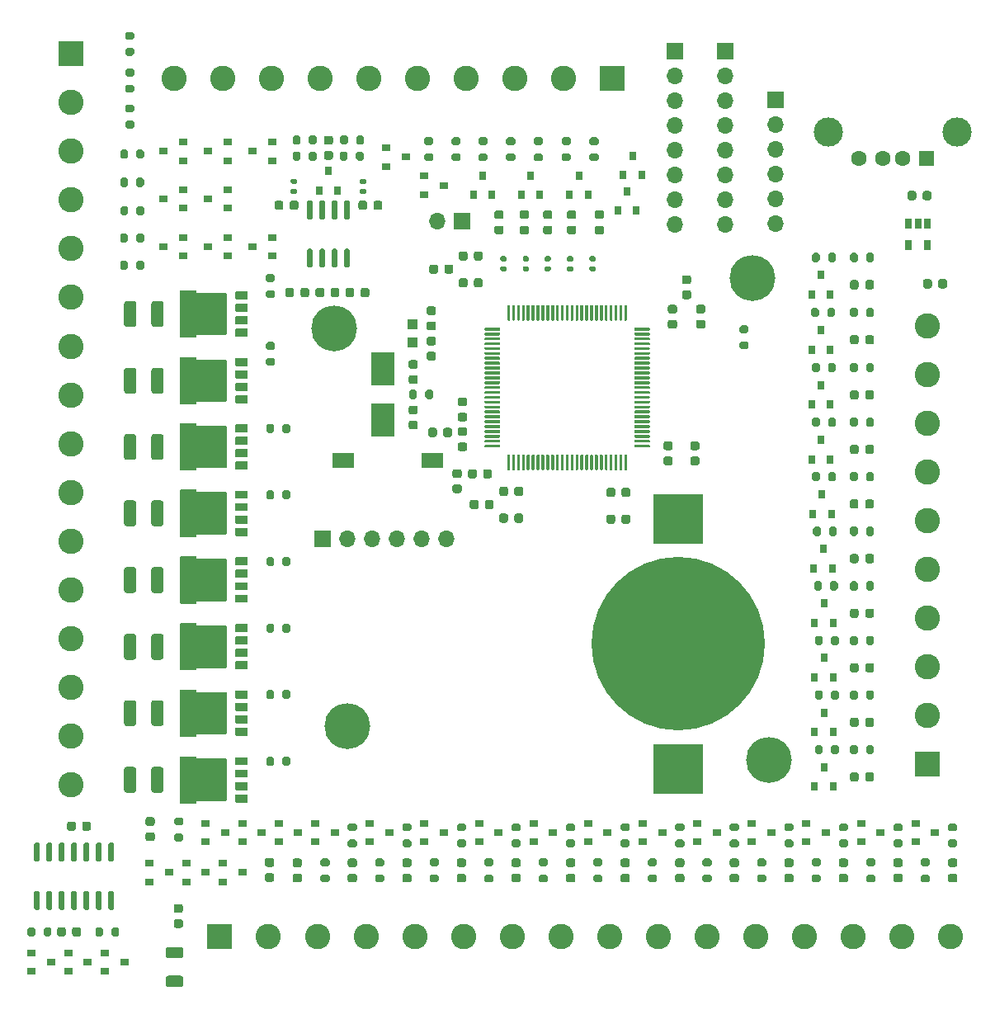
<source format=gts>
G04 #@! TF.GenerationSoftware,KiCad,Pcbnew,5.1.9-73d0e3b20d~88~ubuntu20.04.1*
G04 #@! TF.CreationDate,2021-05-05T00:04:50+02:00*
G04 #@! TF.ProjectId,DAC ADC PWM IO,44414320-4144-4432-9050-574d20494f2e,rev?*
G04 #@! TF.SameCoordinates,Original*
G04 #@! TF.FileFunction,Soldermask,Top*
G04 #@! TF.FilePolarity,Negative*
%FSLAX46Y46*%
G04 Gerber Fmt 4.6, Leading zero omitted, Abs format (unit mm)*
G04 Created by KiCad (PCBNEW 5.1.9-73d0e3b20d~88~ubuntu20.04.1) date 2021-05-05 00:04:50*
%MOMM*%
%LPD*%
G01*
G04 APERTURE LIST*
%ADD10O,1.700000X1.700000*%
%ADD11R,1.700000X1.700000*%
%ADD12R,0.800000X0.900000*%
%ADD13R,1.100000X1.050000*%
%ADD14R,2.400000X3.500000*%
%ADD15C,0.100000*%
%ADD16R,0.900000X0.800000*%
%ADD17R,0.650000X1.060000*%
%ADD18R,2.180000X1.600000*%
%ADD19C,4.700000*%
%ADD20C,2.600000*%
%ADD21R,2.600000X2.600000*%
%ADD22C,1.600000*%
%ADD23R,1.600000X1.500000*%
%ADD24C,3.000000*%
%ADD25C,17.800000*%
%ADD26R,5.100000X5.100000*%
G04 APERTURE END LIST*
G36*
G01*
X131400000Y-63525000D02*
X131400000Y-62975000D01*
G75*
G02*
X131600000Y-62775000I200000J0D01*
G01*
X132000000Y-62775000D01*
G75*
G02*
X132200000Y-62975000I0J-200000D01*
G01*
X132200000Y-63525000D01*
G75*
G02*
X132000000Y-63725000I-200000J0D01*
G01*
X131600000Y-63725000D01*
G75*
G02*
X131400000Y-63525000I0J200000D01*
G01*
G37*
G36*
G01*
X129750000Y-63525000D02*
X129750000Y-62975000D01*
G75*
G02*
X129950000Y-62775000I200000J0D01*
G01*
X130350000Y-62775000D01*
G75*
G02*
X130550000Y-62975000I0J-200000D01*
G01*
X130550000Y-63525000D01*
G75*
G02*
X130350000Y-63725000I-200000J0D01*
G01*
X129950000Y-63725000D01*
G75*
G02*
X129750000Y-63525000I0J200000D01*
G01*
G37*
G36*
G01*
X131375000Y-65175000D02*
X131375000Y-64625000D01*
G75*
G02*
X131575000Y-64425000I200000J0D01*
G01*
X131975000Y-64425000D01*
G75*
G02*
X132175000Y-64625000I0J-200000D01*
G01*
X132175000Y-65175000D01*
G75*
G02*
X131975000Y-65375000I-200000J0D01*
G01*
X131575000Y-65375000D01*
G75*
G02*
X131375000Y-65175000I0J200000D01*
G01*
G37*
G36*
G01*
X129725000Y-65175000D02*
X129725000Y-64625000D01*
G75*
G02*
X129925000Y-64425000I200000J0D01*
G01*
X130325000Y-64425000D01*
G75*
G02*
X130525000Y-64625000I0J-200000D01*
G01*
X130525000Y-65175000D01*
G75*
G02*
X130325000Y-65375000I-200000J0D01*
G01*
X129925000Y-65375000D01*
G75*
G02*
X129725000Y-65175000I0J200000D01*
G01*
G37*
G36*
G01*
X126525000Y-65175000D02*
X126525000Y-64625000D01*
G75*
G02*
X126725000Y-64425000I200000J0D01*
G01*
X127125000Y-64425000D01*
G75*
G02*
X127325000Y-64625000I0J-200000D01*
G01*
X127325000Y-65175000D01*
G75*
G02*
X127125000Y-65375000I-200000J0D01*
G01*
X126725000Y-65375000D01*
G75*
G02*
X126525000Y-65175000I0J200000D01*
G01*
G37*
G36*
G01*
X124875000Y-65175000D02*
X124875000Y-64625000D01*
G75*
G02*
X125075000Y-64425000I200000J0D01*
G01*
X125475000Y-64425000D01*
G75*
G02*
X125675000Y-64625000I0J-200000D01*
G01*
X125675000Y-65175000D01*
G75*
G02*
X125475000Y-65375000I-200000J0D01*
G01*
X125075000Y-65375000D01*
G75*
G02*
X124875000Y-65175000I0J200000D01*
G01*
G37*
G36*
G01*
X126525000Y-63525000D02*
X126525000Y-62975000D01*
G75*
G02*
X126725000Y-62775000I200000J0D01*
G01*
X127125000Y-62775000D01*
G75*
G02*
X127325000Y-62975000I0J-200000D01*
G01*
X127325000Y-63525000D01*
G75*
G02*
X127125000Y-63725000I-200000J0D01*
G01*
X126725000Y-63725000D01*
G75*
G02*
X126525000Y-63525000I0J200000D01*
G01*
G37*
G36*
G01*
X124875000Y-63525000D02*
X124875000Y-62975000D01*
G75*
G02*
X125075000Y-62775000I200000J0D01*
G01*
X125475000Y-62775000D01*
G75*
G02*
X125675000Y-62975000I0J-200000D01*
G01*
X125675000Y-63525000D01*
G75*
G02*
X125475000Y-63725000I-200000J0D01*
G01*
X125075000Y-63725000D01*
G75*
G02*
X124875000Y-63525000I0J200000D01*
G01*
G37*
G36*
G01*
X146685000Y-75710000D02*
X146315000Y-75710000D01*
G75*
G02*
X146180000Y-75575000I0J135000D01*
G01*
X146180000Y-75305000D01*
G75*
G02*
X146315000Y-75170000I135000J0D01*
G01*
X146685000Y-75170000D01*
G75*
G02*
X146820000Y-75305000I0J-135000D01*
G01*
X146820000Y-75575000D01*
G75*
G02*
X146685000Y-75710000I-135000J0D01*
G01*
G37*
G36*
G01*
X146685000Y-76730000D02*
X146315000Y-76730000D01*
G75*
G02*
X146180000Y-76595000I0J135000D01*
G01*
X146180000Y-76325000D01*
G75*
G02*
X146315000Y-76190000I135000J0D01*
G01*
X146685000Y-76190000D01*
G75*
G02*
X146820000Y-76325000I0J-135000D01*
G01*
X146820000Y-76595000D01*
G75*
G02*
X146685000Y-76730000I-135000J0D01*
G01*
G37*
G36*
G01*
X148985000Y-75710000D02*
X148615000Y-75710000D01*
G75*
G02*
X148480000Y-75575000I0J135000D01*
G01*
X148480000Y-75305000D01*
G75*
G02*
X148615000Y-75170000I135000J0D01*
G01*
X148985000Y-75170000D01*
G75*
G02*
X149120000Y-75305000I0J-135000D01*
G01*
X149120000Y-75575000D01*
G75*
G02*
X148985000Y-75710000I-135000J0D01*
G01*
G37*
G36*
G01*
X148985000Y-76730000D02*
X148615000Y-76730000D01*
G75*
G02*
X148480000Y-76595000I0J135000D01*
G01*
X148480000Y-76325000D01*
G75*
G02*
X148615000Y-76190000I135000J0D01*
G01*
X148985000Y-76190000D01*
G75*
G02*
X149120000Y-76325000I0J-135000D01*
G01*
X149120000Y-76595000D01*
G75*
G02*
X148985000Y-76730000I-135000J0D01*
G01*
G37*
G36*
G01*
X151235000Y-75710000D02*
X150865000Y-75710000D01*
G75*
G02*
X150730000Y-75575000I0J135000D01*
G01*
X150730000Y-75305000D01*
G75*
G02*
X150865000Y-75170000I135000J0D01*
G01*
X151235000Y-75170000D01*
G75*
G02*
X151370000Y-75305000I0J-135000D01*
G01*
X151370000Y-75575000D01*
G75*
G02*
X151235000Y-75710000I-135000J0D01*
G01*
G37*
G36*
G01*
X151235000Y-76730000D02*
X150865000Y-76730000D01*
G75*
G02*
X150730000Y-76595000I0J135000D01*
G01*
X150730000Y-76325000D01*
G75*
G02*
X150865000Y-76190000I135000J0D01*
G01*
X151235000Y-76190000D01*
G75*
G02*
X151370000Y-76325000I0J-135000D01*
G01*
X151370000Y-76595000D01*
G75*
G02*
X151235000Y-76730000I-135000J0D01*
G01*
G37*
G36*
G01*
X153535000Y-75710000D02*
X153165000Y-75710000D01*
G75*
G02*
X153030000Y-75575000I0J135000D01*
G01*
X153030000Y-75305000D01*
G75*
G02*
X153165000Y-75170000I135000J0D01*
G01*
X153535000Y-75170000D01*
G75*
G02*
X153670000Y-75305000I0J-135000D01*
G01*
X153670000Y-75575000D01*
G75*
G02*
X153535000Y-75710000I-135000J0D01*
G01*
G37*
G36*
G01*
X153535000Y-76730000D02*
X153165000Y-76730000D01*
G75*
G02*
X153030000Y-76595000I0J135000D01*
G01*
X153030000Y-76325000D01*
G75*
G02*
X153165000Y-76190000I135000J0D01*
G01*
X153535000Y-76190000D01*
G75*
G02*
X153670000Y-76325000I0J-135000D01*
G01*
X153670000Y-76595000D01*
G75*
G02*
X153535000Y-76730000I-135000J0D01*
G01*
G37*
G36*
G01*
X155835000Y-75710000D02*
X155465000Y-75710000D01*
G75*
G02*
X155330000Y-75575000I0J135000D01*
G01*
X155330000Y-75305000D01*
G75*
G02*
X155465000Y-75170000I135000J0D01*
G01*
X155835000Y-75170000D01*
G75*
G02*
X155970000Y-75305000I0J-135000D01*
G01*
X155970000Y-75575000D01*
G75*
G02*
X155835000Y-75710000I-135000J0D01*
G01*
G37*
G36*
G01*
X155835000Y-76730000D02*
X155465000Y-76730000D01*
G75*
G02*
X155330000Y-76595000I0J135000D01*
G01*
X155330000Y-76325000D01*
G75*
G02*
X155465000Y-76190000I135000J0D01*
G01*
X155835000Y-76190000D01*
G75*
G02*
X155970000Y-76325000I0J-135000D01*
G01*
X155970000Y-76595000D01*
G75*
G02*
X155835000Y-76730000I-135000J0D01*
G01*
G37*
G36*
G01*
X145793750Y-72050000D02*
X146306250Y-72050000D01*
G75*
G02*
X146525000Y-72268750I0J-218750D01*
G01*
X146525000Y-72706250D01*
G75*
G02*
X146306250Y-72925000I-218750J0D01*
G01*
X145793750Y-72925000D01*
G75*
G02*
X145575000Y-72706250I0J218750D01*
G01*
X145575000Y-72268750D01*
G75*
G02*
X145793750Y-72050000I218750J0D01*
G01*
G37*
G36*
G01*
X145793750Y-70475000D02*
X146306250Y-70475000D01*
G75*
G02*
X146525000Y-70693750I0J-218750D01*
G01*
X146525000Y-71131250D01*
G75*
G02*
X146306250Y-71350000I-218750J0D01*
G01*
X145793750Y-71350000D01*
G75*
G02*
X145575000Y-71131250I0J218750D01*
G01*
X145575000Y-70693750D01*
G75*
G02*
X145793750Y-70475000I218750J0D01*
G01*
G37*
G36*
G01*
X148393750Y-72050000D02*
X148906250Y-72050000D01*
G75*
G02*
X149125000Y-72268750I0J-218750D01*
G01*
X149125000Y-72706250D01*
G75*
G02*
X148906250Y-72925000I-218750J0D01*
G01*
X148393750Y-72925000D01*
G75*
G02*
X148175000Y-72706250I0J218750D01*
G01*
X148175000Y-72268750D01*
G75*
G02*
X148393750Y-72050000I218750J0D01*
G01*
G37*
G36*
G01*
X148393750Y-70475000D02*
X148906250Y-70475000D01*
G75*
G02*
X149125000Y-70693750I0J-218750D01*
G01*
X149125000Y-71131250D01*
G75*
G02*
X148906250Y-71350000I-218750J0D01*
G01*
X148393750Y-71350000D01*
G75*
G02*
X148175000Y-71131250I0J218750D01*
G01*
X148175000Y-70693750D01*
G75*
G02*
X148393750Y-70475000I218750J0D01*
G01*
G37*
G36*
G01*
X150793750Y-72050000D02*
X151306250Y-72050000D01*
G75*
G02*
X151525000Y-72268750I0J-218750D01*
G01*
X151525000Y-72706250D01*
G75*
G02*
X151306250Y-72925000I-218750J0D01*
G01*
X150793750Y-72925000D01*
G75*
G02*
X150575000Y-72706250I0J218750D01*
G01*
X150575000Y-72268750D01*
G75*
G02*
X150793750Y-72050000I218750J0D01*
G01*
G37*
G36*
G01*
X150793750Y-70475000D02*
X151306250Y-70475000D01*
G75*
G02*
X151525000Y-70693750I0J-218750D01*
G01*
X151525000Y-71131250D01*
G75*
G02*
X151306250Y-71350000I-218750J0D01*
G01*
X150793750Y-71350000D01*
G75*
G02*
X150575000Y-71131250I0J218750D01*
G01*
X150575000Y-70693750D01*
G75*
G02*
X150793750Y-70475000I218750J0D01*
G01*
G37*
G36*
G01*
X153243750Y-72050000D02*
X153756250Y-72050000D01*
G75*
G02*
X153975000Y-72268750I0J-218750D01*
G01*
X153975000Y-72706250D01*
G75*
G02*
X153756250Y-72925000I-218750J0D01*
G01*
X153243750Y-72925000D01*
G75*
G02*
X153025000Y-72706250I0J218750D01*
G01*
X153025000Y-72268750D01*
G75*
G02*
X153243750Y-72050000I218750J0D01*
G01*
G37*
G36*
G01*
X153243750Y-70475000D02*
X153756250Y-70475000D01*
G75*
G02*
X153975000Y-70693750I0J-218750D01*
G01*
X153975000Y-71131250D01*
G75*
G02*
X153756250Y-71350000I-218750J0D01*
G01*
X153243750Y-71350000D01*
G75*
G02*
X153025000Y-71131250I0J218750D01*
G01*
X153025000Y-70693750D01*
G75*
G02*
X153243750Y-70475000I218750J0D01*
G01*
G37*
G36*
G01*
X156093750Y-72050000D02*
X156606250Y-72050000D01*
G75*
G02*
X156825000Y-72268750I0J-218750D01*
G01*
X156825000Y-72706250D01*
G75*
G02*
X156606250Y-72925000I-218750J0D01*
G01*
X156093750Y-72925000D01*
G75*
G02*
X155875000Y-72706250I0J218750D01*
G01*
X155875000Y-72268750D01*
G75*
G02*
X156093750Y-72050000I218750J0D01*
G01*
G37*
G36*
G01*
X156093750Y-70475000D02*
X156606250Y-70475000D01*
G75*
G02*
X156825000Y-70693750I0J-218750D01*
G01*
X156825000Y-71131250D01*
G75*
G02*
X156606250Y-71350000I-218750J0D01*
G01*
X156093750Y-71350000D01*
G75*
G02*
X155875000Y-71131250I0J218750D01*
G01*
X155875000Y-70693750D01*
G75*
G02*
X156093750Y-70475000I218750J0D01*
G01*
G37*
D10*
X140650000Y-104200000D03*
X138110000Y-104200000D03*
X135570000Y-104200000D03*
X133030000Y-104200000D03*
X130490000Y-104200000D03*
D11*
X127950000Y-104200000D03*
G36*
G01*
X131915000Y-68240000D02*
X132285000Y-68240000D01*
G75*
G02*
X132420000Y-68375000I0J-135000D01*
G01*
X132420000Y-68645000D01*
G75*
G02*
X132285000Y-68780000I-135000J0D01*
G01*
X131915000Y-68780000D01*
G75*
G02*
X131780000Y-68645000I0J135000D01*
G01*
X131780000Y-68375000D01*
G75*
G02*
X131915000Y-68240000I135000J0D01*
G01*
G37*
G36*
G01*
X131915000Y-67220000D02*
X132285000Y-67220000D01*
G75*
G02*
X132420000Y-67355000I0J-135000D01*
G01*
X132420000Y-67625000D01*
G75*
G02*
X132285000Y-67760000I-135000J0D01*
G01*
X131915000Y-67760000D01*
G75*
G02*
X131780000Y-67625000I0J135000D01*
G01*
X131780000Y-67355000D01*
G75*
G02*
X131915000Y-67220000I135000J0D01*
G01*
G37*
G36*
G01*
X125185000Y-67760000D02*
X124815000Y-67760000D01*
G75*
G02*
X124680000Y-67625000I0J135000D01*
G01*
X124680000Y-67355000D01*
G75*
G02*
X124815000Y-67220000I135000J0D01*
G01*
X125185000Y-67220000D01*
G75*
G02*
X125320000Y-67355000I0J-135000D01*
G01*
X125320000Y-67625000D01*
G75*
G02*
X125185000Y-67760000I-135000J0D01*
G01*
G37*
G36*
G01*
X125185000Y-68780000D02*
X124815000Y-68780000D01*
G75*
G02*
X124680000Y-68645000I0J135000D01*
G01*
X124680000Y-68375000D01*
G75*
G02*
X124815000Y-68240000I135000J0D01*
G01*
X125185000Y-68240000D01*
G75*
G02*
X125320000Y-68375000I0J-135000D01*
G01*
X125320000Y-68645000D01*
G75*
G02*
X125185000Y-68780000I-135000J0D01*
G01*
G37*
D12*
X128550000Y-66450000D03*
X129500000Y-68450000D03*
X127600000Y-68450000D03*
G36*
G01*
X128300000Y-64375000D02*
X128800000Y-64375000D01*
G75*
G02*
X129025000Y-64600000I0J-225000D01*
G01*
X129025000Y-65050000D01*
G75*
G02*
X128800000Y-65275000I-225000J0D01*
G01*
X128300000Y-65275000D01*
G75*
G02*
X128075000Y-65050000I0J225000D01*
G01*
X128075000Y-64600000D01*
G75*
G02*
X128300000Y-64375000I225000J0D01*
G01*
G37*
G36*
G01*
X128300000Y-62825000D02*
X128800000Y-62825000D01*
G75*
G02*
X129025000Y-63050000I0J-225000D01*
G01*
X129025000Y-63500000D01*
G75*
G02*
X128800000Y-63725000I-225000J0D01*
G01*
X128300000Y-63725000D01*
G75*
G02*
X128075000Y-63500000I0J225000D01*
G01*
X128075000Y-63050000D01*
G75*
G02*
X128300000Y-62825000I225000J0D01*
G01*
G37*
G36*
G01*
X133175000Y-70200000D02*
X133175000Y-69700000D01*
G75*
G02*
X133400000Y-69475000I225000J0D01*
G01*
X133850000Y-69475000D01*
G75*
G02*
X134075000Y-69700000I0J-225000D01*
G01*
X134075000Y-70200000D01*
G75*
G02*
X133850000Y-70425000I-225000J0D01*
G01*
X133400000Y-70425000D01*
G75*
G02*
X133175000Y-70200000I0J225000D01*
G01*
G37*
G36*
G01*
X131625000Y-70200000D02*
X131625000Y-69700000D01*
G75*
G02*
X131850000Y-69475000I225000J0D01*
G01*
X132300000Y-69475000D01*
G75*
G02*
X132525000Y-69700000I0J-225000D01*
G01*
X132525000Y-70200000D01*
G75*
G02*
X132300000Y-70425000I-225000J0D01*
G01*
X131850000Y-70425000D01*
G75*
G02*
X131625000Y-70200000I0J225000D01*
G01*
G37*
G36*
G01*
X124575000Y-70200000D02*
X124575000Y-69700000D01*
G75*
G02*
X124800000Y-69475000I225000J0D01*
G01*
X125250000Y-69475000D01*
G75*
G02*
X125475000Y-69700000I0J-225000D01*
G01*
X125475000Y-70200000D01*
G75*
G02*
X125250000Y-70425000I-225000J0D01*
G01*
X124800000Y-70425000D01*
G75*
G02*
X124575000Y-70200000I0J225000D01*
G01*
G37*
G36*
G01*
X123025000Y-70200000D02*
X123025000Y-69700000D01*
G75*
G02*
X123250000Y-69475000I225000J0D01*
G01*
X123700000Y-69475000D01*
G75*
G02*
X123925000Y-69700000I0J-225000D01*
G01*
X123925000Y-70200000D01*
G75*
G02*
X123700000Y-70425000I-225000J0D01*
G01*
X123250000Y-70425000D01*
G75*
G02*
X123025000Y-70200000I0J225000D01*
G01*
G37*
D10*
X139710000Y-71600000D03*
D11*
X142250000Y-71600000D03*
D10*
X169300000Y-71880000D03*
X169300000Y-69340000D03*
X169300000Y-66800000D03*
X169300000Y-64260000D03*
X169300000Y-61720000D03*
X169300000Y-59180000D03*
X169300000Y-56640000D03*
D11*
X169300000Y-54100000D03*
D10*
X164100000Y-71880000D03*
X164100000Y-69340000D03*
X164100000Y-66800000D03*
X164100000Y-64260000D03*
X164100000Y-61720000D03*
X164100000Y-59180000D03*
X164100000Y-56640000D03*
D11*
X164100000Y-54100000D03*
G36*
G01*
X142825000Y-77650000D02*
X142825000Y-78150000D01*
G75*
G02*
X142600000Y-78375000I-225000J0D01*
G01*
X142150000Y-78375000D01*
G75*
G02*
X141925000Y-78150000I0J225000D01*
G01*
X141925000Y-77650000D01*
G75*
G02*
X142150000Y-77425000I225000J0D01*
G01*
X142600000Y-77425000D01*
G75*
G02*
X142825000Y-77650000I0J-225000D01*
G01*
G37*
G36*
G01*
X144375000Y-77650000D02*
X144375000Y-78150000D01*
G75*
G02*
X144150000Y-78375000I-225000J0D01*
G01*
X143700000Y-78375000D01*
G75*
G02*
X143475000Y-78150000I0J225000D01*
G01*
X143475000Y-77650000D01*
G75*
G02*
X143700000Y-77425000I225000J0D01*
G01*
X144150000Y-77425000D01*
G75*
G02*
X144375000Y-77650000I0J-225000D01*
G01*
G37*
D13*
X137200000Y-82175000D03*
X137200000Y-84025000D03*
D14*
X134100000Y-91950000D03*
X134100000Y-86750000D03*
G36*
G01*
X122975000Y-126725000D02*
X122975000Y-127275000D01*
G75*
G02*
X122775000Y-127475000I-200000J0D01*
G01*
X122375000Y-127475000D01*
G75*
G02*
X122175000Y-127275000I0J200000D01*
G01*
X122175000Y-126725000D01*
G75*
G02*
X122375000Y-126525000I200000J0D01*
G01*
X122775000Y-126525000D01*
G75*
G02*
X122975000Y-126725000I0J-200000D01*
G01*
G37*
G36*
G01*
X124625000Y-126725000D02*
X124625000Y-127275000D01*
G75*
G02*
X124425000Y-127475000I-200000J0D01*
G01*
X124025000Y-127475000D01*
G75*
G02*
X123825000Y-127275000I0J200000D01*
G01*
X123825000Y-126725000D01*
G75*
G02*
X124025000Y-126525000I200000J0D01*
G01*
X124425000Y-126525000D01*
G75*
G02*
X124625000Y-126725000I0J-200000D01*
G01*
G37*
G36*
G01*
X122975000Y-113075000D02*
X122975000Y-113625000D01*
G75*
G02*
X122775000Y-113825000I-200000J0D01*
G01*
X122375000Y-113825000D01*
G75*
G02*
X122175000Y-113625000I0J200000D01*
G01*
X122175000Y-113075000D01*
G75*
G02*
X122375000Y-112875000I200000J0D01*
G01*
X122775000Y-112875000D01*
G75*
G02*
X122975000Y-113075000I0J-200000D01*
G01*
G37*
G36*
G01*
X124625000Y-113075000D02*
X124625000Y-113625000D01*
G75*
G02*
X124425000Y-113825000I-200000J0D01*
G01*
X124025000Y-113825000D01*
G75*
G02*
X123825000Y-113625000I0J200000D01*
G01*
X123825000Y-113075000D01*
G75*
G02*
X124025000Y-112875000I200000J0D01*
G01*
X124425000Y-112875000D01*
G75*
G02*
X124625000Y-113075000I0J-200000D01*
G01*
G37*
G36*
G01*
X122975000Y-92575000D02*
X122975000Y-93125000D01*
G75*
G02*
X122775000Y-93325000I-200000J0D01*
G01*
X122375000Y-93325000D01*
G75*
G02*
X122175000Y-93125000I0J200000D01*
G01*
X122175000Y-92575000D01*
G75*
G02*
X122375000Y-92375000I200000J0D01*
G01*
X122775000Y-92375000D01*
G75*
G02*
X122975000Y-92575000I0J-200000D01*
G01*
G37*
G36*
G01*
X124625000Y-92575000D02*
X124625000Y-93125000D01*
G75*
G02*
X124425000Y-93325000I-200000J0D01*
G01*
X124025000Y-93325000D01*
G75*
G02*
X123825000Y-93125000I0J200000D01*
G01*
X123825000Y-92575000D01*
G75*
G02*
X124025000Y-92375000I200000J0D01*
G01*
X124425000Y-92375000D01*
G75*
G02*
X124625000Y-92575000I0J-200000D01*
G01*
G37*
G36*
G01*
X122325000Y-85625000D02*
X122875000Y-85625000D01*
G75*
G02*
X123075000Y-85825000I0J-200000D01*
G01*
X123075000Y-86225000D01*
G75*
G02*
X122875000Y-86425000I-200000J0D01*
G01*
X122325000Y-86425000D01*
G75*
G02*
X122125000Y-86225000I0J200000D01*
G01*
X122125000Y-85825000D01*
G75*
G02*
X122325000Y-85625000I200000J0D01*
G01*
G37*
G36*
G01*
X122325000Y-83975000D02*
X122875000Y-83975000D01*
G75*
G02*
X123075000Y-84175000I0J-200000D01*
G01*
X123075000Y-84575000D01*
G75*
G02*
X122875000Y-84775000I-200000J0D01*
G01*
X122325000Y-84775000D01*
G75*
G02*
X122125000Y-84575000I0J200000D01*
G01*
X122125000Y-84175000D01*
G75*
G02*
X122325000Y-83975000I200000J0D01*
G01*
G37*
G36*
G01*
X122975000Y-119875000D02*
X122975000Y-120425000D01*
G75*
G02*
X122775000Y-120625000I-200000J0D01*
G01*
X122375000Y-120625000D01*
G75*
G02*
X122175000Y-120425000I0J200000D01*
G01*
X122175000Y-119875000D01*
G75*
G02*
X122375000Y-119675000I200000J0D01*
G01*
X122775000Y-119675000D01*
G75*
G02*
X122975000Y-119875000I0J-200000D01*
G01*
G37*
G36*
G01*
X124625000Y-119875000D02*
X124625000Y-120425000D01*
G75*
G02*
X124425000Y-120625000I-200000J0D01*
G01*
X124025000Y-120625000D01*
G75*
G02*
X123825000Y-120425000I0J200000D01*
G01*
X123825000Y-119875000D01*
G75*
G02*
X124025000Y-119675000I200000J0D01*
G01*
X124425000Y-119675000D01*
G75*
G02*
X124625000Y-119875000I0J-200000D01*
G01*
G37*
G36*
G01*
X122975000Y-106225000D02*
X122975000Y-106775000D01*
G75*
G02*
X122775000Y-106975000I-200000J0D01*
G01*
X122375000Y-106975000D01*
G75*
G02*
X122175000Y-106775000I0J200000D01*
G01*
X122175000Y-106225000D01*
G75*
G02*
X122375000Y-106025000I200000J0D01*
G01*
X122775000Y-106025000D01*
G75*
G02*
X122975000Y-106225000I0J-200000D01*
G01*
G37*
G36*
G01*
X124625000Y-106225000D02*
X124625000Y-106775000D01*
G75*
G02*
X124425000Y-106975000I-200000J0D01*
G01*
X124025000Y-106975000D01*
G75*
G02*
X123825000Y-106775000I0J200000D01*
G01*
X123825000Y-106225000D01*
G75*
G02*
X124025000Y-106025000I200000J0D01*
G01*
X124425000Y-106025000D01*
G75*
G02*
X124625000Y-106225000I0J-200000D01*
G01*
G37*
G36*
G01*
X122975000Y-99375000D02*
X122975000Y-99925000D01*
G75*
G02*
X122775000Y-100125000I-200000J0D01*
G01*
X122375000Y-100125000D01*
G75*
G02*
X122175000Y-99925000I0J200000D01*
G01*
X122175000Y-99375000D01*
G75*
G02*
X122375000Y-99175000I200000J0D01*
G01*
X122775000Y-99175000D01*
G75*
G02*
X122975000Y-99375000I0J-200000D01*
G01*
G37*
G36*
G01*
X124625000Y-99375000D02*
X124625000Y-99925000D01*
G75*
G02*
X124425000Y-100125000I-200000J0D01*
G01*
X124025000Y-100125000D01*
G75*
G02*
X123825000Y-99925000I0J200000D01*
G01*
X123825000Y-99375000D01*
G75*
G02*
X124025000Y-99175000I200000J0D01*
G01*
X124425000Y-99175000D01*
G75*
G02*
X124625000Y-99375000I0J-200000D01*
G01*
G37*
D15*
G36*
X113376344Y-117668655D02*
G01*
X113363212Y-117664672D01*
X113351110Y-117658203D01*
X113340503Y-117649497D01*
X113331797Y-117638890D01*
X113325328Y-117626788D01*
X113321345Y-117613656D01*
X113320000Y-117600000D01*
X113320000Y-112900000D01*
X113321345Y-112886344D01*
X113325328Y-112873212D01*
X113331797Y-112861110D01*
X113340503Y-112850503D01*
X113351110Y-112841797D01*
X113363212Y-112835328D01*
X113376344Y-112831345D01*
X113390000Y-112830000D01*
X114940000Y-112830000D01*
X114953656Y-112831345D01*
X114966788Y-112835328D01*
X114978890Y-112841797D01*
X114989497Y-112850503D01*
X114998203Y-112861110D01*
X115004672Y-112873212D01*
X115008655Y-112886344D01*
X115010000Y-112900000D01*
X115010000Y-113080000D01*
X118015000Y-113080000D01*
X118028656Y-113081345D01*
X118041788Y-113085328D01*
X118053890Y-113091797D01*
X118064497Y-113100503D01*
X118073203Y-113111110D01*
X118079672Y-113123212D01*
X118083655Y-113136344D01*
X118085000Y-113150000D01*
X118085000Y-117350000D01*
X118083655Y-117363656D01*
X118079672Y-117376788D01*
X118073203Y-117388890D01*
X118064497Y-117399497D01*
X118053890Y-117408203D01*
X118041788Y-117414672D01*
X118028656Y-117418655D01*
X118015000Y-117420000D01*
X115010000Y-117420000D01*
X115010000Y-117600000D01*
X115008655Y-117613656D01*
X115004672Y-117626788D01*
X114998203Y-117638890D01*
X114989497Y-117649497D01*
X114978890Y-117658203D01*
X114966788Y-117664672D01*
X114953656Y-117668655D01*
X114940000Y-117670000D01*
X113390000Y-117670000D01*
X113376344Y-117668655D01*
G37*
G36*
G01*
X120210000Y-113760000D02*
X119060000Y-113760000D01*
G75*
G02*
X118990000Y-113690000I0J70000D01*
G01*
X118990000Y-112990000D01*
G75*
G02*
X119060000Y-112920000I70000J0D01*
G01*
X120210000Y-112920000D01*
G75*
G02*
X120280000Y-112990000I0J-70000D01*
G01*
X120280000Y-113690000D01*
G75*
G02*
X120210000Y-113760000I-70000J0D01*
G01*
G37*
G36*
G01*
X120210000Y-115030000D02*
X119060000Y-115030000D01*
G75*
G02*
X118990000Y-114960000I0J70000D01*
G01*
X118990000Y-114260000D01*
G75*
G02*
X119060000Y-114190000I70000J0D01*
G01*
X120210000Y-114190000D01*
G75*
G02*
X120280000Y-114260000I0J-70000D01*
G01*
X120280000Y-114960000D01*
G75*
G02*
X120210000Y-115030000I-70000J0D01*
G01*
G37*
G36*
G01*
X120210000Y-117580000D02*
X119060000Y-117580000D01*
G75*
G02*
X118990000Y-117510000I0J70000D01*
G01*
X118990000Y-116810000D01*
G75*
G02*
X119060000Y-116740000I70000J0D01*
G01*
X120210000Y-116740000D01*
G75*
G02*
X120280000Y-116810000I0J-70000D01*
G01*
X120280000Y-117510000D01*
G75*
G02*
X120210000Y-117580000I-70000J0D01*
G01*
G37*
G36*
G01*
X120210000Y-116310000D02*
X119060000Y-116310000D01*
G75*
G02*
X118990000Y-116240000I0J70000D01*
G01*
X118990000Y-115540000D01*
G75*
G02*
X119060000Y-115470000I70000J0D01*
G01*
X120210000Y-115470000D01*
G75*
G02*
X120280000Y-115540000I0J-70000D01*
G01*
X120280000Y-116240000D01*
G75*
G02*
X120210000Y-116310000I-70000J0D01*
G01*
G37*
G36*
X113376344Y-97168655D02*
G01*
X113363212Y-97164672D01*
X113351110Y-97158203D01*
X113340503Y-97149497D01*
X113331797Y-97138890D01*
X113325328Y-97126788D01*
X113321345Y-97113656D01*
X113320000Y-97100000D01*
X113320000Y-92400000D01*
X113321345Y-92386344D01*
X113325328Y-92373212D01*
X113331797Y-92361110D01*
X113340503Y-92350503D01*
X113351110Y-92341797D01*
X113363212Y-92335328D01*
X113376344Y-92331345D01*
X113390000Y-92330000D01*
X114940000Y-92330000D01*
X114953656Y-92331345D01*
X114966788Y-92335328D01*
X114978890Y-92341797D01*
X114989497Y-92350503D01*
X114998203Y-92361110D01*
X115004672Y-92373212D01*
X115008655Y-92386344D01*
X115010000Y-92400000D01*
X115010000Y-92580000D01*
X118015000Y-92580000D01*
X118028656Y-92581345D01*
X118041788Y-92585328D01*
X118053890Y-92591797D01*
X118064497Y-92600503D01*
X118073203Y-92611110D01*
X118079672Y-92623212D01*
X118083655Y-92636344D01*
X118085000Y-92650000D01*
X118085000Y-96850000D01*
X118083655Y-96863656D01*
X118079672Y-96876788D01*
X118073203Y-96888890D01*
X118064497Y-96899497D01*
X118053890Y-96908203D01*
X118041788Y-96914672D01*
X118028656Y-96918655D01*
X118015000Y-96920000D01*
X115010000Y-96920000D01*
X115010000Y-97100000D01*
X115008655Y-97113656D01*
X115004672Y-97126788D01*
X114998203Y-97138890D01*
X114989497Y-97149497D01*
X114978890Y-97158203D01*
X114966788Y-97164672D01*
X114953656Y-97168655D01*
X114940000Y-97170000D01*
X113390000Y-97170000D01*
X113376344Y-97168655D01*
G37*
G36*
G01*
X120210000Y-93260000D02*
X119060000Y-93260000D01*
G75*
G02*
X118990000Y-93190000I0J70000D01*
G01*
X118990000Y-92490000D01*
G75*
G02*
X119060000Y-92420000I70000J0D01*
G01*
X120210000Y-92420000D01*
G75*
G02*
X120280000Y-92490000I0J-70000D01*
G01*
X120280000Y-93190000D01*
G75*
G02*
X120210000Y-93260000I-70000J0D01*
G01*
G37*
G36*
G01*
X120210000Y-94530000D02*
X119060000Y-94530000D01*
G75*
G02*
X118990000Y-94460000I0J70000D01*
G01*
X118990000Y-93760000D01*
G75*
G02*
X119060000Y-93690000I70000J0D01*
G01*
X120210000Y-93690000D01*
G75*
G02*
X120280000Y-93760000I0J-70000D01*
G01*
X120280000Y-94460000D01*
G75*
G02*
X120210000Y-94530000I-70000J0D01*
G01*
G37*
G36*
G01*
X120210000Y-97080000D02*
X119060000Y-97080000D01*
G75*
G02*
X118990000Y-97010000I0J70000D01*
G01*
X118990000Y-96310000D01*
G75*
G02*
X119060000Y-96240000I70000J0D01*
G01*
X120210000Y-96240000D01*
G75*
G02*
X120280000Y-96310000I0J-70000D01*
G01*
X120280000Y-97010000D01*
G75*
G02*
X120210000Y-97080000I-70000J0D01*
G01*
G37*
G36*
G01*
X120210000Y-95810000D02*
X119060000Y-95810000D01*
G75*
G02*
X118990000Y-95740000I0J70000D01*
G01*
X118990000Y-95040000D01*
G75*
G02*
X119060000Y-94970000I70000J0D01*
G01*
X120210000Y-94970000D01*
G75*
G02*
X120280000Y-95040000I0J-70000D01*
G01*
X120280000Y-95740000D01*
G75*
G02*
X120210000Y-95810000I-70000J0D01*
G01*
G37*
G36*
X113376344Y-90368655D02*
G01*
X113363212Y-90364672D01*
X113351110Y-90358203D01*
X113340503Y-90349497D01*
X113331797Y-90338890D01*
X113325328Y-90326788D01*
X113321345Y-90313656D01*
X113320000Y-90300000D01*
X113320000Y-85600000D01*
X113321345Y-85586344D01*
X113325328Y-85573212D01*
X113331797Y-85561110D01*
X113340503Y-85550503D01*
X113351110Y-85541797D01*
X113363212Y-85535328D01*
X113376344Y-85531345D01*
X113390000Y-85530000D01*
X114940000Y-85530000D01*
X114953656Y-85531345D01*
X114966788Y-85535328D01*
X114978890Y-85541797D01*
X114989497Y-85550503D01*
X114998203Y-85561110D01*
X115004672Y-85573212D01*
X115008655Y-85586344D01*
X115010000Y-85600000D01*
X115010000Y-85780000D01*
X118015000Y-85780000D01*
X118028656Y-85781345D01*
X118041788Y-85785328D01*
X118053890Y-85791797D01*
X118064497Y-85800503D01*
X118073203Y-85811110D01*
X118079672Y-85823212D01*
X118083655Y-85836344D01*
X118085000Y-85850000D01*
X118085000Y-90050000D01*
X118083655Y-90063656D01*
X118079672Y-90076788D01*
X118073203Y-90088890D01*
X118064497Y-90099497D01*
X118053890Y-90108203D01*
X118041788Y-90114672D01*
X118028656Y-90118655D01*
X118015000Y-90120000D01*
X115010000Y-90120000D01*
X115010000Y-90300000D01*
X115008655Y-90313656D01*
X115004672Y-90326788D01*
X114998203Y-90338890D01*
X114989497Y-90349497D01*
X114978890Y-90358203D01*
X114966788Y-90364672D01*
X114953656Y-90368655D01*
X114940000Y-90370000D01*
X113390000Y-90370000D01*
X113376344Y-90368655D01*
G37*
G36*
G01*
X120210000Y-86460000D02*
X119060000Y-86460000D01*
G75*
G02*
X118990000Y-86390000I0J70000D01*
G01*
X118990000Y-85690000D01*
G75*
G02*
X119060000Y-85620000I70000J0D01*
G01*
X120210000Y-85620000D01*
G75*
G02*
X120280000Y-85690000I0J-70000D01*
G01*
X120280000Y-86390000D01*
G75*
G02*
X120210000Y-86460000I-70000J0D01*
G01*
G37*
G36*
G01*
X120210000Y-87730000D02*
X119060000Y-87730000D01*
G75*
G02*
X118990000Y-87660000I0J70000D01*
G01*
X118990000Y-86960000D01*
G75*
G02*
X119060000Y-86890000I70000J0D01*
G01*
X120210000Y-86890000D01*
G75*
G02*
X120280000Y-86960000I0J-70000D01*
G01*
X120280000Y-87660000D01*
G75*
G02*
X120210000Y-87730000I-70000J0D01*
G01*
G37*
G36*
G01*
X120210000Y-90280000D02*
X119060000Y-90280000D01*
G75*
G02*
X118990000Y-90210000I0J70000D01*
G01*
X118990000Y-89510000D01*
G75*
G02*
X119060000Y-89440000I70000J0D01*
G01*
X120210000Y-89440000D01*
G75*
G02*
X120280000Y-89510000I0J-70000D01*
G01*
X120280000Y-90210000D01*
G75*
G02*
X120210000Y-90280000I-70000J0D01*
G01*
G37*
G36*
G01*
X120210000Y-89010000D02*
X119060000Y-89010000D01*
G75*
G02*
X118990000Y-88940000I0J70000D01*
G01*
X118990000Y-88240000D01*
G75*
G02*
X119060000Y-88170000I70000J0D01*
G01*
X120210000Y-88170000D01*
G75*
G02*
X120280000Y-88240000I0J-70000D01*
G01*
X120280000Y-88940000D01*
G75*
G02*
X120210000Y-89010000I-70000J0D01*
G01*
G37*
G36*
X113376344Y-124468655D02*
G01*
X113363212Y-124464672D01*
X113351110Y-124458203D01*
X113340503Y-124449497D01*
X113331797Y-124438890D01*
X113325328Y-124426788D01*
X113321345Y-124413656D01*
X113320000Y-124400000D01*
X113320000Y-119700000D01*
X113321345Y-119686344D01*
X113325328Y-119673212D01*
X113331797Y-119661110D01*
X113340503Y-119650503D01*
X113351110Y-119641797D01*
X113363212Y-119635328D01*
X113376344Y-119631345D01*
X113390000Y-119630000D01*
X114940000Y-119630000D01*
X114953656Y-119631345D01*
X114966788Y-119635328D01*
X114978890Y-119641797D01*
X114989497Y-119650503D01*
X114998203Y-119661110D01*
X115004672Y-119673212D01*
X115008655Y-119686344D01*
X115010000Y-119700000D01*
X115010000Y-119880000D01*
X118015000Y-119880000D01*
X118028656Y-119881345D01*
X118041788Y-119885328D01*
X118053890Y-119891797D01*
X118064497Y-119900503D01*
X118073203Y-119911110D01*
X118079672Y-119923212D01*
X118083655Y-119936344D01*
X118085000Y-119950000D01*
X118085000Y-124150000D01*
X118083655Y-124163656D01*
X118079672Y-124176788D01*
X118073203Y-124188890D01*
X118064497Y-124199497D01*
X118053890Y-124208203D01*
X118041788Y-124214672D01*
X118028656Y-124218655D01*
X118015000Y-124220000D01*
X115010000Y-124220000D01*
X115010000Y-124400000D01*
X115008655Y-124413656D01*
X115004672Y-124426788D01*
X114998203Y-124438890D01*
X114989497Y-124449497D01*
X114978890Y-124458203D01*
X114966788Y-124464672D01*
X114953656Y-124468655D01*
X114940000Y-124470000D01*
X113390000Y-124470000D01*
X113376344Y-124468655D01*
G37*
G36*
G01*
X120210000Y-120560000D02*
X119060000Y-120560000D01*
G75*
G02*
X118990000Y-120490000I0J70000D01*
G01*
X118990000Y-119790000D01*
G75*
G02*
X119060000Y-119720000I70000J0D01*
G01*
X120210000Y-119720000D01*
G75*
G02*
X120280000Y-119790000I0J-70000D01*
G01*
X120280000Y-120490000D01*
G75*
G02*
X120210000Y-120560000I-70000J0D01*
G01*
G37*
G36*
G01*
X120210000Y-121830000D02*
X119060000Y-121830000D01*
G75*
G02*
X118990000Y-121760000I0J70000D01*
G01*
X118990000Y-121060000D01*
G75*
G02*
X119060000Y-120990000I70000J0D01*
G01*
X120210000Y-120990000D01*
G75*
G02*
X120280000Y-121060000I0J-70000D01*
G01*
X120280000Y-121760000D01*
G75*
G02*
X120210000Y-121830000I-70000J0D01*
G01*
G37*
G36*
G01*
X120210000Y-124380000D02*
X119060000Y-124380000D01*
G75*
G02*
X118990000Y-124310000I0J70000D01*
G01*
X118990000Y-123610000D01*
G75*
G02*
X119060000Y-123540000I70000J0D01*
G01*
X120210000Y-123540000D01*
G75*
G02*
X120280000Y-123610000I0J-70000D01*
G01*
X120280000Y-124310000D01*
G75*
G02*
X120210000Y-124380000I-70000J0D01*
G01*
G37*
G36*
G01*
X120210000Y-123110000D02*
X119060000Y-123110000D01*
G75*
G02*
X118990000Y-123040000I0J70000D01*
G01*
X118990000Y-122340000D01*
G75*
G02*
X119060000Y-122270000I70000J0D01*
G01*
X120210000Y-122270000D01*
G75*
G02*
X120280000Y-122340000I0J-70000D01*
G01*
X120280000Y-123040000D01*
G75*
G02*
X120210000Y-123110000I-70000J0D01*
G01*
G37*
G36*
X113376344Y-103968655D02*
G01*
X113363212Y-103964672D01*
X113351110Y-103958203D01*
X113340503Y-103949497D01*
X113331797Y-103938890D01*
X113325328Y-103926788D01*
X113321345Y-103913656D01*
X113320000Y-103900000D01*
X113320000Y-99200000D01*
X113321345Y-99186344D01*
X113325328Y-99173212D01*
X113331797Y-99161110D01*
X113340503Y-99150503D01*
X113351110Y-99141797D01*
X113363212Y-99135328D01*
X113376344Y-99131345D01*
X113390000Y-99130000D01*
X114940000Y-99130000D01*
X114953656Y-99131345D01*
X114966788Y-99135328D01*
X114978890Y-99141797D01*
X114989497Y-99150503D01*
X114998203Y-99161110D01*
X115004672Y-99173212D01*
X115008655Y-99186344D01*
X115010000Y-99200000D01*
X115010000Y-99380000D01*
X118015000Y-99380000D01*
X118028656Y-99381345D01*
X118041788Y-99385328D01*
X118053890Y-99391797D01*
X118064497Y-99400503D01*
X118073203Y-99411110D01*
X118079672Y-99423212D01*
X118083655Y-99436344D01*
X118085000Y-99450000D01*
X118085000Y-103650000D01*
X118083655Y-103663656D01*
X118079672Y-103676788D01*
X118073203Y-103688890D01*
X118064497Y-103699497D01*
X118053890Y-103708203D01*
X118041788Y-103714672D01*
X118028656Y-103718655D01*
X118015000Y-103720000D01*
X115010000Y-103720000D01*
X115010000Y-103900000D01*
X115008655Y-103913656D01*
X115004672Y-103926788D01*
X114998203Y-103938890D01*
X114989497Y-103949497D01*
X114978890Y-103958203D01*
X114966788Y-103964672D01*
X114953656Y-103968655D01*
X114940000Y-103970000D01*
X113390000Y-103970000D01*
X113376344Y-103968655D01*
G37*
G36*
G01*
X120210000Y-100060000D02*
X119060000Y-100060000D01*
G75*
G02*
X118990000Y-99990000I0J70000D01*
G01*
X118990000Y-99290000D01*
G75*
G02*
X119060000Y-99220000I70000J0D01*
G01*
X120210000Y-99220000D01*
G75*
G02*
X120280000Y-99290000I0J-70000D01*
G01*
X120280000Y-99990000D01*
G75*
G02*
X120210000Y-100060000I-70000J0D01*
G01*
G37*
G36*
G01*
X120210000Y-101330000D02*
X119060000Y-101330000D01*
G75*
G02*
X118990000Y-101260000I0J70000D01*
G01*
X118990000Y-100560000D01*
G75*
G02*
X119060000Y-100490000I70000J0D01*
G01*
X120210000Y-100490000D01*
G75*
G02*
X120280000Y-100560000I0J-70000D01*
G01*
X120280000Y-101260000D01*
G75*
G02*
X120210000Y-101330000I-70000J0D01*
G01*
G37*
G36*
G01*
X120210000Y-103880000D02*
X119060000Y-103880000D01*
G75*
G02*
X118990000Y-103810000I0J70000D01*
G01*
X118990000Y-103110000D01*
G75*
G02*
X119060000Y-103040000I70000J0D01*
G01*
X120210000Y-103040000D01*
G75*
G02*
X120280000Y-103110000I0J-70000D01*
G01*
X120280000Y-103810000D01*
G75*
G02*
X120210000Y-103880000I-70000J0D01*
G01*
G37*
G36*
G01*
X120210000Y-102610000D02*
X119060000Y-102610000D01*
G75*
G02*
X118990000Y-102540000I0J70000D01*
G01*
X118990000Y-101840000D01*
G75*
G02*
X119060000Y-101770000I70000J0D01*
G01*
X120210000Y-101770000D01*
G75*
G02*
X120280000Y-101840000I0J-70000D01*
G01*
X120280000Y-102540000D01*
G75*
G02*
X120210000Y-102610000I-70000J0D01*
G01*
G37*
G36*
G01*
X110375000Y-116325000D02*
X110375000Y-114175000D01*
G75*
G02*
X110625000Y-113925000I250000J0D01*
G01*
X111375000Y-113925000D01*
G75*
G02*
X111625000Y-114175000I0J-250000D01*
G01*
X111625000Y-116325000D01*
G75*
G02*
X111375000Y-116575000I-250000J0D01*
G01*
X110625000Y-116575000D01*
G75*
G02*
X110375000Y-116325000I0J250000D01*
G01*
G37*
G36*
G01*
X107575000Y-116325000D02*
X107575000Y-114175000D01*
G75*
G02*
X107825000Y-113925000I250000J0D01*
G01*
X108575000Y-113925000D01*
G75*
G02*
X108825000Y-114175000I0J-250000D01*
G01*
X108825000Y-116325000D01*
G75*
G02*
X108575000Y-116575000I-250000J0D01*
G01*
X107825000Y-116575000D01*
G75*
G02*
X107575000Y-116325000I0J250000D01*
G01*
G37*
G36*
G01*
X110375000Y-95825000D02*
X110375000Y-93675000D01*
G75*
G02*
X110625000Y-93425000I250000J0D01*
G01*
X111375000Y-93425000D01*
G75*
G02*
X111625000Y-93675000I0J-250000D01*
G01*
X111625000Y-95825000D01*
G75*
G02*
X111375000Y-96075000I-250000J0D01*
G01*
X110625000Y-96075000D01*
G75*
G02*
X110375000Y-95825000I0J250000D01*
G01*
G37*
G36*
G01*
X107575000Y-95825000D02*
X107575000Y-93675000D01*
G75*
G02*
X107825000Y-93425000I250000J0D01*
G01*
X108575000Y-93425000D01*
G75*
G02*
X108825000Y-93675000I0J-250000D01*
G01*
X108825000Y-95825000D01*
G75*
G02*
X108575000Y-96075000I-250000J0D01*
G01*
X107825000Y-96075000D01*
G75*
G02*
X107575000Y-95825000I0J250000D01*
G01*
G37*
G36*
G01*
X110375000Y-89025000D02*
X110375000Y-86875000D01*
G75*
G02*
X110625000Y-86625000I250000J0D01*
G01*
X111375000Y-86625000D01*
G75*
G02*
X111625000Y-86875000I0J-250000D01*
G01*
X111625000Y-89025000D01*
G75*
G02*
X111375000Y-89275000I-250000J0D01*
G01*
X110625000Y-89275000D01*
G75*
G02*
X110375000Y-89025000I0J250000D01*
G01*
G37*
G36*
G01*
X107575000Y-89025000D02*
X107575000Y-86875000D01*
G75*
G02*
X107825000Y-86625000I250000J0D01*
G01*
X108575000Y-86625000D01*
G75*
G02*
X108825000Y-86875000I0J-250000D01*
G01*
X108825000Y-89025000D01*
G75*
G02*
X108575000Y-89275000I-250000J0D01*
G01*
X107825000Y-89275000D01*
G75*
G02*
X107575000Y-89025000I0J250000D01*
G01*
G37*
G36*
G01*
X110375000Y-123125000D02*
X110375000Y-120975000D01*
G75*
G02*
X110625000Y-120725000I250000J0D01*
G01*
X111375000Y-120725000D01*
G75*
G02*
X111625000Y-120975000I0J-250000D01*
G01*
X111625000Y-123125000D01*
G75*
G02*
X111375000Y-123375000I-250000J0D01*
G01*
X110625000Y-123375000D01*
G75*
G02*
X110375000Y-123125000I0J250000D01*
G01*
G37*
G36*
G01*
X107575000Y-123125000D02*
X107575000Y-120975000D01*
G75*
G02*
X107825000Y-120725000I250000J0D01*
G01*
X108575000Y-120725000D01*
G75*
G02*
X108825000Y-120975000I0J-250000D01*
G01*
X108825000Y-123125000D01*
G75*
G02*
X108575000Y-123375000I-250000J0D01*
G01*
X107825000Y-123375000D01*
G75*
G02*
X107575000Y-123125000I0J250000D01*
G01*
G37*
G36*
G01*
X110375000Y-102625000D02*
X110375000Y-100475000D01*
G75*
G02*
X110625000Y-100225000I250000J0D01*
G01*
X111375000Y-100225000D01*
G75*
G02*
X111625000Y-100475000I0J-250000D01*
G01*
X111625000Y-102625000D01*
G75*
G02*
X111375000Y-102875000I-250000J0D01*
G01*
X110625000Y-102875000D01*
G75*
G02*
X110375000Y-102625000I0J250000D01*
G01*
G37*
G36*
G01*
X107575000Y-102625000D02*
X107575000Y-100475000D01*
G75*
G02*
X107825000Y-100225000I250000J0D01*
G01*
X108575000Y-100225000D01*
G75*
G02*
X108825000Y-100475000I0J-250000D01*
G01*
X108825000Y-102625000D01*
G75*
G02*
X108575000Y-102875000I-250000J0D01*
G01*
X107825000Y-102875000D01*
G75*
G02*
X107575000Y-102625000I0J250000D01*
G01*
G37*
D12*
X179100000Y-82750000D03*
X180050000Y-84750000D03*
X178150000Y-84750000D03*
G36*
G01*
X142475000Y-134175000D02*
X141925000Y-134175000D01*
G75*
G02*
X141725000Y-133975000I0J200000D01*
G01*
X141725000Y-133575000D01*
G75*
G02*
X141925000Y-133375000I200000J0D01*
G01*
X142475000Y-133375000D01*
G75*
G02*
X142675000Y-133575000I0J-200000D01*
G01*
X142675000Y-133975000D01*
G75*
G02*
X142475000Y-134175000I-200000J0D01*
G01*
G37*
G36*
G01*
X142475000Y-135825000D02*
X141925000Y-135825000D01*
G75*
G02*
X141725000Y-135625000I0J200000D01*
G01*
X141725000Y-135225000D01*
G75*
G02*
X141925000Y-135025000I200000J0D01*
G01*
X142475000Y-135025000D01*
G75*
G02*
X142675000Y-135225000I0J-200000D01*
G01*
X142675000Y-135625000D01*
G75*
G02*
X142475000Y-135825000I-200000J0D01*
G01*
G37*
G36*
G01*
X139125000Y-138625000D02*
X139675000Y-138625000D01*
G75*
G02*
X139875000Y-138825000I0J-200000D01*
G01*
X139875000Y-139225000D01*
G75*
G02*
X139675000Y-139425000I-200000J0D01*
G01*
X139125000Y-139425000D01*
G75*
G02*
X138925000Y-139225000I0J200000D01*
G01*
X138925000Y-138825000D01*
G75*
G02*
X139125000Y-138625000I200000J0D01*
G01*
G37*
G36*
G01*
X139125000Y-136975000D02*
X139675000Y-136975000D01*
G75*
G02*
X139875000Y-137175000I0J-200000D01*
G01*
X139875000Y-137575000D01*
G75*
G02*
X139675000Y-137775000I-200000J0D01*
G01*
X139125000Y-137775000D01*
G75*
G02*
X138925000Y-137575000I0J200000D01*
G01*
X138925000Y-137175000D01*
G75*
G02*
X139125000Y-136975000I200000J0D01*
G01*
G37*
G36*
G01*
X122325000Y-78675000D02*
X122875000Y-78675000D01*
G75*
G02*
X123075000Y-78875000I0J-200000D01*
G01*
X123075000Y-79275000D01*
G75*
G02*
X122875000Y-79475000I-200000J0D01*
G01*
X122325000Y-79475000D01*
G75*
G02*
X122125000Y-79275000I0J200000D01*
G01*
X122125000Y-78875000D01*
G75*
G02*
X122325000Y-78675000I200000J0D01*
G01*
G37*
G36*
G01*
X122325000Y-77025000D02*
X122875000Y-77025000D01*
G75*
G02*
X123075000Y-77225000I0J-200000D01*
G01*
X123075000Y-77625000D01*
G75*
G02*
X122875000Y-77825000I-200000J0D01*
G01*
X122325000Y-77825000D01*
G75*
G02*
X122125000Y-77625000I0J200000D01*
G01*
X122125000Y-77225000D01*
G75*
G02*
X122325000Y-77025000I200000J0D01*
G01*
G37*
D15*
G36*
X113376344Y-131318655D02*
G01*
X113363212Y-131314672D01*
X113351110Y-131308203D01*
X113340503Y-131299497D01*
X113331797Y-131288890D01*
X113325328Y-131276788D01*
X113321345Y-131263656D01*
X113320000Y-131250000D01*
X113320000Y-126550000D01*
X113321345Y-126536344D01*
X113325328Y-126523212D01*
X113331797Y-126511110D01*
X113340503Y-126500503D01*
X113351110Y-126491797D01*
X113363212Y-126485328D01*
X113376344Y-126481345D01*
X113390000Y-126480000D01*
X114940000Y-126480000D01*
X114953656Y-126481345D01*
X114966788Y-126485328D01*
X114978890Y-126491797D01*
X114989497Y-126500503D01*
X114998203Y-126511110D01*
X115004672Y-126523212D01*
X115008655Y-126536344D01*
X115010000Y-126550000D01*
X115010000Y-126730000D01*
X118015000Y-126730000D01*
X118028656Y-126731345D01*
X118041788Y-126735328D01*
X118053890Y-126741797D01*
X118064497Y-126750503D01*
X118073203Y-126761110D01*
X118079672Y-126773212D01*
X118083655Y-126786344D01*
X118085000Y-126800000D01*
X118085000Y-131000000D01*
X118083655Y-131013656D01*
X118079672Y-131026788D01*
X118073203Y-131038890D01*
X118064497Y-131049497D01*
X118053890Y-131058203D01*
X118041788Y-131064672D01*
X118028656Y-131068655D01*
X118015000Y-131070000D01*
X115010000Y-131070000D01*
X115010000Y-131250000D01*
X115008655Y-131263656D01*
X115004672Y-131276788D01*
X114998203Y-131288890D01*
X114989497Y-131299497D01*
X114978890Y-131308203D01*
X114966788Y-131314672D01*
X114953656Y-131318655D01*
X114940000Y-131320000D01*
X113390000Y-131320000D01*
X113376344Y-131318655D01*
G37*
G36*
G01*
X120210000Y-127410000D02*
X119060000Y-127410000D01*
G75*
G02*
X118990000Y-127340000I0J70000D01*
G01*
X118990000Y-126640000D01*
G75*
G02*
X119060000Y-126570000I70000J0D01*
G01*
X120210000Y-126570000D01*
G75*
G02*
X120280000Y-126640000I0J-70000D01*
G01*
X120280000Y-127340000D01*
G75*
G02*
X120210000Y-127410000I-70000J0D01*
G01*
G37*
G36*
G01*
X120210000Y-128680000D02*
X119060000Y-128680000D01*
G75*
G02*
X118990000Y-128610000I0J70000D01*
G01*
X118990000Y-127910000D01*
G75*
G02*
X119060000Y-127840000I70000J0D01*
G01*
X120210000Y-127840000D01*
G75*
G02*
X120280000Y-127910000I0J-70000D01*
G01*
X120280000Y-128610000D01*
G75*
G02*
X120210000Y-128680000I-70000J0D01*
G01*
G37*
G36*
G01*
X120210000Y-131230000D02*
X119060000Y-131230000D01*
G75*
G02*
X118990000Y-131160000I0J70000D01*
G01*
X118990000Y-130460000D01*
G75*
G02*
X119060000Y-130390000I70000J0D01*
G01*
X120210000Y-130390000D01*
G75*
G02*
X120280000Y-130460000I0J-70000D01*
G01*
X120280000Y-131160000D01*
G75*
G02*
X120210000Y-131230000I-70000J0D01*
G01*
G37*
G36*
G01*
X120210000Y-129960000D02*
X119060000Y-129960000D01*
G75*
G02*
X118990000Y-129890000I0J70000D01*
G01*
X118990000Y-129190000D01*
G75*
G02*
X119060000Y-129120000I70000J0D01*
G01*
X120210000Y-129120000D01*
G75*
G02*
X120280000Y-129190000I0J-70000D01*
G01*
X120280000Y-129890000D01*
G75*
G02*
X120210000Y-129960000I-70000J0D01*
G01*
G37*
G36*
X113376344Y-110818655D02*
G01*
X113363212Y-110814672D01*
X113351110Y-110808203D01*
X113340503Y-110799497D01*
X113331797Y-110788890D01*
X113325328Y-110776788D01*
X113321345Y-110763656D01*
X113320000Y-110750000D01*
X113320000Y-106050000D01*
X113321345Y-106036344D01*
X113325328Y-106023212D01*
X113331797Y-106011110D01*
X113340503Y-106000503D01*
X113351110Y-105991797D01*
X113363212Y-105985328D01*
X113376344Y-105981345D01*
X113390000Y-105980000D01*
X114940000Y-105980000D01*
X114953656Y-105981345D01*
X114966788Y-105985328D01*
X114978890Y-105991797D01*
X114989497Y-106000503D01*
X114998203Y-106011110D01*
X115004672Y-106023212D01*
X115008655Y-106036344D01*
X115010000Y-106050000D01*
X115010000Y-106230000D01*
X118015000Y-106230000D01*
X118028656Y-106231345D01*
X118041788Y-106235328D01*
X118053890Y-106241797D01*
X118064497Y-106250503D01*
X118073203Y-106261110D01*
X118079672Y-106273212D01*
X118083655Y-106286344D01*
X118085000Y-106300000D01*
X118085000Y-110500000D01*
X118083655Y-110513656D01*
X118079672Y-110526788D01*
X118073203Y-110538890D01*
X118064497Y-110549497D01*
X118053890Y-110558203D01*
X118041788Y-110564672D01*
X118028656Y-110568655D01*
X118015000Y-110570000D01*
X115010000Y-110570000D01*
X115010000Y-110750000D01*
X115008655Y-110763656D01*
X115004672Y-110776788D01*
X114998203Y-110788890D01*
X114989497Y-110799497D01*
X114978890Y-110808203D01*
X114966788Y-110814672D01*
X114953656Y-110818655D01*
X114940000Y-110820000D01*
X113390000Y-110820000D01*
X113376344Y-110818655D01*
G37*
G36*
G01*
X120210000Y-106910000D02*
X119060000Y-106910000D01*
G75*
G02*
X118990000Y-106840000I0J70000D01*
G01*
X118990000Y-106140000D01*
G75*
G02*
X119060000Y-106070000I70000J0D01*
G01*
X120210000Y-106070000D01*
G75*
G02*
X120280000Y-106140000I0J-70000D01*
G01*
X120280000Y-106840000D01*
G75*
G02*
X120210000Y-106910000I-70000J0D01*
G01*
G37*
G36*
G01*
X120210000Y-108180000D02*
X119060000Y-108180000D01*
G75*
G02*
X118990000Y-108110000I0J70000D01*
G01*
X118990000Y-107410000D01*
G75*
G02*
X119060000Y-107340000I70000J0D01*
G01*
X120210000Y-107340000D01*
G75*
G02*
X120280000Y-107410000I0J-70000D01*
G01*
X120280000Y-108110000D01*
G75*
G02*
X120210000Y-108180000I-70000J0D01*
G01*
G37*
G36*
G01*
X120210000Y-110730000D02*
X119060000Y-110730000D01*
G75*
G02*
X118990000Y-110660000I0J70000D01*
G01*
X118990000Y-109960000D01*
G75*
G02*
X119060000Y-109890000I70000J0D01*
G01*
X120210000Y-109890000D01*
G75*
G02*
X120280000Y-109960000I0J-70000D01*
G01*
X120280000Y-110660000D01*
G75*
G02*
X120210000Y-110730000I-70000J0D01*
G01*
G37*
G36*
G01*
X120210000Y-109460000D02*
X119060000Y-109460000D01*
G75*
G02*
X118990000Y-109390000I0J70000D01*
G01*
X118990000Y-108690000D01*
G75*
G02*
X119060000Y-108620000I70000J0D01*
G01*
X120210000Y-108620000D01*
G75*
G02*
X120280000Y-108690000I0J-70000D01*
G01*
X120280000Y-109390000D01*
G75*
G02*
X120210000Y-109460000I-70000J0D01*
G01*
G37*
G36*
X113376344Y-83518655D02*
G01*
X113363212Y-83514672D01*
X113351110Y-83508203D01*
X113340503Y-83499497D01*
X113331797Y-83488890D01*
X113325328Y-83476788D01*
X113321345Y-83463656D01*
X113320000Y-83450000D01*
X113320000Y-78750000D01*
X113321345Y-78736344D01*
X113325328Y-78723212D01*
X113331797Y-78711110D01*
X113340503Y-78700503D01*
X113351110Y-78691797D01*
X113363212Y-78685328D01*
X113376344Y-78681345D01*
X113390000Y-78680000D01*
X114940000Y-78680000D01*
X114953656Y-78681345D01*
X114966788Y-78685328D01*
X114978890Y-78691797D01*
X114989497Y-78700503D01*
X114998203Y-78711110D01*
X115004672Y-78723212D01*
X115008655Y-78736344D01*
X115010000Y-78750000D01*
X115010000Y-78930000D01*
X118015000Y-78930000D01*
X118028656Y-78931345D01*
X118041788Y-78935328D01*
X118053890Y-78941797D01*
X118064497Y-78950503D01*
X118073203Y-78961110D01*
X118079672Y-78973212D01*
X118083655Y-78986344D01*
X118085000Y-79000000D01*
X118085000Y-83200000D01*
X118083655Y-83213656D01*
X118079672Y-83226788D01*
X118073203Y-83238890D01*
X118064497Y-83249497D01*
X118053890Y-83258203D01*
X118041788Y-83264672D01*
X118028656Y-83268655D01*
X118015000Y-83270000D01*
X115010000Y-83270000D01*
X115010000Y-83450000D01*
X115008655Y-83463656D01*
X115004672Y-83476788D01*
X114998203Y-83488890D01*
X114989497Y-83499497D01*
X114978890Y-83508203D01*
X114966788Y-83514672D01*
X114953656Y-83518655D01*
X114940000Y-83520000D01*
X113390000Y-83520000D01*
X113376344Y-83518655D01*
G37*
G36*
G01*
X120210000Y-79610000D02*
X119060000Y-79610000D01*
G75*
G02*
X118990000Y-79540000I0J70000D01*
G01*
X118990000Y-78840000D01*
G75*
G02*
X119060000Y-78770000I70000J0D01*
G01*
X120210000Y-78770000D01*
G75*
G02*
X120280000Y-78840000I0J-70000D01*
G01*
X120280000Y-79540000D01*
G75*
G02*
X120210000Y-79610000I-70000J0D01*
G01*
G37*
G36*
G01*
X120210000Y-80880000D02*
X119060000Y-80880000D01*
G75*
G02*
X118990000Y-80810000I0J70000D01*
G01*
X118990000Y-80110000D01*
G75*
G02*
X119060000Y-80040000I70000J0D01*
G01*
X120210000Y-80040000D01*
G75*
G02*
X120280000Y-80110000I0J-70000D01*
G01*
X120280000Y-80810000D01*
G75*
G02*
X120210000Y-80880000I-70000J0D01*
G01*
G37*
G36*
G01*
X120210000Y-83430000D02*
X119060000Y-83430000D01*
G75*
G02*
X118990000Y-83360000I0J70000D01*
G01*
X118990000Y-82660000D01*
G75*
G02*
X119060000Y-82590000I70000J0D01*
G01*
X120210000Y-82590000D01*
G75*
G02*
X120280000Y-82660000I0J-70000D01*
G01*
X120280000Y-83360000D01*
G75*
G02*
X120210000Y-83430000I-70000J0D01*
G01*
G37*
G36*
G01*
X120210000Y-82160000D02*
X119060000Y-82160000D01*
G75*
G02*
X118990000Y-82090000I0J70000D01*
G01*
X118990000Y-81390000D01*
G75*
G02*
X119060000Y-81320000I70000J0D01*
G01*
X120210000Y-81320000D01*
G75*
G02*
X120280000Y-81390000I0J-70000D01*
G01*
X120280000Y-82090000D01*
G75*
G02*
X120210000Y-82160000I-70000J0D01*
G01*
G37*
G36*
G01*
X110375000Y-129975000D02*
X110375000Y-127825000D01*
G75*
G02*
X110625000Y-127575000I250000J0D01*
G01*
X111375000Y-127575000D01*
G75*
G02*
X111625000Y-127825000I0J-250000D01*
G01*
X111625000Y-129975000D01*
G75*
G02*
X111375000Y-130225000I-250000J0D01*
G01*
X110625000Y-130225000D01*
G75*
G02*
X110375000Y-129975000I0J250000D01*
G01*
G37*
G36*
G01*
X107575000Y-129975000D02*
X107575000Y-127825000D01*
G75*
G02*
X107825000Y-127575000I250000J0D01*
G01*
X108575000Y-127575000D01*
G75*
G02*
X108825000Y-127825000I0J-250000D01*
G01*
X108825000Y-129975000D01*
G75*
G02*
X108575000Y-130225000I-250000J0D01*
G01*
X107825000Y-130225000D01*
G75*
G02*
X107575000Y-129975000I0J250000D01*
G01*
G37*
G36*
G01*
X110375000Y-109475000D02*
X110375000Y-107325000D01*
G75*
G02*
X110625000Y-107075000I250000J0D01*
G01*
X111375000Y-107075000D01*
G75*
G02*
X111625000Y-107325000I0J-250000D01*
G01*
X111625000Y-109475000D01*
G75*
G02*
X111375000Y-109725000I-250000J0D01*
G01*
X110625000Y-109725000D01*
G75*
G02*
X110375000Y-109475000I0J250000D01*
G01*
G37*
G36*
G01*
X107575000Y-109475000D02*
X107575000Y-107325000D01*
G75*
G02*
X107825000Y-107075000I250000J0D01*
G01*
X108575000Y-107075000D01*
G75*
G02*
X108825000Y-107325000I0J-250000D01*
G01*
X108825000Y-109475000D01*
G75*
G02*
X108575000Y-109725000I-250000J0D01*
G01*
X107825000Y-109725000D01*
G75*
G02*
X107575000Y-109475000I0J250000D01*
G01*
G37*
G36*
G01*
X110375000Y-82175000D02*
X110375000Y-80025000D01*
G75*
G02*
X110625000Y-79775000I250000J0D01*
G01*
X111375000Y-79775000D01*
G75*
G02*
X111625000Y-80025000I0J-250000D01*
G01*
X111625000Y-82175000D01*
G75*
G02*
X111375000Y-82425000I-250000J0D01*
G01*
X110625000Y-82425000D01*
G75*
G02*
X110375000Y-82175000I0J250000D01*
G01*
G37*
G36*
G01*
X107575000Y-82175000D02*
X107575000Y-80025000D01*
G75*
G02*
X107825000Y-79775000I250000J0D01*
G01*
X108575000Y-79775000D01*
G75*
G02*
X108825000Y-80025000I0J-250000D01*
G01*
X108825000Y-82175000D01*
G75*
G02*
X108575000Y-82425000I-250000J0D01*
G01*
X107825000Y-82425000D01*
G75*
G02*
X107575000Y-82175000I0J250000D01*
G01*
G37*
D16*
X146000000Y-134300000D03*
X144000000Y-135250000D03*
X144000000Y-133350000D03*
X134800000Y-134300000D03*
X132800000Y-135250000D03*
X132800000Y-133350000D03*
X129200000Y-134300000D03*
X127200000Y-135250000D03*
X127200000Y-133350000D03*
G36*
G01*
X126795000Y-71400000D02*
X126495000Y-71400000D01*
G75*
G02*
X126345000Y-71250000I0J150000D01*
G01*
X126345000Y-69600000D01*
G75*
G02*
X126495000Y-69450000I150000J0D01*
G01*
X126795000Y-69450000D01*
G75*
G02*
X126945000Y-69600000I0J-150000D01*
G01*
X126945000Y-71250000D01*
G75*
G02*
X126795000Y-71400000I-150000J0D01*
G01*
G37*
G36*
G01*
X128065000Y-71400000D02*
X127765000Y-71400000D01*
G75*
G02*
X127615000Y-71250000I0J150000D01*
G01*
X127615000Y-69600000D01*
G75*
G02*
X127765000Y-69450000I150000J0D01*
G01*
X128065000Y-69450000D01*
G75*
G02*
X128215000Y-69600000I0J-150000D01*
G01*
X128215000Y-71250000D01*
G75*
G02*
X128065000Y-71400000I-150000J0D01*
G01*
G37*
G36*
G01*
X129335000Y-71400000D02*
X129035000Y-71400000D01*
G75*
G02*
X128885000Y-71250000I0J150000D01*
G01*
X128885000Y-69600000D01*
G75*
G02*
X129035000Y-69450000I150000J0D01*
G01*
X129335000Y-69450000D01*
G75*
G02*
X129485000Y-69600000I0J-150000D01*
G01*
X129485000Y-71250000D01*
G75*
G02*
X129335000Y-71400000I-150000J0D01*
G01*
G37*
G36*
G01*
X130605000Y-71400000D02*
X130305000Y-71400000D01*
G75*
G02*
X130155000Y-71250000I0J150000D01*
G01*
X130155000Y-69600000D01*
G75*
G02*
X130305000Y-69450000I150000J0D01*
G01*
X130605000Y-69450000D01*
G75*
G02*
X130755000Y-69600000I0J-150000D01*
G01*
X130755000Y-71250000D01*
G75*
G02*
X130605000Y-71400000I-150000J0D01*
G01*
G37*
G36*
G01*
X130605000Y-76350000D02*
X130305000Y-76350000D01*
G75*
G02*
X130155000Y-76200000I0J150000D01*
G01*
X130155000Y-74550000D01*
G75*
G02*
X130305000Y-74400000I150000J0D01*
G01*
X130605000Y-74400000D01*
G75*
G02*
X130755000Y-74550000I0J-150000D01*
G01*
X130755000Y-76200000D01*
G75*
G02*
X130605000Y-76350000I-150000J0D01*
G01*
G37*
G36*
G01*
X129335000Y-76350000D02*
X129035000Y-76350000D01*
G75*
G02*
X128885000Y-76200000I0J150000D01*
G01*
X128885000Y-74550000D01*
G75*
G02*
X129035000Y-74400000I150000J0D01*
G01*
X129335000Y-74400000D01*
G75*
G02*
X129485000Y-74550000I0J-150000D01*
G01*
X129485000Y-76200000D01*
G75*
G02*
X129335000Y-76350000I-150000J0D01*
G01*
G37*
G36*
G01*
X128065000Y-76350000D02*
X127765000Y-76350000D01*
G75*
G02*
X127615000Y-76200000I0J150000D01*
G01*
X127615000Y-74550000D01*
G75*
G02*
X127765000Y-74400000I150000J0D01*
G01*
X128065000Y-74400000D01*
G75*
G02*
X128215000Y-74550000I0J-150000D01*
G01*
X128215000Y-76200000D01*
G75*
G02*
X128065000Y-76350000I-150000J0D01*
G01*
G37*
G36*
G01*
X126795000Y-76350000D02*
X126495000Y-76350000D01*
G75*
G02*
X126345000Y-76200000I0J150000D01*
G01*
X126345000Y-74550000D01*
G75*
G02*
X126495000Y-74400000I150000J0D01*
G01*
X126795000Y-74400000D01*
G75*
G02*
X126945000Y-74550000I0J-150000D01*
G01*
X126945000Y-76200000D01*
G75*
G02*
X126795000Y-76350000I-150000J0D01*
G01*
G37*
D17*
X190000000Y-74050000D03*
X188100000Y-74050000D03*
X188100000Y-71850000D03*
X189050000Y-71850000D03*
X190000000Y-71850000D03*
D18*
X139240000Y-96100000D03*
X130060000Y-96100000D03*
G36*
G01*
X178975000Y-97525000D02*
X178975000Y-98075000D01*
G75*
G02*
X178775000Y-98275000I-200000J0D01*
G01*
X178375000Y-98275000D01*
G75*
G02*
X178175000Y-98075000I0J200000D01*
G01*
X178175000Y-97525000D01*
G75*
G02*
X178375000Y-97325000I200000J0D01*
G01*
X178775000Y-97325000D01*
G75*
G02*
X178975000Y-97525000I0J-200000D01*
G01*
G37*
G36*
G01*
X180625000Y-97525000D02*
X180625000Y-98075000D01*
G75*
G02*
X180425000Y-98275000I-200000J0D01*
G01*
X180025000Y-98275000D01*
G75*
G02*
X179825000Y-98075000I0J200000D01*
G01*
X179825000Y-97525000D01*
G75*
G02*
X180025000Y-97325000I200000J0D01*
G01*
X180425000Y-97325000D01*
G75*
G02*
X180625000Y-97525000I0J-200000D01*
G01*
G37*
G36*
G01*
X178975000Y-86325000D02*
X178975000Y-86875000D01*
G75*
G02*
X178775000Y-87075000I-200000J0D01*
G01*
X178375000Y-87075000D01*
G75*
G02*
X178175000Y-86875000I0J200000D01*
G01*
X178175000Y-86325000D01*
G75*
G02*
X178375000Y-86125000I200000J0D01*
G01*
X178775000Y-86125000D01*
G75*
G02*
X178975000Y-86325000I0J-200000D01*
G01*
G37*
G36*
G01*
X180625000Y-86325000D02*
X180625000Y-86875000D01*
G75*
G02*
X180425000Y-87075000I-200000J0D01*
G01*
X180025000Y-87075000D01*
G75*
G02*
X179825000Y-86875000I0J200000D01*
G01*
X179825000Y-86325000D01*
G75*
G02*
X180025000Y-86125000I200000J0D01*
G01*
X180425000Y-86125000D01*
G75*
G02*
X180625000Y-86325000I0J-200000D01*
G01*
G37*
G36*
G01*
X183725000Y-98075000D02*
X183725000Y-97525000D01*
G75*
G02*
X183925000Y-97325000I200000J0D01*
G01*
X184325000Y-97325000D01*
G75*
G02*
X184525000Y-97525000I0J-200000D01*
G01*
X184525000Y-98075000D01*
G75*
G02*
X184325000Y-98275000I-200000J0D01*
G01*
X183925000Y-98275000D01*
G75*
G02*
X183725000Y-98075000I0J200000D01*
G01*
G37*
G36*
G01*
X182075000Y-98075000D02*
X182075000Y-97525000D01*
G75*
G02*
X182275000Y-97325000I200000J0D01*
G01*
X182675000Y-97325000D01*
G75*
G02*
X182875000Y-97525000I0J-200000D01*
G01*
X182875000Y-98075000D01*
G75*
G02*
X182675000Y-98275000I-200000J0D01*
G01*
X182275000Y-98275000D01*
G75*
G02*
X182075000Y-98075000I0J200000D01*
G01*
G37*
G36*
G01*
X183725000Y-86875000D02*
X183725000Y-86325000D01*
G75*
G02*
X183925000Y-86125000I200000J0D01*
G01*
X184325000Y-86125000D01*
G75*
G02*
X184525000Y-86325000I0J-200000D01*
G01*
X184525000Y-86875000D01*
G75*
G02*
X184325000Y-87075000I-200000J0D01*
G01*
X183925000Y-87075000D01*
G75*
G02*
X183725000Y-86875000I0J200000D01*
G01*
G37*
G36*
G01*
X182075000Y-86875000D02*
X182075000Y-86325000D01*
G75*
G02*
X182275000Y-86125000I200000J0D01*
G01*
X182675000Y-86125000D01*
G75*
G02*
X182875000Y-86325000I0J-200000D01*
G01*
X182875000Y-86875000D01*
G75*
G02*
X182675000Y-87075000I-200000J0D01*
G01*
X182275000Y-87075000D01*
G75*
G02*
X182075000Y-86875000I0J200000D01*
G01*
G37*
G36*
G01*
X179275000Y-119925000D02*
X179275000Y-120475000D01*
G75*
G02*
X179075000Y-120675000I-200000J0D01*
G01*
X178675000Y-120675000D01*
G75*
G02*
X178475000Y-120475000I0J200000D01*
G01*
X178475000Y-119925000D01*
G75*
G02*
X178675000Y-119725000I200000J0D01*
G01*
X179075000Y-119725000D01*
G75*
G02*
X179275000Y-119925000I0J-200000D01*
G01*
G37*
G36*
G01*
X180925000Y-119925000D02*
X180925000Y-120475000D01*
G75*
G02*
X180725000Y-120675000I-200000J0D01*
G01*
X180325000Y-120675000D01*
G75*
G02*
X180125000Y-120475000I0J200000D01*
G01*
X180125000Y-119925000D01*
G75*
G02*
X180325000Y-119725000I200000J0D01*
G01*
X180725000Y-119725000D01*
G75*
G02*
X180925000Y-119925000I0J-200000D01*
G01*
G37*
G36*
G01*
X178875000Y-80675000D02*
X178875000Y-81225000D01*
G75*
G02*
X178675000Y-81425000I-200000J0D01*
G01*
X178275000Y-81425000D01*
G75*
G02*
X178075000Y-81225000I0J200000D01*
G01*
X178075000Y-80675000D01*
G75*
G02*
X178275000Y-80475000I200000J0D01*
G01*
X178675000Y-80475000D01*
G75*
G02*
X178875000Y-80675000I0J-200000D01*
G01*
G37*
G36*
G01*
X180525000Y-80675000D02*
X180525000Y-81225000D01*
G75*
G02*
X180325000Y-81425000I-200000J0D01*
G01*
X179925000Y-81425000D01*
G75*
G02*
X179725000Y-81225000I0J200000D01*
G01*
X179725000Y-80675000D01*
G75*
G02*
X179925000Y-80475000I200000J0D01*
G01*
X180325000Y-80475000D01*
G75*
G02*
X180525000Y-80675000I0J-200000D01*
G01*
G37*
G36*
G01*
X179275000Y-125525000D02*
X179275000Y-126075000D01*
G75*
G02*
X179075000Y-126275000I-200000J0D01*
G01*
X178675000Y-126275000D01*
G75*
G02*
X178475000Y-126075000I0J200000D01*
G01*
X178475000Y-125525000D01*
G75*
G02*
X178675000Y-125325000I200000J0D01*
G01*
X179075000Y-125325000D01*
G75*
G02*
X179275000Y-125525000I0J-200000D01*
G01*
G37*
G36*
G01*
X180925000Y-125525000D02*
X180925000Y-126075000D01*
G75*
G02*
X180725000Y-126275000I-200000J0D01*
G01*
X180325000Y-126275000D01*
G75*
G02*
X180125000Y-126075000I0J200000D01*
G01*
X180125000Y-125525000D01*
G75*
G02*
X180325000Y-125325000I200000J0D01*
G01*
X180725000Y-125325000D01*
G75*
G02*
X180925000Y-125525000I0J-200000D01*
G01*
G37*
G36*
G01*
X178975000Y-91925000D02*
X178975000Y-92475000D01*
G75*
G02*
X178775000Y-92675000I-200000J0D01*
G01*
X178375000Y-92675000D01*
G75*
G02*
X178175000Y-92475000I0J200000D01*
G01*
X178175000Y-91925000D01*
G75*
G02*
X178375000Y-91725000I200000J0D01*
G01*
X178775000Y-91725000D01*
G75*
G02*
X178975000Y-91925000I0J-200000D01*
G01*
G37*
G36*
G01*
X180625000Y-91925000D02*
X180625000Y-92475000D01*
G75*
G02*
X180425000Y-92675000I-200000J0D01*
G01*
X180025000Y-92675000D01*
G75*
G02*
X179825000Y-92475000I0J200000D01*
G01*
X179825000Y-91925000D01*
G75*
G02*
X180025000Y-91725000I200000J0D01*
G01*
X180425000Y-91725000D01*
G75*
G02*
X180625000Y-91925000I0J-200000D01*
G01*
G37*
G36*
G01*
X183725000Y-120475000D02*
X183725000Y-119925000D01*
G75*
G02*
X183925000Y-119725000I200000J0D01*
G01*
X184325000Y-119725000D01*
G75*
G02*
X184525000Y-119925000I0J-200000D01*
G01*
X184525000Y-120475000D01*
G75*
G02*
X184325000Y-120675000I-200000J0D01*
G01*
X183925000Y-120675000D01*
G75*
G02*
X183725000Y-120475000I0J200000D01*
G01*
G37*
G36*
G01*
X182075000Y-120475000D02*
X182075000Y-119925000D01*
G75*
G02*
X182275000Y-119725000I200000J0D01*
G01*
X182675000Y-119725000D01*
G75*
G02*
X182875000Y-119925000I0J-200000D01*
G01*
X182875000Y-120475000D01*
G75*
G02*
X182675000Y-120675000I-200000J0D01*
G01*
X182275000Y-120675000D01*
G75*
G02*
X182075000Y-120475000I0J200000D01*
G01*
G37*
G36*
G01*
X183725000Y-81225000D02*
X183725000Y-80675000D01*
G75*
G02*
X183925000Y-80475000I200000J0D01*
G01*
X184325000Y-80475000D01*
G75*
G02*
X184525000Y-80675000I0J-200000D01*
G01*
X184525000Y-81225000D01*
G75*
G02*
X184325000Y-81425000I-200000J0D01*
G01*
X183925000Y-81425000D01*
G75*
G02*
X183725000Y-81225000I0J200000D01*
G01*
G37*
G36*
G01*
X182075000Y-81225000D02*
X182075000Y-80675000D01*
G75*
G02*
X182275000Y-80475000I200000J0D01*
G01*
X182675000Y-80475000D01*
G75*
G02*
X182875000Y-80675000I0J-200000D01*
G01*
X182875000Y-81225000D01*
G75*
G02*
X182675000Y-81425000I-200000J0D01*
G01*
X182275000Y-81425000D01*
G75*
G02*
X182075000Y-81225000I0J200000D01*
G01*
G37*
G36*
G01*
X107975000Y-64425000D02*
X107975000Y-64975000D01*
G75*
G02*
X107775000Y-65175000I-200000J0D01*
G01*
X107375000Y-65175000D01*
G75*
G02*
X107175000Y-64975000I0J200000D01*
G01*
X107175000Y-64425000D01*
G75*
G02*
X107375000Y-64225000I200000J0D01*
G01*
X107775000Y-64225000D01*
G75*
G02*
X107975000Y-64425000I0J-200000D01*
G01*
G37*
G36*
G01*
X109625000Y-64425000D02*
X109625000Y-64975000D01*
G75*
G02*
X109425000Y-65175000I-200000J0D01*
G01*
X109025000Y-65175000D01*
G75*
G02*
X108825000Y-64975000I0J200000D01*
G01*
X108825000Y-64425000D01*
G75*
G02*
X109025000Y-64225000I200000J0D01*
G01*
X109425000Y-64225000D01*
G75*
G02*
X109625000Y-64425000I0J-200000D01*
G01*
G37*
G36*
G01*
X108425000Y-52950000D02*
X107875000Y-52950000D01*
G75*
G02*
X107675000Y-52750000I0J200000D01*
G01*
X107675000Y-52350000D01*
G75*
G02*
X107875000Y-52150000I200000J0D01*
G01*
X108425000Y-52150000D01*
G75*
G02*
X108625000Y-52350000I0J-200000D01*
G01*
X108625000Y-52750000D01*
G75*
G02*
X108425000Y-52950000I-200000J0D01*
G01*
G37*
G36*
G01*
X108425000Y-54600000D02*
X107875000Y-54600000D01*
G75*
G02*
X107675000Y-54400000I0J200000D01*
G01*
X107675000Y-54000000D01*
G75*
G02*
X107875000Y-53800000I200000J0D01*
G01*
X108425000Y-53800000D01*
G75*
G02*
X108625000Y-54000000I0J-200000D01*
G01*
X108625000Y-54400000D01*
G75*
G02*
X108425000Y-54600000I-200000J0D01*
G01*
G37*
G36*
G01*
X141375000Y-64625000D02*
X141925000Y-64625000D01*
G75*
G02*
X142125000Y-64825000I0J-200000D01*
G01*
X142125000Y-65225000D01*
G75*
G02*
X141925000Y-65425000I-200000J0D01*
G01*
X141375000Y-65425000D01*
G75*
G02*
X141175000Y-65225000I0J200000D01*
G01*
X141175000Y-64825000D01*
G75*
G02*
X141375000Y-64625000I200000J0D01*
G01*
G37*
G36*
G01*
X141375000Y-62975000D02*
X141925000Y-62975000D01*
G75*
G02*
X142125000Y-63175000I0J-200000D01*
G01*
X142125000Y-63575000D01*
G75*
G02*
X141925000Y-63775000I-200000J0D01*
G01*
X141375000Y-63775000D01*
G75*
G02*
X141175000Y-63575000I0J200000D01*
G01*
X141175000Y-63175000D01*
G75*
G02*
X141375000Y-62975000I200000J0D01*
G01*
G37*
G36*
G01*
X152675000Y-64625000D02*
X153225000Y-64625000D01*
G75*
G02*
X153425000Y-64825000I0J-200000D01*
G01*
X153425000Y-65225000D01*
G75*
G02*
X153225000Y-65425000I-200000J0D01*
G01*
X152675000Y-65425000D01*
G75*
G02*
X152475000Y-65225000I0J200000D01*
G01*
X152475000Y-64825000D01*
G75*
G02*
X152675000Y-64625000I200000J0D01*
G01*
G37*
G36*
G01*
X152675000Y-62975000D02*
X153225000Y-62975000D01*
G75*
G02*
X153425000Y-63175000I0J-200000D01*
G01*
X153425000Y-63575000D01*
G75*
G02*
X153225000Y-63775000I-200000J0D01*
G01*
X152675000Y-63775000D01*
G75*
G02*
X152475000Y-63575000I0J200000D01*
G01*
X152475000Y-63175000D01*
G75*
G02*
X152675000Y-62975000I200000J0D01*
G01*
G37*
G36*
G01*
X108000000Y-70225000D02*
X108000000Y-70775000D01*
G75*
G02*
X107800000Y-70975000I-200000J0D01*
G01*
X107400000Y-70975000D01*
G75*
G02*
X107200000Y-70775000I0J200000D01*
G01*
X107200000Y-70225000D01*
G75*
G02*
X107400000Y-70025000I200000J0D01*
G01*
X107800000Y-70025000D01*
G75*
G02*
X108000000Y-70225000I0J-200000D01*
G01*
G37*
G36*
G01*
X109650000Y-70225000D02*
X109650000Y-70775000D01*
G75*
G02*
X109450000Y-70975000I-200000J0D01*
G01*
X109050000Y-70975000D01*
G75*
G02*
X108850000Y-70775000I0J200000D01*
G01*
X108850000Y-70225000D01*
G75*
G02*
X109050000Y-70025000I200000J0D01*
G01*
X109450000Y-70025000D01*
G75*
G02*
X109650000Y-70225000I0J-200000D01*
G01*
G37*
G36*
G01*
X107875000Y-57575000D02*
X108425000Y-57575000D01*
G75*
G02*
X108625000Y-57775000I0J-200000D01*
G01*
X108625000Y-58175000D01*
G75*
G02*
X108425000Y-58375000I-200000J0D01*
G01*
X107875000Y-58375000D01*
G75*
G02*
X107675000Y-58175000I0J200000D01*
G01*
X107675000Y-57775000D01*
G75*
G02*
X107875000Y-57575000I200000J0D01*
G01*
G37*
G36*
G01*
X107875000Y-55925000D02*
X108425000Y-55925000D01*
G75*
G02*
X108625000Y-56125000I0J-200000D01*
G01*
X108625000Y-56525000D01*
G75*
G02*
X108425000Y-56725000I-200000J0D01*
G01*
X107875000Y-56725000D01*
G75*
G02*
X107675000Y-56525000I0J200000D01*
G01*
X107675000Y-56125000D01*
G75*
G02*
X107875000Y-55925000I200000J0D01*
G01*
G37*
G36*
G01*
X171475000Y-83075000D02*
X170925000Y-83075000D01*
G75*
G02*
X170725000Y-82875000I0J200000D01*
G01*
X170725000Y-82475000D01*
G75*
G02*
X170925000Y-82275000I200000J0D01*
G01*
X171475000Y-82275000D01*
G75*
G02*
X171675000Y-82475000I0J-200000D01*
G01*
X171675000Y-82875000D01*
G75*
G02*
X171475000Y-83075000I-200000J0D01*
G01*
G37*
G36*
G01*
X171475000Y-84725000D02*
X170925000Y-84725000D01*
G75*
G02*
X170725000Y-84525000I0J200000D01*
G01*
X170725000Y-84125000D01*
G75*
G02*
X170925000Y-83925000I200000J0D01*
G01*
X171475000Y-83925000D01*
G75*
G02*
X171675000Y-84125000I0J-200000D01*
G01*
X171675000Y-84525000D01*
G75*
G02*
X171475000Y-84725000I-200000J0D01*
G01*
G37*
G36*
G01*
X138575000Y-64625000D02*
X139125000Y-64625000D01*
G75*
G02*
X139325000Y-64825000I0J-200000D01*
G01*
X139325000Y-65225000D01*
G75*
G02*
X139125000Y-65425000I-200000J0D01*
G01*
X138575000Y-65425000D01*
G75*
G02*
X138375000Y-65225000I0J200000D01*
G01*
X138375000Y-64825000D01*
G75*
G02*
X138575000Y-64625000I200000J0D01*
G01*
G37*
G36*
G01*
X138575000Y-62975000D02*
X139125000Y-62975000D01*
G75*
G02*
X139325000Y-63175000I0J-200000D01*
G01*
X139325000Y-63575000D01*
G75*
G02*
X139125000Y-63775000I-200000J0D01*
G01*
X138575000Y-63775000D01*
G75*
G02*
X138375000Y-63575000I0J200000D01*
G01*
X138375000Y-63175000D01*
G75*
G02*
X138575000Y-62975000I200000J0D01*
G01*
G37*
G36*
G01*
X155525000Y-64625000D02*
X156075000Y-64625000D01*
G75*
G02*
X156275000Y-64825000I0J-200000D01*
G01*
X156275000Y-65225000D01*
G75*
G02*
X156075000Y-65425000I-200000J0D01*
G01*
X155525000Y-65425000D01*
G75*
G02*
X155325000Y-65225000I0J200000D01*
G01*
X155325000Y-64825000D01*
G75*
G02*
X155525000Y-64625000I200000J0D01*
G01*
G37*
G36*
G01*
X155525000Y-62975000D02*
X156075000Y-62975000D01*
G75*
G02*
X156275000Y-63175000I0J-200000D01*
G01*
X156275000Y-63575000D01*
G75*
G02*
X156075000Y-63775000I-200000J0D01*
G01*
X155525000Y-63775000D01*
G75*
G02*
X155325000Y-63575000I0J200000D01*
G01*
X155325000Y-63175000D01*
G75*
G02*
X155525000Y-62975000I200000J0D01*
G01*
G37*
G36*
G01*
X144125000Y-64625000D02*
X144675000Y-64625000D01*
G75*
G02*
X144875000Y-64825000I0J-200000D01*
G01*
X144875000Y-65225000D01*
G75*
G02*
X144675000Y-65425000I-200000J0D01*
G01*
X144125000Y-65425000D01*
G75*
G02*
X143925000Y-65225000I0J200000D01*
G01*
X143925000Y-64825000D01*
G75*
G02*
X144125000Y-64625000I200000J0D01*
G01*
G37*
G36*
G01*
X144125000Y-62975000D02*
X144675000Y-62975000D01*
G75*
G02*
X144875000Y-63175000I0J-200000D01*
G01*
X144875000Y-63575000D01*
G75*
G02*
X144675000Y-63775000I-200000J0D01*
G01*
X144125000Y-63775000D01*
G75*
G02*
X143925000Y-63575000I0J200000D01*
G01*
X143925000Y-63175000D01*
G75*
G02*
X144125000Y-62975000I200000J0D01*
G01*
G37*
G36*
G01*
X149825000Y-64625000D02*
X150375000Y-64625000D01*
G75*
G02*
X150575000Y-64825000I0J-200000D01*
G01*
X150575000Y-65225000D01*
G75*
G02*
X150375000Y-65425000I-200000J0D01*
G01*
X149825000Y-65425000D01*
G75*
G02*
X149625000Y-65225000I0J200000D01*
G01*
X149625000Y-64825000D01*
G75*
G02*
X149825000Y-64625000I200000J0D01*
G01*
G37*
G36*
G01*
X149825000Y-62975000D02*
X150375000Y-62975000D01*
G75*
G02*
X150575000Y-63175000I0J-200000D01*
G01*
X150575000Y-63575000D01*
G75*
G02*
X150375000Y-63775000I-200000J0D01*
G01*
X149825000Y-63775000D01*
G75*
G02*
X149625000Y-63575000I0J200000D01*
G01*
X149625000Y-63175000D01*
G75*
G02*
X149825000Y-62975000I200000J0D01*
G01*
G37*
G36*
G01*
X146975000Y-64625000D02*
X147525000Y-64625000D01*
G75*
G02*
X147725000Y-64825000I0J-200000D01*
G01*
X147725000Y-65225000D01*
G75*
G02*
X147525000Y-65425000I-200000J0D01*
G01*
X146975000Y-65425000D01*
G75*
G02*
X146775000Y-65225000I0J200000D01*
G01*
X146775000Y-64825000D01*
G75*
G02*
X146975000Y-64625000I200000J0D01*
G01*
G37*
G36*
G01*
X146975000Y-62975000D02*
X147525000Y-62975000D01*
G75*
G02*
X147725000Y-63175000I0J-200000D01*
G01*
X147725000Y-63575000D01*
G75*
G02*
X147525000Y-63775000I-200000J0D01*
G01*
X146975000Y-63775000D01*
G75*
G02*
X146775000Y-63575000I0J200000D01*
G01*
X146775000Y-63175000D01*
G75*
G02*
X146975000Y-62975000I200000J0D01*
G01*
G37*
G36*
G01*
X183725000Y-126075000D02*
X183725000Y-125525000D01*
G75*
G02*
X183925000Y-125325000I200000J0D01*
G01*
X184325000Y-125325000D01*
G75*
G02*
X184525000Y-125525000I0J-200000D01*
G01*
X184525000Y-126075000D01*
G75*
G02*
X184325000Y-126275000I-200000J0D01*
G01*
X183925000Y-126275000D01*
G75*
G02*
X183725000Y-126075000I0J200000D01*
G01*
G37*
G36*
G01*
X182075000Y-126075000D02*
X182075000Y-125525000D01*
G75*
G02*
X182275000Y-125325000I200000J0D01*
G01*
X182675000Y-125325000D01*
G75*
G02*
X182875000Y-125525000I0J-200000D01*
G01*
X182875000Y-126075000D01*
G75*
G02*
X182675000Y-126275000I-200000J0D01*
G01*
X182275000Y-126275000D01*
G75*
G02*
X182075000Y-126075000I0J200000D01*
G01*
G37*
G36*
G01*
X148075000Y-134175000D02*
X147525000Y-134175000D01*
G75*
G02*
X147325000Y-133975000I0J200000D01*
G01*
X147325000Y-133575000D01*
G75*
G02*
X147525000Y-133375000I200000J0D01*
G01*
X148075000Y-133375000D01*
G75*
G02*
X148275000Y-133575000I0J-200000D01*
G01*
X148275000Y-133975000D01*
G75*
G02*
X148075000Y-134175000I-200000J0D01*
G01*
G37*
G36*
G01*
X148075000Y-135825000D02*
X147525000Y-135825000D01*
G75*
G02*
X147325000Y-135625000I0J200000D01*
G01*
X147325000Y-135225000D01*
G75*
G02*
X147525000Y-135025000I200000J0D01*
G01*
X148075000Y-135025000D01*
G75*
G02*
X148275000Y-135225000I0J-200000D01*
G01*
X148275000Y-135625000D01*
G75*
G02*
X148075000Y-135825000I-200000J0D01*
G01*
G37*
G36*
G01*
X183725000Y-92475000D02*
X183725000Y-91925000D01*
G75*
G02*
X183925000Y-91725000I200000J0D01*
G01*
X184325000Y-91725000D01*
G75*
G02*
X184525000Y-91925000I0J-200000D01*
G01*
X184525000Y-92475000D01*
G75*
G02*
X184325000Y-92675000I-200000J0D01*
G01*
X183925000Y-92675000D01*
G75*
G02*
X183725000Y-92475000I0J200000D01*
G01*
G37*
G36*
G01*
X182075000Y-92475000D02*
X182075000Y-91925000D01*
G75*
G02*
X182275000Y-91725000I200000J0D01*
G01*
X182675000Y-91725000D01*
G75*
G02*
X182875000Y-91925000I0J-200000D01*
G01*
X182875000Y-92475000D01*
G75*
G02*
X182675000Y-92675000I-200000J0D01*
G01*
X182275000Y-92675000D01*
G75*
G02*
X182075000Y-92475000I0J200000D01*
G01*
G37*
G36*
G01*
X179075000Y-103125000D02*
X179075000Y-103675000D01*
G75*
G02*
X178875000Y-103875000I-200000J0D01*
G01*
X178475000Y-103875000D01*
G75*
G02*
X178275000Y-103675000I0J200000D01*
G01*
X178275000Y-103125000D01*
G75*
G02*
X178475000Y-102925000I200000J0D01*
G01*
X178875000Y-102925000D01*
G75*
G02*
X179075000Y-103125000I0J-200000D01*
G01*
G37*
G36*
G01*
X180725000Y-103125000D02*
X180725000Y-103675000D01*
G75*
G02*
X180525000Y-103875000I-200000J0D01*
G01*
X180125000Y-103875000D01*
G75*
G02*
X179925000Y-103675000I0J200000D01*
G01*
X179925000Y-103125000D01*
G75*
G02*
X180125000Y-102925000I200000J0D01*
G01*
X180525000Y-102925000D01*
G75*
G02*
X180725000Y-103125000I0J-200000D01*
G01*
G37*
G36*
G01*
X179275000Y-114325000D02*
X179275000Y-114875000D01*
G75*
G02*
X179075000Y-115075000I-200000J0D01*
G01*
X178675000Y-115075000D01*
G75*
G02*
X178475000Y-114875000I0J200000D01*
G01*
X178475000Y-114325000D01*
G75*
G02*
X178675000Y-114125000I200000J0D01*
G01*
X179075000Y-114125000D01*
G75*
G02*
X179275000Y-114325000I0J-200000D01*
G01*
G37*
G36*
G01*
X180925000Y-114325000D02*
X180925000Y-114875000D01*
G75*
G02*
X180725000Y-115075000I-200000J0D01*
G01*
X180325000Y-115075000D01*
G75*
G02*
X180125000Y-114875000I0J200000D01*
G01*
X180125000Y-114325000D01*
G75*
G02*
X180325000Y-114125000I200000J0D01*
G01*
X180725000Y-114125000D01*
G75*
G02*
X180925000Y-114325000I0J-200000D01*
G01*
G37*
G36*
G01*
X179175000Y-108725000D02*
X179175000Y-109275000D01*
G75*
G02*
X178975000Y-109475000I-200000J0D01*
G01*
X178575000Y-109475000D01*
G75*
G02*
X178375000Y-109275000I0J200000D01*
G01*
X178375000Y-108725000D01*
G75*
G02*
X178575000Y-108525000I200000J0D01*
G01*
X178975000Y-108525000D01*
G75*
G02*
X179175000Y-108725000I0J-200000D01*
G01*
G37*
G36*
G01*
X180825000Y-108725000D02*
X180825000Y-109275000D01*
G75*
G02*
X180625000Y-109475000I-200000J0D01*
G01*
X180225000Y-109475000D01*
G75*
G02*
X180025000Y-109275000I0J200000D01*
G01*
X180025000Y-108725000D01*
G75*
G02*
X180225000Y-108525000I200000J0D01*
G01*
X180625000Y-108525000D01*
G75*
G02*
X180825000Y-108725000I0J-200000D01*
G01*
G37*
G36*
G01*
X131275000Y-134175000D02*
X130725000Y-134175000D01*
G75*
G02*
X130525000Y-133975000I0J200000D01*
G01*
X130525000Y-133575000D01*
G75*
G02*
X130725000Y-133375000I200000J0D01*
G01*
X131275000Y-133375000D01*
G75*
G02*
X131475000Y-133575000I0J-200000D01*
G01*
X131475000Y-133975000D01*
G75*
G02*
X131275000Y-134175000I-200000J0D01*
G01*
G37*
G36*
G01*
X131275000Y-135825000D02*
X130725000Y-135825000D01*
G75*
G02*
X130525000Y-135625000I0J200000D01*
G01*
X130525000Y-135225000D01*
G75*
G02*
X130725000Y-135025000I200000J0D01*
G01*
X131275000Y-135025000D01*
G75*
G02*
X131475000Y-135225000I0J-200000D01*
G01*
X131475000Y-135625000D01*
G75*
G02*
X131275000Y-135825000I-200000J0D01*
G01*
G37*
G36*
G01*
X178975000Y-75025000D02*
X178975000Y-75575000D01*
G75*
G02*
X178775000Y-75775000I-200000J0D01*
G01*
X178375000Y-75775000D01*
G75*
G02*
X178175000Y-75575000I0J200000D01*
G01*
X178175000Y-75025000D01*
G75*
G02*
X178375000Y-74825000I200000J0D01*
G01*
X178775000Y-74825000D01*
G75*
G02*
X178975000Y-75025000I0J-200000D01*
G01*
G37*
G36*
G01*
X180625000Y-75025000D02*
X180625000Y-75575000D01*
G75*
G02*
X180425000Y-75775000I-200000J0D01*
G01*
X180025000Y-75775000D01*
G75*
G02*
X179825000Y-75575000I0J200000D01*
G01*
X179825000Y-75025000D01*
G75*
G02*
X180025000Y-74825000I200000J0D01*
G01*
X180425000Y-74825000D01*
G75*
G02*
X180625000Y-75025000I0J-200000D01*
G01*
G37*
G36*
G01*
X183725000Y-103675000D02*
X183725000Y-103125000D01*
G75*
G02*
X183925000Y-102925000I200000J0D01*
G01*
X184325000Y-102925000D01*
G75*
G02*
X184525000Y-103125000I0J-200000D01*
G01*
X184525000Y-103675000D01*
G75*
G02*
X184325000Y-103875000I-200000J0D01*
G01*
X183925000Y-103875000D01*
G75*
G02*
X183725000Y-103675000I0J200000D01*
G01*
G37*
G36*
G01*
X182075000Y-103675000D02*
X182075000Y-103125000D01*
G75*
G02*
X182275000Y-102925000I200000J0D01*
G01*
X182675000Y-102925000D01*
G75*
G02*
X182875000Y-103125000I0J-200000D01*
G01*
X182875000Y-103675000D01*
G75*
G02*
X182675000Y-103875000I-200000J0D01*
G01*
X182275000Y-103875000D01*
G75*
G02*
X182075000Y-103675000I0J200000D01*
G01*
G37*
G36*
G01*
X183725000Y-114875000D02*
X183725000Y-114325000D01*
G75*
G02*
X183925000Y-114125000I200000J0D01*
G01*
X184325000Y-114125000D01*
G75*
G02*
X184525000Y-114325000I0J-200000D01*
G01*
X184525000Y-114875000D01*
G75*
G02*
X184325000Y-115075000I-200000J0D01*
G01*
X183925000Y-115075000D01*
G75*
G02*
X183725000Y-114875000I0J200000D01*
G01*
G37*
G36*
G01*
X182075000Y-114875000D02*
X182075000Y-114325000D01*
G75*
G02*
X182275000Y-114125000I200000J0D01*
G01*
X182675000Y-114125000D01*
G75*
G02*
X182875000Y-114325000I0J-200000D01*
G01*
X182875000Y-114875000D01*
G75*
G02*
X182675000Y-115075000I-200000J0D01*
G01*
X182275000Y-115075000D01*
G75*
G02*
X182075000Y-114875000I0J200000D01*
G01*
G37*
G36*
G01*
X183725000Y-109275000D02*
X183725000Y-108725000D01*
G75*
G02*
X183925000Y-108525000I200000J0D01*
G01*
X184325000Y-108525000D01*
G75*
G02*
X184525000Y-108725000I0J-200000D01*
G01*
X184525000Y-109275000D01*
G75*
G02*
X184325000Y-109475000I-200000J0D01*
G01*
X183925000Y-109475000D01*
G75*
G02*
X183725000Y-109275000I0J200000D01*
G01*
G37*
G36*
G01*
X182075000Y-109275000D02*
X182075000Y-108725000D01*
G75*
G02*
X182275000Y-108525000I200000J0D01*
G01*
X182675000Y-108525000D01*
G75*
G02*
X182875000Y-108725000I0J-200000D01*
G01*
X182875000Y-109275000D01*
G75*
G02*
X182675000Y-109475000I-200000J0D01*
G01*
X182275000Y-109475000D01*
G75*
G02*
X182075000Y-109275000I0J200000D01*
G01*
G37*
G36*
G01*
X183725000Y-75575000D02*
X183725000Y-75025000D01*
G75*
G02*
X183925000Y-74825000I200000J0D01*
G01*
X184325000Y-74825000D01*
G75*
G02*
X184525000Y-75025000I0J-200000D01*
G01*
X184525000Y-75575000D01*
G75*
G02*
X184325000Y-75775000I-200000J0D01*
G01*
X183925000Y-75775000D01*
G75*
G02*
X183725000Y-75575000I0J200000D01*
G01*
G37*
G36*
G01*
X182075000Y-75575000D02*
X182075000Y-75025000D01*
G75*
G02*
X182275000Y-74825000I200000J0D01*
G01*
X182675000Y-74825000D01*
G75*
G02*
X182875000Y-75025000I0J-200000D01*
G01*
X182875000Y-75575000D01*
G75*
G02*
X182675000Y-75775000I-200000J0D01*
G01*
X182275000Y-75775000D01*
G75*
G02*
X182075000Y-75575000I0J200000D01*
G01*
G37*
G36*
G01*
X107975000Y-67325000D02*
X107975000Y-67875000D01*
G75*
G02*
X107775000Y-68075000I-200000J0D01*
G01*
X107375000Y-68075000D01*
G75*
G02*
X107175000Y-67875000I0J200000D01*
G01*
X107175000Y-67325000D01*
G75*
G02*
X107375000Y-67125000I200000J0D01*
G01*
X107775000Y-67125000D01*
G75*
G02*
X107975000Y-67325000I0J-200000D01*
G01*
G37*
G36*
G01*
X109625000Y-67325000D02*
X109625000Y-67875000D01*
G75*
G02*
X109425000Y-68075000I-200000J0D01*
G01*
X109025000Y-68075000D01*
G75*
G02*
X108825000Y-67875000I0J200000D01*
G01*
X108825000Y-67325000D01*
G75*
G02*
X109025000Y-67125000I200000J0D01*
G01*
X109425000Y-67125000D01*
G75*
G02*
X109625000Y-67325000I0J-200000D01*
G01*
G37*
G36*
G01*
X108825000Y-76375000D02*
X108825000Y-75825000D01*
G75*
G02*
X109025000Y-75625000I200000J0D01*
G01*
X109425000Y-75625000D01*
G75*
G02*
X109625000Y-75825000I0J-200000D01*
G01*
X109625000Y-76375000D01*
G75*
G02*
X109425000Y-76575000I-200000J0D01*
G01*
X109025000Y-76575000D01*
G75*
G02*
X108825000Y-76375000I0J200000D01*
G01*
G37*
G36*
G01*
X107175000Y-76375000D02*
X107175000Y-75825000D01*
G75*
G02*
X107375000Y-75625000I200000J0D01*
G01*
X107775000Y-75625000D01*
G75*
G02*
X107975000Y-75825000I0J-200000D01*
G01*
X107975000Y-76375000D01*
G75*
G02*
X107775000Y-76575000I-200000J0D01*
G01*
X107375000Y-76575000D01*
G75*
G02*
X107175000Y-76375000I0J200000D01*
G01*
G37*
G36*
G01*
X107975000Y-73025000D02*
X107975000Y-73575000D01*
G75*
G02*
X107775000Y-73775000I-200000J0D01*
G01*
X107375000Y-73775000D01*
G75*
G02*
X107175000Y-73575000I0J200000D01*
G01*
X107175000Y-73025000D01*
G75*
G02*
X107375000Y-72825000I200000J0D01*
G01*
X107775000Y-72825000D01*
G75*
G02*
X107975000Y-73025000I0J-200000D01*
G01*
G37*
G36*
G01*
X109625000Y-73025000D02*
X109625000Y-73575000D01*
G75*
G02*
X109425000Y-73775000I-200000J0D01*
G01*
X109025000Y-73775000D01*
G75*
G02*
X108825000Y-73575000I0J200000D01*
G01*
X108825000Y-73025000D01*
G75*
G02*
X109025000Y-72825000I200000J0D01*
G01*
X109425000Y-72825000D01*
G75*
G02*
X109625000Y-73025000I0J-200000D01*
G01*
G37*
G36*
G01*
X108425000Y-60425000D02*
X107875000Y-60425000D01*
G75*
G02*
X107675000Y-60225000I0J200000D01*
G01*
X107675000Y-59825000D01*
G75*
G02*
X107875000Y-59625000I200000J0D01*
G01*
X108425000Y-59625000D01*
G75*
G02*
X108625000Y-59825000I0J-200000D01*
G01*
X108625000Y-60225000D01*
G75*
G02*
X108425000Y-60425000I-200000J0D01*
G01*
G37*
G36*
G01*
X108425000Y-62075000D02*
X107875000Y-62075000D01*
G75*
G02*
X107675000Y-61875000I0J200000D01*
G01*
X107675000Y-61475000D01*
G75*
G02*
X107875000Y-61275000I200000J0D01*
G01*
X108425000Y-61275000D01*
G75*
G02*
X108625000Y-61475000I0J-200000D01*
G01*
X108625000Y-61875000D01*
G75*
G02*
X108425000Y-62075000I-200000J0D01*
G01*
G37*
G36*
G01*
X138475000Y-89625000D02*
X138475000Y-89075000D01*
G75*
G02*
X138675000Y-88875000I200000J0D01*
G01*
X139075000Y-88875000D01*
G75*
G02*
X139275000Y-89075000I0J-200000D01*
G01*
X139275000Y-89625000D01*
G75*
G02*
X139075000Y-89825000I-200000J0D01*
G01*
X138675000Y-89825000D01*
G75*
G02*
X138475000Y-89625000I0J200000D01*
G01*
G37*
G36*
G01*
X136825000Y-89625000D02*
X136825000Y-89075000D01*
G75*
G02*
X137025000Y-88875000I200000J0D01*
G01*
X137425000Y-88875000D01*
G75*
G02*
X137625000Y-89075000I0J-200000D01*
G01*
X137625000Y-89625000D01*
G75*
G02*
X137425000Y-89825000I-200000J0D01*
G01*
X137025000Y-89825000D01*
G75*
G02*
X136825000Y-89625000I0J200000D01*
G01*
G37*
D10*
X174450000Y-71850000D03*
X174450000Y-69310000D03*
X174450000Y-66770000D03*
X174450000Y-64230000D03*
X174450000Y-61690000D03*
D11*
X174450000Y-59150000D03*
D19*
X129100000Y-82550000D03*
X172050000Y-77400000D03*
X130500000Y-123350000D03*
X173750000Y-126900000D03*
G36*
G01*
X183638000Y-100856250D02*
X183638000Y-100343750D01*
G75*
G02*
X183856750Y-100125000I218750J0D01*
G01*
X184294250Y-100125000D01*
G75*
G02*
X184513000Y-100343750I0J-218750D01*
G01*
X184513000Y-100856250D01*
G75*
G02*
X184294250Y-101075000I-218750J0D01*
G01*
X183856750Y-101075000D01*
G75*
G02*
X183638000Y-100856250I0J218750D01*
G01*
G37*
G36*
G01*
X182063000Y-100856250D02*
X182063000Y-100343750D01*
G75*
G02*
X182281750Y-100125000I218750J0D01*
G01*
X182719250Y-100125000D01*
G75*
G02*
X182938000Y-100343750I0J-218750D01*
G01*
X182938000Y-100856250D01*
G75*
G02*
X182719250Y-101075000I-218750J0D01*
G01*
X182281750Y-101075000D01*
G75*
G02*
X182063000Y-100856250I0J218750D01*
G01*
G37*
G36*
G01*
X183650000Y-89656250D02*
X183650000Y-89143750D01*
G75*
G02*
X183868750Y-88925000I218750J0D01*
G01*
X184306250Y-88925000D01*
G75*
G02*
X184525000Y-89143750I0J-218750D01*
G01*
X184525000Y-89656250D01*
G75*
G02*
X184306250Y-89875000I-218750J0D01*
G01*
X183868750Y-89875000D01*
G75*
G02*
X183650000Y-89656250I0J218750D01*
G01*
G37*
G36*
G01*
X182075000Y-89656250D02*
X182075000Y-89143750D01*
G75*
G02*
X182293750Y-88925000I218750J0D01*
G01*
X182731250Y-88925000D01*
G75*
G02*
X182950000Y-89143750I0J-218750D01*
G01*
X182950000Y-89656250D01*
G75*
G02*
X182731250Y-89875000I-218750J0D01*
G01*
X182293750Y-89875000D01*
G75*
G02*
X182075000Y-89656250I0J218750D01*
G01*
G37*
G36*
G01*
X183650000Y-123256250D02*
X183650000Y-122743750D01*
G75*
G02*
X183868750Y-122525000I218750J0D01*
G01*
X184306250Y-122525000D01*
G75*
G02*
X184525000Y-122743750I0J-218750D01*
G01*
X184525000Y-123256250D01*
G75*
G02*
X184306250Y-123475000I-218750J0D01*
G01*
X183868750Y-123475000D01*
G75*
G02*
X183650000Y-123256250I0J218750D01*
G01*
G37*
G36*
G01*
X182075000Y-123256250D02*
X182075000Y-122743750D01*
G75*
G02*
X182293750Y-122525000I218750J0D01*
G01*
X182731250Y-122525000D01*
G75*
G02*
X182950000Y-122743750I0J-218750D01*
G01*
X182950000Y-123256250D01*
G75*
G02*
X182731250Y-123475000I-218750J0D01*
G01*
X182293750Y-123475000D01*
G75*
G02*
X182075000Y-123256250I0J218750D01*
G01*
G37*
G36*
G01*
X183650000Y-84006250D02*
X183650000Y-83493750D01*
G75*
G02*
X183868750Y-83275000I218750J0D01*
G01*
X184306250Y-83275000D01*
G75*
G02*
X184525000Y-83493750I0J-218750D01*
G01*
X184525000Y-84006250D01*
G75*
G02*
X184306250Y-84225000I-218750J0D01*
G01*
X183868750Y-84225000D01*
G75*
G02*
X183650000Y-84006250I0J218750D01*
G01*
G37*
G36*
G01*
X182075000Y-84006250D02*
X182075000Y-83493750D01*
G75*
G02*
X182293750Y-83275000I218750J0D01*
G01*
X182731250Y-83275000D01*
G75*
G02*
X182950000Y-83493750I0J-218750D01*
G01*
X182950000Y-84006250D01*
G75*
G02*
X182731250Y-84225000I-218750J0D01*
G01*
X182293750Y-84225000D01*
G75*
G02*
X182075000Y-84006250I0J218750D01*
G01*
G37*
G36*
G01*
X183650000Y-128856250D02*
X183650000Y-128343750D01*
G75*
G02*
X183868750Y-128125000I218750J0D01*
G01*
X184306250Y-128125000D01*
G75*
G02*
X184525000Y-128343750I0J-218750D01*
G01*
X184525000Y-128856250D01*
G75*
G02*
X184306250Y-129075000I-218750J0D01*
G01*
X183868750Y-129075000D01*
G75*
G02*
X183650000Y-128856250I0J218750D01*
G01*
G37*
G36*
G01*
X182075000Y-128856250D02*
X182075000Y-128343750D01*
G75*
G02*
X182293750Y-128125000I218750J0D01*
G01*
X182731250Y-128125000D01*
G75*
G02*
X182950000Y-128343750I0J-218750D01*
G01*
X182950000Y-128856250D01*
G75*
G02*
X182731250Y-129075000I-218750J0D01*
G01*
X182293750Y-129075000D01*
G75*
G02*
X182075000Y-128856250I0J218750D01*
G01*
G37*
G36*
G01*
X183650000Y-95256250D02*
X183650000Y-94743750D01*
G75*
G02*
X183868750Y-94525000I218750J0D01*
G01*
X184306250Y-94525000D01*
G75*
G02*
X184525000Y-94743750I0J-218750D01*
G01*
X184525000Y-95256250D01*
G75*
G02*
X184306250Y-95475000I-218750J0D01*
G01*
X183868750Y-95475000D01*
G75*
G02*
X183650000Y-95256250I0J218750D01*
G01*
G37*
G36*
G01*
X182075000Y-95256250D02*
X182075000Y-94743750D01*
G75*
G02*
X182293750Y-94525000I218750J0D01*
G01*
X182731250Y-94525000D01*
G75*
G02*
X182950000Y-94743750I0J-218750D01*
G01*
X182950000Y-95256250D01*
G75*
G02*
X182731250Y-95475000I-218750J0D01*
G01*
X182293750Y-95475000D01*
G75*
G02*
X182075000Y-95256250I0J218750D01*
G01*
G37*
G36*
G01*
X141943750Y-138550000D02*
X142456250Y-138550000D01*
G75*
G02*
X142675000Y-138768750I0J-218750D01*
G01*
X142675000Y-139206250D01*
G75*
G02*
X142456250Y-139425000I-218750J0D01*
G01*
X141943750Y-139425000D01*
G75*
G02*
X141725000Y-139206250I0J218750D01*
G01*
X141725000Y-138768750D01*
G75*
G02*
X141943750Y-138550000I218750J0D01*
G01*
G37*
G36*
G01*
X141943750Y-136975000D02*
X142456250Y-136975000D01*
G75*
G02*
X142675000Y-137193750I0J-218750D01*
G01*
X142675000Y-137631250D01*
G75*
G02*
X142456250Y-137850000I-218750J0D01*
G01*
X141943750Y-137850000D01*
G75*
G02*
X141725000Y-137631250I0J218750D01*
G01*
X141725000Y-137193750D01*
G75*
G02*
X141943750Y-136975000I218750J0D01*
G01*
G37*
G36*
G01*
X183650000Y-106456250D02*
X183650000Y-105943750D01*
G75*
G02*
X183868750Y-105725000I218750J0D01*
G01*
X184306250Y-105725000D01*
G75*
G02*
X184525000Y-105943750I0J-218750D01*
G01*
X184525000Y-106456250D01*
G75*
G02*
X184306250Y-106675000I-218750J0D01*
G01*
X183868750Y-106675000D01*
G75*
G02*
X183650000Y-106456250I0J218750D01*
G01*
G37*
G36*
G01*
X182075000Y-106456250D02*
X182075000Y-105943750D01*
G75*
G02*
X182293750Y-105725000I218750J0D01*
G01*
X182731250Y-105725000D01*
G75*
G02*
X182950000Y-105943750I0J-218750D01*
G01*
X182950000Y-106456250D01*
G75*
G02*
X182731250Y-106675000I-218750J0D01*
G01*
X182293750Y-106675000D01*
G75*
G02*
X182075000Y-106456250I0J218750D01*
G01*
G37*
G36*
G01*
X183650000Y-117656250D02*
X183650000Y-117143750D01*
G75*
G02*
X183868750Y-116925000I218750J0D01*
G01*
X184306250Y-116925000D01*
G75*
G02*
X184525000Y-117143750I0J-218750D01*
G01*
X184525000Y-117656250D01*
G75*
G02*
X184306250Y-117875000I-218750J0D01*
G01*
X183868750Y-117875000D01*
G75*
G02*
X183650000Y-117656250I0J218750D01*
G01*
G37*
G36*
G01*
X182075000Y-117656250D02*
X182075000Y-117143750D01*
G75*
G02*
X182293750Y-116925000I218750J0D01*
G01*
X182731250Y-116925000D01*
G75*
G02*
X182950000Y-117143750I0J-218750D01*
G01*
X182950000Y-117656250D01*
G75*
G02*
X182731250Y-117875000I-218750J0D01*
G01*
X182293750Y-117875000D01*
G75*
G02*
X182075000Y-117656250I0J218750D01*
G01*
G37*
G36*
G01*
X183650000Y-112056250D02*
X183650000Y-111543750D01*
G75*
G02*
X183868750Y-111325000I218750J0D01*
G01*
X184306250Y-111325000D01*
G75*
G02*
X184525000Y-111543750I0J-218750D01*
G01*
X184525000Y-112056250D01*
G75*
G02*
X184306250Y-112275000I-218750J0D01*
G01*
X183868750Y-112275000D01*
G75*
G02*
X183650000Y-112056250I0J218750D01*
G01*
G37*
G36*
G01*
X182075000Y-112056250D02*
X182075000Y-111543750D01*
G75*
G02*
X182293750Y-111325000I218750J0D01*
G01*
X182731250Y-111325000D01*
G75*
G02*
X182950000Y-111543750I0J-218750D01*
G01*
X182950000Y-112056250D01*
G75*
G02*
X182731250Y-112275000I-218750J0D01*
G01*
X182293750Y-112275000D01*
G75*
G02*
X182075000Y-112056250I0J218750D01*
G01*
G37*
G36*
G01*
X183650000Y-78356250D02*
X183650000Y-77843750D01*
G75*
G02*
X183868750Y-77625000I218750J0D01*
G01*
X184306250Y-77625000D01*
G75*
G02*
X184525000Y-77843750I0J-218750D01*
G01*
X184525000Y-78356250D01*
G75*
G02*
X184306250Y-78575000I-218750J0D01*
G01*
X183868750Y-78575000D01*
G75*
G02*
X183650000Y-78356250I0J218750D01*
G01*
G37*
G36*
G01*
X182075000Y-78356250D02*
X182075000Y-77843750D01*
G75*
G02*
X182293750Y-77625000I218750J0D01*
G01*
X182731250Y-77625000D01*
G75*
G02*
X182950000Y-77843750I0J-218750D01*
G01*
X182950000Y-78356250D01*
G75*
G02*
X182731250Y-78575000I-218750J0D01*
G01*
X182293750Y-78575000D01*
G75*
G02*
X182075000Y-78356250I0J218750D01*
G01*
G37*
D12*
X179200000Y-99600000D03*
X180150000Y-101600000D03*
X178250000Y-101600000D03*
X179100000Y-88400000D03*
X180050000Y-90400000D03*
X178150000Y-90400000D03*
X179400000Y-122000000D03*
X180350000Y-124000000D03*
X178450000Y-124000000D03*
X179400000Y-127600000D03*
X180350000Y-129600000D03*
X178450000Y-129600000D03*
D16*
X190800000Y-134300000D03*
X188800000Y-135250000D03*
X188800000Y-133350000D03*
X185200000Y-134300000D03*
X183200000Y-135250000D03*
X183200000Y-133350000D03*
X179600000Y-134300000D03*
X177600000Y-135250000D03*
X177600000Y-133350000D03*
X174000000Y-134300000D03*
X172000000Y-135250000D03*
X172000000Y-133350000D03*
D12*
X179100000Y-94000000D03*
X180050000Y-96000000D03*
X178150000Y-96000000D03*
D16*
X136500000Y-65000000D03*
X134500000Y-65950000D03*
X134500000Y-64050000D03*
D12*
X159750000Y-64850000D03*
X160700000Y-66850000D03*
X158800000Y-66850000D03*
D16*
X140400000Y-134300000D03*
X138400000Y-135250000D03*
X138400000Y-133350000D03*
D12*
X179300000Y-105200000D03*
X180250000Y-107200000D03*
X178350000Y-107200000D03*
X179400000Y-116400000D03*
X180350000Y-118400000D03*
X178450000Y-118400000D03*
X179400000Y-110800000D03*
X180350000Y-112800000D03*
X178450000Y-112800000D03*
X179100000Y-77100000D03*
X180050000Y-79100000D03*
X178150000Y-79100000D03*
D16*
X116200000Y-64400000D03*
X118200000Y-63450000D03*
X118200000Y-65350000D03*
X122750000Y-65350000D03*
X122750000Y-63450000D03*
X120750000Y-64400000D03*
D12*
X144350000Y-66900000D03*
X145300000Y-68900000D03*
X143400000Y-68900000D03*
X154250000Y-66900000D03*
X155200000Y-68900000D03*
X153300000Y-68900000D03*
D16*
X111600000Y-69300000D03*
X113600000Y-68350000D03*
X113600000Y-70250000D03*
X116200000Y-69300000D03*
X118200000Y-68350000D03*
X118200000Y-70250000D03*
X111600000Y-64400000D03*
X113600000Y-63450000D03*
X113600000Y-65350000D03*
X116200000Y-74200000D03*
X118200000Y-73250000D03*
X118200000Y-75150000D03*
X140400000Y-67900000D03*
X138400000Y-68850000D03*
X138400000Y-66950000D03*
D12*
X159200000Y-68500000D03*
X160150000Y-70500000D03*
X158250000Y-70500000D03*
D16*
X120750000Y-74200000D03*
X122750000Y-73250000D03*
X122750000Y-75150000D03*
X111600000Y-74200000D03*
X113600000Y-73250000D03*
X113600000Y-75150000D03*
X168400000Y-134300000D03*
X166400000Y-135250000D03*
X166400000Y-133350000D03*
X162800000Y-134300000D03*
X160800000Y-135250000D03*
X160800000Y-133350000D03*
X157200000Y-134300000D03*
X155200000Y-135250000D03*
X155200000Y-133350000D03*
X151600000Y-134300000D03*
X149600000Y-135250000D03*
X149600000Y-133350000D03*
D12*
X149300000Y-66900000D03*
X150250000Y-68900000D03*
X148350000Y-68900000D03*
G36*
G01*
X131850000Y-79150000D02*
X131850000Y-78650000D01*
G75*
G02*
X132075000Y-78425000I225000J0D01*
G01*
X132525000Y-78425000D01*
G75*
G02*
X132750000Y-78650000I0J-225000D01*
G01*
X132750000Y-79150000D01*
G75*
G02*
X132525000Y-79375000I-225000J0D01*
G01*
X132075000Y-79375000D01*
G75*
G02*
X131850000Y-79150000I0J225000D01*
G01*
G37*
G36*
G01*
X130300000Y-79150000D02*
X130300000Y-78650000D01*
G75*
G02*
X130525000Y-78425000I225000J0D01*
G01*
X130975000Y-78425000D01*
G75*
G02*
X131200000Y-78650000I0J-225000D01*
G01*
X131200000Y-79150000D01*
G75*
G02*
X130975000Y-79375000I-225000J0D01*
G01*
X130525000Y-79375000D01*
G75*
G02*
X130300000Y-79150000I0J225000D01*
G01*
G37*
G36*
G01*
X125675000Y-79150000D02*
X125675000Y-78650000D01*
G75*
G02*
X125900000Y-78425000I225000J0D01*
G01*
X126350000Y-78425000D01*
G75*
G02*
X126575000Y-78650000I0J-225000D01*
G01*
X126575000Y-79150000D01*
G75*
G02*
X126350000Y-79375000I-225000J0D01*
G01*
X125900000Y-79375000D01*
G75*
G02*
X125675000Y-79150000I0J225000D01*
G01*
G37*
G36*
G01*
X124125000Y-79150000D02*
X124125000Y-78650000D01*
G75*
G02*
X124350000Y-78425000I225000J0D01*
G01*
X124800000Y-78425000D01*
G75*
G02*
X125025000Y-78650000I0J-225000D01*
G01*
X125025000Y-79150000D01*
G75*
G02*
X124800000Y-79375000I-225000J0D01*
G01*
X124350000Y-79375000D01*
G75*
G02*
X124125000Y-79150000I0J225000D01*
G01*
G37*
G36*
G01*
X165550000Y-78025000D02*
X165050000Y-78025000D01*
G75*
G02*
X164825000Y-77800000I0J225000D01*
G01*
X164825000Y-77350000D01*
G75*
G02*
X165050000Y-77125000I225000J0D01*
G01*
X165550000Y-77125000D01*
G75*
G02*
X165775000Y-77350000I0J-225000D01*
G01*
X165775000Y-77800000D01*
G75*
G02*
X165550000Y-78025000I-225000J0D01*
G01*
G37*
G36*
G01*
X165550000Y-79575000D02*
X165050000Y-79575000D01*
G75*
G02*
X164825000Y-79350000I0J225000D01*
G01*
X164825000Y-78900000D01*
G75*
G02*
X165050000Y-78675000I225000J0D01*
G01*
X165550000Y-78675000D01*
G75*
G02*
X165775000Y-78900000I0J-225000D01*
G01*
X165775000Y-79350000D01*
G75*
G02*
X165550000Y-79575000I-225000J0D01*
G01*
G37*
G36*
G01*
X167000000Y-81050000D02*
X166500000Y-81050000D01*
G75*
G02*
X166275000Y-80825000I0J225000D01*
G01*
X166275000Y-80375000D01*
G75*
G02*
X166500000Y-80150000I225000J0D01*
G01*
X167000000Y-80150000D01*
G75*
G02*
X167225000Y-80375000I0J-225000D01*
G01*
X167225000Y-80825000D01*
G75*
G02*
X167000000Y-81050000I-225000J0D01*
G01*
G37*
G36*
G01*
X167000000Y-82600000D02*
X166500000Y-82600000D01*
G75*
G02*
X166275000Y-82375000I0J225000D01*
G01*
X166275000Y-81925000D01*
G75*
G02*
X166500000Y-81700000I225000J0D01*
G01*
X167000000Y-81700000D01*
G75*
G02*
X167225000Y-81925000I0J-225000D01*
G01*
X167225000Y-82375000D01*
G75*
G02*
X167000000Y-82600000I-225000J0D01*
G01*
G37*
G36*
G01*
X128125000Y-78650000D02*
X128125000Y-79150000D01*
G75*
G02*
X127900000Y-79375000I-225000J0D01*
G01*
X127450000Y-79375000D01*
G75*
G02*
X127225000Y-79150000I0J225000D01*
G01*
X127225000Y-78650000D01*
G75*
G02*
X127450000Y-78425000I225000J0D01*
G01*
X127900000Y-78425000D01*
G75*
G02*
X128125000Y-78650000I0J-225000D01*
G01*
G37*
G36*
G01*
X129675000Y-78650000D02*
X129675000Y-79150000D01*
G75*
G02*
X129450000Y-79375000I-225000J0D01*
G01*
X129000000Y-79375000D01*
G75*
G02*
X128775000Y-79150000I0J225000D01*
G01*
X128775000Y-78650000D01*
G75*
G02*
X129000000Y-78425000I225000J0D01*
G01*
X129450000Y-78425000D01*
G75*
G02*
X129675000Y-78650000I0J-225000D01*
G01*
G37*
G36*
G01*
X139350000Y-84325000D02*
X138850000Y-84325000D01*
G75*
G02*
X138625000Y-84100000I0J225000D01*
G01*
X138625000Y-83650000D01*
G75*
G02*
X138850000Y-83425000I225000J0D01*
G01*
X139350000Y-83425000D01*
G75*
G02*
X139575000Y-83650000I0J-225000D01*
G01*
X139575000Y-84100000D01*
G75*
G02*
X139350000Y-84325000I-225000J0D01*
G01*
G37*
G36*
G01*
X139350000Y-85875000D02*
X138850000Y-85875000D01*
G75*
G02*
X138625000Y-85650000I0J225000D01*
G01*
X138625000Y-85200000D01*
G75*
G02*
X138850000Y-84975000I225000J0D01*
G01*
X139350000Y-84975000D01*
G75*
G02*
X139575000Y-85200000I0J-225000D01*
G01*
X139575000Y-85650000D01*
G75*
G02*
X139350000Y-85875000I-225000J0D01*
G01*
G37*
G36*
G01*
X164100000Y-81050000D02*
X163600000Y-81050000D01*
G75*
G02*
X163375000Y-80825000I0J225000D01*
G01*
X163375000Y-80375000D01*
G75*
G02*
X163600000Y-80150000I225000J0D01*
G01*
X164100000Y-80150000D01*
G75*
G02*
X164325000Y-80375000I0J-225000D01*
G01*
X164325000Y-80825000D01*
G75*
G02*
X164100000Y-81050000I-225000J0D01*
G01*
G37*
G36*
G01*
X164100000Y-82600000D02*
X163600000Y-82600000D01*
G75*
G02*
X163375000Y-82375000I0J225000D01*
G01*
X163375000Y-81925000D01*
G75*
G02*
X163600000Y-81700000I225000J0D01*
G01*
X164100000Y-81700000D01*
G75*
G02*
X164325000Y-81925000I0J-225000D01*
G01*
X164325000Y-82375000D01*
G75*
G02*
X164100000Y-82600000I-225000J0D01*
G01*
G37*
G36*
G01*
X138850000Y-81875000D02*
X139350000Y-81875000D01*
G75*
G02*
X139575000Y-82100000I0J-225000D01*
G01*
X139575000Y-82550000D01*
G75*
G02*
X139350000Y-82775000I-225000J0D01*
G01*
X138850000Y-82775000D01*
G75*
G02*
X138625000Y-82550000I0J225000D01*
G01*
X138625000Y-82100000D01*
G75*
G02*
X138850000Y-81875000I225000J0D01*
G01*
G37*
G36*
G01*
X138850000Y-80325000D02*
X139350000Y-80325000D01*
G75*
G02*
X139575000Y-80550000I0J-225000D01*
G01*
X139575000Y-81000000D01*
G75*
G02*
X139350000Y-81225000I-225000J0D01*
G01*
X138850000Y-81225000D01*
G75*
G02*
X138625000Y-81000000I0J225000D01*
G01*
X138625000Y-80550000D01*
G75*
G02*
X138850000Y-80325000I225000J0D01*
G01*
G37*
G36*
G01*
X141500000Y-98575000D02*
X142000000Y-98575000D01*
G75*
G02*
X142225000Y-98800000I0J-225000D01*
G01*
X142225000Y-99250000D01*
G75*
G02*
X142000000Y-99475000I-225000J0D01*
G01*
X141500000Y-99475000D01*
G75*
G02*
X141275000Y-99250000I0J225000D01*
G01*
X141275000Y-98800000D01*
G75*
G02*
X141500000Y-98575000I225000J0D01*
G01*
G37*
G36*
G01*
X141500000Y-97025000D02*
X142000000Y-97025000D01*
G75*
G02*
X142225000Y-97250000I0J-225000D01*
G01*
X142225000Y-97700000D01*
G75*
G02*
X142000000Y-97925000I-225000J0D01*
G01*
X141500000Y-97925000D01*
G75*
G02*
X141275000Y-97700000I0J225000D01*
G01*
X141275000Y-97250000D01*
G75*
G02*
X141500000Y-97025000I225000J0D01*
G01*
G37*
G36*
G01*
X157975000Y-101900000D02*
X157975000Y-102400000D01*
G75*
G02*
X157750000Y-102625000I-225000J0D01*
G01*
X157300000Y-102625000D01*
G75*
G02*
X157075000Y-102400000I0J225000D01*
G01*
X157075000Y-101900000D01*
G75*
G02*
X157300000Y-101675000I225000J0D01*
G01*
X157750000Y-101675000D01*
G75*
G02*
X157975000Y-101900000I0J-225000D01*
G01*
G37*
G36*
G01*
X159525000Y-101900000D02*
X159525000Y-102400000D01*
G75*
G02*
X159300000Y-102625000I-225000J0D01*
G01*
X158850000Y-102625000D01*
G75*
G02*
X158625000Y-102400000I0J225000D01*
G01*
X158625000Y-101900000D01*
G75*
G02*
X158850000Y-101675000I225000J0D01*
G01*
X159300000Y-101675000D01*
G75*
G02*
X159525000Y-101900000I0J-225000D01*
G01*
G37*
G36*
G01*
X144425000Y-97750000D02*
X144425000Y-97250000D01*
G75*
G02*
X144650000Y-97025000I225000J0D01*
G01*
X145100000Y-97025000D01*
G75*
G02*
X145325000Y-97250000I0J-225000D01*
G01*
X145325000Y-97750000D01*
G75*
G02*
X145100000Y-97975000I-225000J0D01*
G01*
X144650000Y-97975000D01*
G75*
G02*
X144425000Y-97750000I0J225000D01*
G01*
G37*
G36*
G01*
X142875000Y-97750000D02*
X142875000Y-97250000D01*
G75*
G02*
X143100000Y-97025000I225000J0D01*
G01*
X143550000Y-97025000D01*
G75*
G02*
X143775000Y-97250000I0J-225000D01*
G01*
X143775000Y-97750000D01*
G75*
G02*
X143550000Y-97975000I-225000J0D01*
G01*
X143100000Y-97975000D01*
G75*
G02*
X142875000Y-97750000I0J225000D01*
G01*
G37*
G36*
G01*
X157975000Y-99150000D02*
X157975000Y-99650000D01*
G75*
G02*
X157750000Y-99875000I-225000J0D01*
G01*
X157300000Y-99875000D01*
G75*
G02*
X157075000Y-99650000I0J225000D01*
G01*
X157075000Y-99150000D01*
G75*
G02*
X157300000Y-98925000I225000J0D01*
G01*
X157750000Y-98925000D01*
G75*
G02*
X157975000Y-99150000I0J-225000D01*
G01*
G37*
G36*
G01*
X159525000Y-99150000D02*
X159525000Y-99650000D01*
G75*
G02*
X159300000Y-99875000I-225000J0D01*
G01*
X158850000Y-99875000D01*
G75*
G02*
X158625000Y-99650000I0J225000D01*
G01*
X158625000Y-99150000D01*
G75*
G02*
X158850000Y-98925000I225000J0D01*
G01*
X159300000Y-98925000D01*
G75*
G02*
X159525000Y-99150000I0J-225000D01*
G01*
G37*
G36*
G01*
X139800000Y-76250000D02*
X139800000Y-76750000D01*
G75*
G02*
X139575000Y-76975000I-225000J0D01*
G01*
X139125000Y-76975000D01*
G75*
G02*
X138900000Y-76750000I0J225000D01*
G01*
X138900000Y-76250000D01*
G75*
G02*
X139125000Y-76025000I225000J0D01*
G01*
X139575000Y-76025000D01*
G75*
G02*
X139800000Y-76250000I0J-225000D01*
G01*
G37*
G36*
G01*
X141350000Y-76250000D02*
X141350000Y-76750000D01*
G75*
G02*
X141125000Y-76975000I-225000J0D01*
G01*
X140675000Y-76975000D01*
G75*
G02*
X140450000Y-76750000I0J225000D01*
G01*
X140450000Y-76250000D01*
G75*
G02*
X140675000Y-76025000I225000J0D01*
G01*
X141125000Y-76025000D01*
G75*
G02*
X141350000Y-76250000I0J-225000D01*
G01*
G37*
G36*
G01*
X142550000Y-90575000D02*
X142050000Y-90575000D01*
G75*
G02*
X141825000Y-90350000I0J225000D01*
G01*
X141825000Y-89900000D01*
G75*
G02*
X142050000Y-89675000I225000J0D01*
G01*
X142550000Y-89675000D01*
G75*
G02*
X142775000Y-89900000I0J-225000D01*
G01*
X142775000Y-90350000D01*
G75*
G02*
X142550000Y-90575000I-225000J0D01*
G01*
G37*
G36*
G01*
X142550000Y-92125000D02*
X142050000Y-92125000D01*
G75*
G02*
X141825000Y-91900000I0J225000D01*
G01*
X141825000Y-91450000D01*
G75*
G02*
X142050000Y-91225000I225000J0D01*
G01*
X142550000Y-91225000D01*
G75*
G02*
X142775000Y-91450000I0J-225000D01*
G01*
X142775000Y-91900000D01*
G75*
G02*
X142550000Y-92125000I-225000J0D01*
G01*
G37*
G36*
G01*
X142825000Y-74900000D02*
X142825000Y-75400000D01*
G75*
G02*
X142600000Y-75625000I-225000J0D01*
G01*
X142150000Y-75625000D01*
G75*
G02*
X141925000Y-75400000I0J225000D01*
G01*
X141925000Y-74900000D01*
G75*
G02*
X142150000Y-74675000I225000J0D01*
G01*
X142600000Y-74675000D01*
G75*
G02*
X142825000Y-74900000I0J-225000D01*
G01*
G37*
G36*
G01*
X144375000Y-74900000D02*
X144375000Y-75400000D01*
G75*
G02*
X144150000Y-75625000I-225000J0D01*
G01*
X143700000Y-75625000D01*
G75*
G02*
X143475000Y-75400000I0J225000D01*
G01*
X143475000Y-74900000D01*
G75*
G02*
X143700000Y-74675000I225000J0D01*
G01*
X144150000Y-74675000D01*
G75*
G02*
X144375000Y-74900000I0J-225000D01*
G01*
G37*
G36*
G01*
X142050000Y-94275000D02*
X142550000Y-94275000D01*
G75*
G02*
X142775000Y-94500000I0J-225000D01*
G01*
X142775000Y-94950000D01*
G75*
G02*
X142550000Y-95175000I-225000J0D01*
G01*
X142050000Y-95175000D01*
G75*
G02*
X141825000Y-94950000I0J225000D01*
G01*
X141825000Y-94500000D01*
G75*
G02*
X142050000Y-94275000I225000J0D01*
G01*
G37*
G36*
G01*
X142050000Y-92725000D02*
X142550000Y-92725000D01*
G75*
G02*
X142775000Y-92950000I0J-225000D01*
G01*
X142775000Y-93400000D01*
G75*
G02*
X142550000Y-93625000I-225000J0D01*
G01*
X142050000Y-93625000D01*
G75*
G02*
X141825000Y-93400000I0J225000D01*
G01*
X141825000Y-92950000D01*
G75*
G02*
X142050000Y-92725000I225000J0D01*
G01*
G37*
G36*
G01*
X163150000Y-95725000D02*
X163650000Y-95725000D01*
G75*
G02*
X163875000Y-95950000I0J-225000D01*
G01*
X163875000Y-96400000D01*
G75*
G02*
X163650000Y-96625000I-225000J0D01*
G01*
X163150000Y-96625000D01*
G75*
G02*
X162925000Y-96400000I0J225000D01*
G01*
X162925000Y-95950000D01*
G75*
G02*
X163150000Y-95725000I225000J0D01*
G01*
G37*
G36*
G01*
X163150000Y-94175000D02*
X163650000Y-94175000D01*
G75*
G02*
X163875000Y-94400000I0J-225000D01*
G01*
X163875000Y-94850000D01*
G75*
G02*
X163650000Y-95075000I-225000J0D01*
G01*
X163150000Y-95075000D01*
G75*
G02*
X162925000Y-94850000I0J225000D01*
G01*
X162925000Y-94400000D01*
G75*
G02*
X163150000Y-94175000I225000J0D01*
G01*
G37*
G36*
G01*
X165900000Y-95725000D02*
X166400000Y-95725000D01*
G75*
G02*
X166625000Y-95950000I0J-225000D01*
G01*
X166625000Y-96400000D01*
G75*
G02*
X166400000Y-96625000I-225000J0D01*
G01*
X165900000Y-96625000D01*
G75*
G02*
X165675000Y-96400000I0J225000D01*
G01*
X165675000Y-95950000D01*
G75*
G02*
X165900000Y-95725000I225000J0D01*
G01*
G37*
G36*
G01*
X165900000Y-94175000D02*
X166400000Y-94175000D01*
G75*
G02*
X166625000Y-94400000I0J-225000D01*
G01*
X166625000Y-94850000D01*
G75*
G02*
X166400000Y-95075000I-225000J0D01*
G01*
X165900000Y-95075000D01*
G75*
G02*
X165675000Y-94850000I0J225000D01*
G01*
X165675000Y-94400000D01*
G75*
G02*
X165900000Y-94175000I225000J0D01*
G01*
G37*
G36*
G01*
X143950000Y-100400000D02*
X143950000Y-100900000D01*
G75*
G02*
X143725000Y-101125000I-225000J0D01*
G01*
X143275000Y-101125000D01*
G75*
G02*
X143050000Y-100900000I0J225000D01*
G01*
X143050000Y-100400000D01*
G75*
G02*
X143275000Y-100175000I225000J0D01*
G01*
X143725000Y-100175000D01*
G75*
G02*
X143950000Y-100400000I0J-225000D01*
G01*
G37*
G36*
G01*
X145500000Y-100400000D02*
X145500000Y-100900000D01*
G75*
G02*
X145275000Y-101125000I-225000J0D01*
G01*
X144825000Y-101125000D01*
G75*
G02*
X144600000Y-100900000I0J225000D01*
G01*
X144600000Y-100400000D01*
G75*
G02*
X144825000Y-100175000I225000J0D01*
G01*
X145275000Y-100175000D01*
G75*
G02*
X145500000Y-100400000I0J-225000D01*
G01*
G37*
G36*
G01*
X146975000Y-101800000D02*
X146975000Y-102300000D01*
G75*
G02*
X146750000Y-102525000I-225000J0D01*
G01*
X146300000Y-102525000D01*
G75*
G02*
X146075000Y-102300000I0J225000D01*
G01*
X146075000Y-101800000D01*
G75*
G02*
X146300000Y-101575000I225000J0D01*
G01*
X146750000Y-101575000D01*
G75*
G02*
X146975000Y-101800000I0J-225000D01*
G01*
G37*
G36*
G01*
X148525000Y-101800000D02*
X148525000Y-102300000D01*
G75*
G02*
X148300000Y-102525000I-225000J0D01*
G01*
X147850000Y-102525000D01*
G75*
G02*
X147625000Y-102300000I0J225000D01*
G01*
X147625000Y-101800000D01*
G75*
G02*
X147850000Y-101575000I225000J0D01*
G01*
X148300000Y-101575000D01*
G75*
G02*
X148525000Y-101800000I0J-225000D01*
G01*
G37*
G36*
G01*
X146975000Y-99050000D02*
X146975000Y-99550000D01*
G75*
G02*
X146750000Y-99775000I-225000J0D01*
G01*
X146300000Y-99775000D01*
G75*
G02*
X146075000Y-99550000I0J225000D01*
G01*
X146075000Y-99050000D01*
G75*
G02*
X146300000Y-98825000I225000J0D01*
G01*
X146750000Y-98825000D01*
G75*
G02*
X146975000Y-99050000I0J-225000D01*
G01*
G37*
G36*
G01*
X148525000Y-99050000D02*
X148525000Y-99550000D01*
G75*
G02*
X148300000Y-99775000I-225000J0D01*
G01*
X147850000Y-99775000D01*
G75*
G02*
X147625000Y-99550000I0J225000D01*
G01*
X147625000Y-99050000D01*
G75*
G02*
X147850000Y-98825000I225000J0D01*
G01*
X148300000Y-98825000D01*
G75*
G02*
X148525000Y-99050000I0J-225000D01*
G01*
G37*
G36*
G01*
X191125000Y-78250000D02*
X191125000Y-77750000D01*
G75*
G02*
X191350000Y-77525000I225000J0D01*
G01*
X191800000Y-77525000D01*
G75*
G02*
X192025000Y-77750000I0J-225000D01*
G01*
X192025000Y-78250000D01*
G75*
G02*
X191800000Y-78475000I-225000J0D01*
G01*
X191350000Y-78475000D01*
G75*
G02*
X191125000Y-78250000I0J225000D01*
G01*
G37*
G36*
G01*
X189575000Y-78250000D02*
X189575000Y-77750000D01*
G75*
G02*
X189800000Y-77525000I225000J0D01*
G01*
X190250000Y-77525000D01*
G75*
G02*
X190475000Y-77750000I0J-225000D01*
G01*
X190475000Y-78250000D01*
G75*
G02*
X190250000Y-78475000I-225000J0D01*
G01*
X189800000Y-78475000D01*
G75*
G02*
X189575000Y-78250000I0J225000D01*
G01*
G37*
G36*
G01*
X188875000Y-68700000D02*
X188875000Y-69200000D01*
G75*
G02*
X188650000Y-69425000I-225000J0D01*
G01*
X188200000Y-69425000D01*
G75*
G02*
X187975000Y-69200000I0J225000D01*
G01*
X187975000Y-68700000D01*
G75*
G02*
X188200000Y-68475000I225000J0D01*
G01*
X188650000Y-68475000D01*
G75*
G02*
X188875000Y-68700000I0J-225000D01*
G01*
G37*
G36*
G01*
X190425000Y-68700000D02*
X190425000Y-69200000D01*
G75*
G02*
X190200000Y-69425000I-225000J0D01*
G01*
X189750000Y-69425000D01*
G75*
G02*
X189525000Y-69200000I0J225000D01*
G01*
X189525000Y-68700000D01*
G75*
G02*
X189750000Y-68475000I225000J0D01*
G01*
X190200000Y-68475000D01*
G75*
G02*
X190425000Y-68700000I0J-225000D01*
G01*
G37*
G36*
G01*
X137500000Y-91400000D02*
X137000000Y-91400000D01*
G75*
G02*
X136775000Y-91175000I0J225000D01*
G01*
X136775000Y-90725000D01*
G75*
G02*
X137000000Y-90500000I225000J0D01*
G01*
X137500000Y-90500000D01*
G75*
G02*
X137725000Y-90725000I0J-225000D01*
G01*
X137725000Y-91175000D01*
G75*
G02*
X137500000Y-91400000I-225000J0D01*
G01*
G37*
G36*
G01*
X137500000Y-92950000D02*
X137000000Y-92950000D01*
G75*
G02*
X136775000Y-92725000I0J225000D01*
G01*
X136775000Y-92275000D01*
G75*
G02*
X137000000Y-92050000I225000J0D01*
G01*
X137500000Y-92050000D01*
G75*
G02*
X137725000Y-92275000I0J-225000D01*
G01*
X137725000Y-92725000D01*
G75*
G02*
X137500000Y-92950000I-225000J0D01*
G01*
G37*
G36*
G01*
X137000000Y-87375000D02*
X137500000Y-87375000D01*
G75*
G02*
X137725000Y-87600000I0J-225000D01*
G01*
X137725000Y-88050000D01*
G75*
G02*
X137500000Y-88275000I-225000J0D01*
G01*
X137000000Y-88275000D01*
G75*
G02*
X136775000Y-88050000I0J225000D01*
G01*
X136775000Y-87600000D01*
G75*
G02*
X137000000Y-87375000I225000J0D01*
G01*
G37*
G36*
G01*
X137000000Y-85825000D02*
X137500000Y-85825000D01*
G75*
G02*
X137725000Y-86050000I0J-225000D01*
G01*
X137725000Y-86500000D01*
G75*
G02*
X137500000Y-86725000I-225000J0D01*
G01*
X137000000Y-86725000D01*
G75*
G02*
X136775000Y-86500000I0J225000D01*
G01*
X136775000Y-86050000D01*
G75*
G02*
X137000000Y-85825000I225000J0D01*
G01*
G37*
G36*
G01*
X139675000Y-93000000D02*
X139675000Y-93500000D01*
G75*
G02*
X139450000Y-93725000I-225000J0D01*
G01*
X139000000Y-93725000D01*
G75*
G02*
X138775000Y-93500000I0J225000D01*
G01*
X138775000Y-93000000D01*
G75*
G02*
X139000000Y-92775000I225000J0D01*
G01*
X139450000Y-92775000D01*
G75*
G02*
X139675000Y-93000000I0J-225000D01*
G01*
G37*
G36*
G01*
X141225000Y-93000000D02*
X141225000Y-93500000D01*
G75*
G02*
X141000000Y-93725000I-225000J0D01*
G01*
X140550000Y-93725000D01*
G75*
G02*
X140325000Y-93500000I0J225000D01*
G01*
X140325000Y-93000000D01*
G75*
G02*
X140550000Y-92775000I225000J0D01*
G01*
X141000000Y-92775000D01*
G75*
G02*
X141225000Y-93000000I0J-225000D01*
G01*
G37*
G36*
G01*
X192875000Y-134175000D02*
X192325000Y-134175000D01*
G75*
G02*
X192125000Y-133975000I0J200000D01*
G01*
X192125000Y-133575000D01*
G75*
G02*
X192325000Y-133375000I200000J0D01*
G01*
X192875000Y-133375000D01*
G75*
G02*
X193075000Y-133575000I0J-200000D01*
G01*
X193075000Y-133975000D01*
G75*
G02*
X192875000Y-134175000I-200000J0D01*
G01*
G37*
G36*
G01*
X192875000Y-135825000D02*
X192325000Y-135825000D01*
G75*
G02*
X192125000Y-135625000I0J200000D01*
G01*
X192125000Y-135225000D01*
G75*
G02*
X192325000Y-135025000I200000J0D01*
G01*
X192875000Y-135025000D01*
G75*
G02*
X193075000Y-135225000I0J-200000D01*
G01*
X193075000Y-135625000D01*
G75*
G02*
X192875000Y-135825000I-200000J0D01*
G01*
G37*
G36*
G01*
X187275000Y-134175000D02*
X186725000Y-134175000D01*
G75*
G02*
X186525000Y-133975000I0J200000D01*
G01*
X186525000Y-133575000D01*
G75*
G02*
X186725000Y-133375000I200000J0D01*
G01*
X187275000Y-133375000D01*
G75*
G02*
X187475000Y-133575000I0J-200000D01*
G01*
X187475000Y-133975000D01*
G75*
G02*
X187275000Y-134175000I-200000J0D01*
G01*
G37*
G36*
G01*
X187275000Y-135825000D02*
X186725000Y-135825000D01*
G75*
G02*
X186525000Y-135625000I0J200000D01*
G01*
X186525000Y-135225000D01*
G75*
G02*
X186725000Y-135025000I200000J0D01*
G01*
X187275000Y-135025000D01*
G75*
G02*
X187475000Y-135225000I0J-200000D01*
G01*
X187475000Y-135625000D01*
G75*
G02*
X187275000Y-135825000I-200000J0D01*
G01*
G37*
G36*
G01*
X181675000Y-134175000D02*
X181125000Y-134175000D01*
G75*
G02*
X180925000Y-133975000I0J200000D01*
G01*
X180925000Y-133575000D01*
G75*
G02*
X181125000Y-133375000I200000J0D01*
G01*
X181675000Y-133375000D01*
G75*
G02*
X181875000Y-133575000I0J-200000D01*
G01*
X181875000Y-133975000D01*
G75*
G02*
X181675000Y-134175000I-200000J0D01*
G01*
G37*
G36*
G01*
X181675000Y-135825000D02*
X181125000Y-135825000D01*
G75*
G02*
X180925000Y-135625000I0J200000D01*
G01*
X180925000Y-135225000D01*
G75*
G02*
X181125000Y-135025000I200000J0D01*
G01*
X181675000Y-135025000D01*
G75*
G02*
X181875000Y-135225000I0J-200000D01*
G01*
X181875000Y-135625000D01*
G75*
G02*
X181675000Y-135825000I-200000J0D01*
G01*
G37*
G36*
G01*
X176075000Y-134175000D02*
X175525000Y-134175000D01*
G75*
G02*
X175325000Y-133975000I0J200000D01*
G01*
X175325000Y-133575000D01*
G75*
G02*
X175525000Y-133375000I200000J0D01*
G01*
X176075000Y-133375000D01*
G75*
G02*
X176275000Y-133575000I0J-200000D01*
G01*
X176275000Y-133975000D01*
G75*
G02*
X176075000Y-134175000I-200000J0D01*
G01*
G37*
G36*
G01*
X176075000Y-135825000D02*
X175525000Y-135825000D01*
G75*
G02*
X175325000Y-135625000I0J200000D01*
G01*
X175325000Y-135225000D01*
G75*
G02*
X175525000Y-135025000I200000J0D01*
G01*
X176075000Y-135025000D01*
G75*
G02*
X176275000Y-135225000I0J-200000D01*
G01*
X176275000Y-135625000D01*
G75*
G02*
X176075000Y-135825000I-200000J0D01*
G01*
G37*
G36*
G01*
X189525000Y-138625000D02*
X190075000Y-138625000D01*
G75*
G02*
X190275000Y-138825000I0J-200000D01*
G01*
X190275000Y-139225000D01*
G75*
G02*
X190075000Y-139425000I-200000J0D01*
G01*
X189525000Y-139425000D01*
G75*
G02*
X189325000Y-139225000I0J200000D01*
G01*
X189325000Y-138825000D01*
G75*
G02*
X189525000Y-138625000I200000J0D01*
G01*
G37*
G36*
G01*
X189525000Y-136975000D02*
X190075000Y-136975000D01*
G75*
G02*
X190275000Y-137175000I0J-200000D01*
G01*
X190275000Y-137575000D01*
G75*
G02*
X190075000Y-137775000I-200000J0D01*
G01*
X189525000Y-137775000D01*
G75*
G02*
X189325000Y-137575000I0J200000D01*
G01*
X189325000Y-137175000D01*
G75*
G02*
X189525000Y-136975000I200000J0D01*
G01*
G37*
G36*
G01*
X183925000Y-138625000D02*
X184475000Y-138625000D01*
G75*
G02*
X184675000Y-138825000I0J-200000D01*
G01*
X184675000Y-139225000D01*
G75*
G02*
X184475000Y-139425000I-200000J0D01*
G01*
X183925000Y-139425000D01*
G75*
G02*
X183725000Y-139225000I0J200000D01*
G01*
X183725000Y-138825000D01*
G75*
G02*
X183925000Y-138625000I200000J0D01*
G01*
G37*
G36*
G01*
X183925000Y-136975000D02*
X184475000Y-136975000D01*
G75*
G02*
X184675000Y-137175000I0J-200000D01*
G01*
X184675000Y-137575000D01*
G75*
G02*
X184475000Y-137775000I-200000J0D01*
G01*
X183925000Y-137775000D01*
G75*
G02*
X183725000Y-137575000I0J200000D01*
G01*
X183725000Y-137175000D01*
G75*
G02*
X183925000Y-136975000I200000J0D01*
G01*
G37*
G36*
G01*
X144725000Y-138625000D02*
X145275000Y-138625000D01*
G75*
G02*
X145475000Y-138825000I0J-200000D01*
G01*
X145475000Y-139225000D01*
G75*
G02*
X145275000Y-139425000I-200000J0D01*
G01*
X144725000Y-139425000D01*
G75*
G02*
X144525000Y-139225000I0J200000D01*
G01*
X144525000Y-138825000D01*
G75*
G02*
X144725000Y-138625000I200000J0D01*
G01*
G37*
G36*
G01*
X144725000Y-136975000D02*
X145275000Y-136975000D01*
G75*
G02*
X145475000Y-137175000I0J-200000D01*
G01*
X145475000Y-137575000D01*
G75*
G02*
X145275000Y-137775000I-200000J0D01*
G01*
X144725000Y-137775000D01*
G75*
G02*
X144525000Y-137575000I0J200000D01*
G01*
X144525000Y-137175000D01*
G75*
G02*
X144725000Y-136975000I200000J0D01*
G01*
G37*
G36*
G01*
X136875000Y-134175000D02*
X136325000Y-134175000D01*
G75*
G02*
X136125000Y-133975000I0J200000D01*
G01*
X136125000Y-133575000D01*
G75*
G02*
X136325000Y-133375000I200000J0D01*
G01*
X136875000Y-133375000D01*
G75*
G02*
X137075000Y-133575000I0J-200000D01*
G01*
X137075000Y-133975000D01*
G75*
G02*
X136875000Y-134175000I-200000J0D01*
G01*
G37*
G36*
G01*
X136875000Y-135825000D02*
X136325000Y-135825000D01*
G75*
G02*
X136125000Y-135625000I0J200000D01*
G01*
X136125000Y-135225000D01*
G75*
G02*
X136325000Y-135025000I200000J0D01*
G01*
X136875000Y-135025000D01*
G75*
G02*
X137075000Y-135225000I0J-200000D01*
G01*
X137075000Y-135625000D01*
G75*
G02*
X136875000Y-135825000I-200000J0D01*
G01*
G37*
G36*
G01*
X133525000Y-138625000D02*
X134075000Y-138625000D01*
G75*
G02*
X134275000Y-138825000I0J-200000D01*
G01*
X134275000Y-139225000D01*
G75*
G02*
X134075000Y-139425000I-200000J0D01*
G01*
X133525000Y-139425000D01*
G75*
G02*
X133325000Y-139225000I0J200000D01*
G01*
X133325000Y-138825000D01*
G75*
G02*
X133525000Y-138625000I200000J0D01*
G01*
G37*
G36*
G01*
X133525000Y-136975000D02*
X134075000Y-136975000D01*
G75*
G02*
X134275000Y-137175000I0J-200000D01*
G01*
X134275000Y-137575000D01*
G75*
G02*
X134075000Y-137775000I-200000J0D01*
G01*
X133525000Y-137775000D01*
G75*
G02*
X133325000Y-137575000I0J200000D01*
G01*
X133325000Y-137175000D01*
G75*
G02*
X133525000Y-136975000I200000J0D01*
G01*
G37*
G36*
G01*
X127925000Y-138625000D02*
X128475000Y-138625000D01*
G75*
G02*
X128675000Y-138825000I0J-200000D01*
G01*
X128675000Y-139225000D01*
G75*
G02*
X128475000Y-139425000I-200000J0D01*
G01*
X127925000Y-139425000D01*
G75*
G02*
X127725000Y-139225000I0J200000D01*
G01*
X127725000Y-138825000D01*
G75*
G02*
X127925000Y-138625000I200000J0D01*
G01*
G37*
G36*
G01*
X127925000Y-136975000D02*
X128475000Y-136975000D01*
G75*
G02*
X128675000Y-137175000I0J-200000D01*
G01*
X128675000Y-137575000D01*
G75*
G02*
X128475000Y-137775000I-200000J0D01*
G01*
X127925000Y-137775000D01*
G75*
G02*
X127725000Y-137575000I0J200000D01*
G01*
X127725000Y-137175000D01*
G75*
G02*
X127925000Y-136975000I200000J0D01*
G01*
G37*
G36*
G01*
X178325000Y-138625000D02*
X178875000Y-138625000D01*
G75*
G02*
X179075000Y-138825000I0J-200000D01*
G01*
X179075000Y-139225000D01*
G75*
G02*
X178875000Y-139425000I-200000J0D01*
G01*
X178325000Y-139425000D01*
G75*
G02*
X178125000Y-139225000I0J200000D01*
G01*
X178125000Y-138825000D01*
G75*
G02*
X178325000Y-138625000I200000J0D01*
G01*
G37*
G36*
G01*
X178325000Y-136975000D02*
X178875000Y-136975000D01*
G75*
G02*
X179075000Y-137175000I0J-200000D01*
G01*
X179075000Y-137575000D01*
G75*
G02*
X178875000Y-137775000I-200000J0D01*
G01*
X178325000Y-137775000D01*
G75*
G02*
X178125000Y-137575000I0J200000D01*
G01*
X178125000Y-137175000D01*
G75*
G02*
X178325000Y-136975000I200000J0D01*
G01*
G37*
G36*
G01*
X172725000Y-138625000D02*
X173275000Y-138625000D01*
G75*
G02*
X173475000Y-138825000I0J-200000D01*
G01*
X173475000Y-139225000D01*
G75*
G02*
X173275000Y-139425000I-200000J0D01*
G01*
X172725000Y-139425000D01*
G75*
G02*
X172525000Y-139225000I0J200000D01*
G01*
X172525000Y-138825000D01*
G75*
G02*
X172725000Y-138625000I200000J0D01*
G01*
G37*
G36*
G01*
X172725000Y-136975000D02*
X173275000Y-136975000D01*
G75*
G02*
X173475000Y-137175000I0J-200000D01*
G01*
X173475000Y-137575000D01*
G75*
G02*
X173275000Y-137775000I-200000J0D01*
G01*
X172725000Y-137775000D01*
G75*
G02*
X172525000Y-137575000I0J200000D01*
G01*
X172525000Y-137175000D01*
G75*
G02*
X172725000Y-136975000I200000J0D01*
G01*
G37*
G36*
G01*
X170475000Y-134175000D02*
X169925000Y-134175000D01*
G75*
G02*
X169725000Y-133975000I0J200000D01*
G01*
X169725000Y-133575000D01*
G75*
G02*
X169925000Y-133375000I200000J0D01*
G01*
X170475000Y-133375000D01*
G75*
G02*
X170675000Y-133575000I0J-200000D01*
G01*
X170675000Y-133975000D01*
G75*
G02*
X170475000Y-134175000I-200000J0D01*
G01*
G37*
G36*
G01*
X170475000Y-135825000D02*
X169925000Y-135825000D01*
G75*
G02*
X169725000Y-135625000I0J200000D01*
G01*
X169725000Y-135225000D01*
G75*
G02*
X169925000Y-135025000I200000J0D01*
G01*
X170475000Y-135025000D01*
G75*
G02*
X170675000Y-135225000I0J-200000D01*
G01*
X170675000Y-135625000D01*
G75*
G02*
X170475000Y-135825000I-200000J0D01*
G01*
G37*
G36*
G01*
X164875000Y-134175000D02*
X164325000Y-134175000D01*
G75*
G02*
X164125000Y-133975000I0J200000D01*
G01*
X164125000Y-133575000D01*
G75*
G02*
X164325000Y-133375000I200000J0D01*
G01*
X164875000Y-133375000D01*
G75*
G02*
X165075000Y-133575000I0J-200000D01*
G01*
X165075000Y-133975000D01*
G75*
G02*
X164875000Y-134175000I-200000J0D01*
G01*
G37*
G36*
G01*
X164875000Y-135825000D02*
X164325000Y-135825000D01*
G75*
G02*
X164125000Y-135625000I0J200000D01*
G01*
X164125000Y-135225000D01*
G75*
G02*
X164325000Y-135025000I200000J0D01*
G01*
X164875000Y-135025000D01*
G75*
G02*
X165075000Y-135225000I0J-200000D01*
G01*
X165075000Y-135625000D01*
G75*
G02*
X164875000Y-135825000I-200000J0D01*
G01*
G37*
G36*
G01*
X159275000Y-134175000D02*
X158725000Y-134175000D01*
G75*
G02*
X158525000Y-133975000I0J200000D01*
G01*
X158525000Y-133575000D01*
G75*
G02*
X158725000Y-133375000I200000J0D01*
G01*
X159275000Y-133375000D01*
G75*
G02*
X159475000Y-133575000I0J-200000D01*
G01*
X159475000Y-133975000D01*
G75*
G02*
X159275000Y-134175000I-200000J0D01*
G01*
G37*
G36*
G01*
X159275000Y-135825000D02*
X158725000Y-135825000D01*
G75*
G02*
X158525000Y-135625000I0J200000D01*
G01*
X158525000Y-135225000D01*
G75*
G02*
X158725000Y-135025000I200000J0D01*
G01*
X159275000Y-135025000D01*
G75*
G02*
X159475000Y-135225000I0J-200000D01*
G01*
X159475000Y-135625000D01*
G75*
G02*
X159275000Y-135825000I-200000J0D01*
G01*
G37*
G36*
G01*
X153675000Y-134175000D02*
X153125000Y-134175000D01*
G75*
G02*
X152925000Y-133975000I0J200000D01*
G01*
X152925000Y-133575000D01*
G75*
G02*
X153125000Y-133375000I200000J0D01*
G01*
X153675000Y-133375000D01*
G75*
G02*
X153875000Y-133575000I0J-200000D01*
G01*
X153875000Y-133975000D01*
G75*
G02*
X153675000Y-134175000I-200000J0D01*
G01*
G37*
G36*
G01*
X153675000Y-135825000D02*
X153125000Y-135825000D01*
G75*
G02*
X152925000Y-135625000I0J200000D01*
G01*
X152925000Y-135225000D01*
G75*
G02*
X153125000Y-135025000I200000J0D01*
G01*
X153675000Y-135025000D01*
G75*
G02*
X153875000Y-135225000I0J-200000D01*
G01*
X153875000Y-135625000D01*
G75*
G02*
X153675000Y-135825000I-200000J0D01*
G01*
G37*
G36*
G01*
X167125000Y-138625000D02*
X167675000Y-138625000D01*
G75*
G02*
X167875000Y-138825000I0J-200000D01*
G01*
X167875000Y-139225000D01*
G75*
G02*
X167675000Y-139425000I-200000J0D01*
G01*
X167125000Y-139425000D01*
G75*
G02*
X166925000Y-139225000I0J200000D01*
G01*
X166925000Y-138825000D01*
G75*
G02*
X167125000Y-138625000I200000J0D01*
G01*
G37*
G36*
G01*
X167125000Y-136975000D02*
X167675000Y-136975000D01*
G75*
G02*
X167875000Y-137175000I0J-200000D01*
G01*
X167875000Y-137575000D01*
G75*
G02*
X167675000Y-137775000I-200000J0D01*
G01*
X167125000Y-137775000D01*
G75*
G02*
X166925000Y-137575000I0J200000D01*
G01*
X166925000Y-137175000D01*
G75*
G02*
X167125000Y-136975000I200000J0D01*
G01*
G37*
G36*
G01*
X161525000Y-138625000D02*
X162075000Y-138625000D01*
G75*
G02*
X162275000Y-138825000I0J-200000D01*
G01*
X162275000Y-139225000D01*
G75*
G02*
X162075000Y-139425000I-200000J0D01*
G01*
X161525000Y-139425000D01*
G75*
G02*
X161325000Y-139225000I0J200000D01*
G01*
X161325000Y-138825000D01*
G75*
G02*
X161525000Y-138625000I200000J0D01*
G01*
G37*
G36*
G01*
X161525000Y-136975000D02*
X162075000Y-136975000D01*
G75*
G02*
X162275000Y-137175000I0J-200000D01*
G01*
X162275000Y-137575000D01*
G75*
G02*
X162075000Y-137775000I-200000J0D01*
G01*
X161525000Y-137775000D01*
G75*
G02*
X161325000Y-137575000I0J200000D01*
G01*
X161325000Y-137175000D01*
G75*
G02*
X161525000Y-136975000I200000J0D01*
G01*
G37*
G36*
G01*
X155925000Y-138625000D02*
X156475000Y-138625000D01*
G75*
G02*
X156675000Y-138825000I0J-200000D01*
G01*
X156675000Y-139225000D01*
G75*
G02*
X156475000Y-139425000I-200000J0D01*
G01*
X155925000Y-139425000D01*
G75*
G02*
X155725000Y-139225000I0J200000D01*
G01*
X155725000Y-138825000D01*
G75*
G02*
X155925000Y-138625000I200000J0D01*
G01*
G37*
G36*
G01*
X155925000Y-136975000D02*
X156475000Y-136975000D01*
G75*
G02*
X156675000Y-137175000I0J-200000D01*
G01*
X156675000Y-137575000D01*
G75*
G02*
X156475000Y-137775000I-200000J0D01*
G01*
X155925000Y-137775000D01*
G75*
G02*
X155725000Y-137575000I0J200000D01*
G01*
X155725000Y-137175000D01*
G75*
G02*
X155925000Y-136975000I200000J0D01*
G01*
G37*
G36*
G01*
X150325000Y-138625000D02*
X150875000Y-138625000D01*
G75*
G02*
X151075000Y-138825000I0J-200000D01*
G01*
X151075000Y-139225000D01*
G75*
G02*
X150875000Y-139425000I-200000J0D01*
G01*
X150325000Y-139425000D01*
G75*
G02*
X150125000Y-139225000I0J200000D01*
G01*
X150125000Y-138825000D01*
G75*
G02*
X150325000Y-138625000I200000J0D01*
G01*
G37*
G36*
G01*
X150325000Y-136975000D02*
X150875000Y-136975000D01*
G75*
G02*
X151075000Y-137175000I0J-200000D01*
G01*
X151075000Y-137575000D01*
G75*
G02*
X150875000Y-137775000I-200000J0D01*
G01*
X150325000Y-137775000D01*
G75*
G02*
X150125000Y-137575000I0J200000D01*
G01*
X150125000Y-137175000D01*
G75*
G02*
X150325000Y-136975000I200000J0D01*
G01*
G37*
G36*
G01*
X192343750Y-138550000D02*
X192856250Y-138550000D01*
G75*
G02*
X193075000Y-138768750I0J-218750D01*
G01*
X193075000Y-139206250D01*
G75*
G02*
X192856250Y-139425000I-218750J0D01*
G01*
X192343750Y-139425000D01*
G75*
G02*
X192125000Y-139206250I0J218750D01*
G01*
X192125000Y-138768750D01*
G75*
G02*
X192343750Y-138550000I218750J0D01*
G01*
G37*
G36*
G01*
X192343750Y-136975000D02*
X192856250Y-136975000D01*
G75*
G02*
X193075000Y-137193750I0J-218750D01*
G01*
X193075000Y-137631250D01*
G75*
G02*
X192856250Y-137850000I-218750J0D01*
G01*
X192343750Y-137850000D01*
G75*
G02*
X192125000Y-137631250I0J218750D01*
G01*
X192125000Y-137193750D01*
G75*
G02*
X192343750Y-136975000I218750J0D01*
G01*
G37*
G36*
G01*
X186743750Y-138550000D02*
X187256250Y-138550000D01*
G75*
G02*
X187475000Y-138768750I0J-218750D01*
G01*
X187475000Y-139206250D01*
G75*
G02*
X187256250Y-139425000I-218750J0D01*
G01*
X186743750Y-139425000D01*
G75*
G02*
X186525000Y-139206250I0J218750D01*
G01*
X186525000Y-138768750D01*
G75*
G02*
X186743750Y-138550000I218750J0D01*
G01*
G37*
G36*
G01*
X186743750Y-136975000D02*
X187256250Y-136975000D01*
G75*
G02*
X187475000Y-137193750I0J-218750D01*
G01*
X187475000Y-137631250D01*
G75*
G02*
X187256250Y-137850000I-218750J0D01*
G01*
X186743750Y-137850000D01*
G75*
G02*
X186525000Y-137631250I0J218750D01*
G01*
X186525000Y-137193750D01*
G75*
G02*
X186743750Y-136975000I218750J0D01*
G01*
G37*
G36*
G01*
X181143750Y-138550000D02*
X181656250Y-138550000D01*
G75*
G02*
X181875000Y-138768750I0J-218750D01*
G01*
X181875000Y-139206250D01*
G75*
G02*
X181656250Y-139425000I-218750J0D01*
G01*
X181143750Y-139425000D01*
G75*
G02*
X180925000Y-139206250I0J218750D01*
G01*
X180925000Y-138768750D01*
G75*
G02*
X181143750Y-138550000I218750J0D01*
G01*
G37*
G36*
G01*
X181143750Y-136975000D02*
X181656250Y-136975000D01*
G75*
G02*
X181875000Y-137193750I0J-218750D01*
G01*
X181875000Y-137631250D01*
G75*
G02*
X181656250Y-137850000I-218750J0D01*
G01*
X181143750Y-137850000D01*
G75*
G02*
X180925000Y-137631250I0J218750D01*
G01*
X180925000Y-137193750D01*
G75*
G02*
X181143750Y-136975000I218750J0D01*
G01*
G37*
G36*
G01*
X175543750Y-138550000D02*
X176056250Y-138550000D01*
G75*
G02*
X176275000Y-138768750I0J-218750D01*
G01*
X176275000Y-139206250D01*
G75*
G02*
X176056250Y-139425000I-218750J0D01*
G01*
X175543750Y-139425000D01*
G75*
G02*
X175325000Y-139206250I0J218750D01*
G01*
X175325000Y-138768750D01*
G75*
G02*
X175543750Y-138550000I218750J0D01*
G01*
G37*
G36*
G01*
X175543750Y-136975000D02*
X176056250Y-136975000D01*
G75*
G02*
X176275000Y-137193750I0J-218750D01*
G01*
X176275000Y-137631250D01*
G75*
G02*
X176056250Y-137850000I-218750J0D01*
G01*
X175543750Y-137850000D01*
G75*
G02*
X175325000Y-137631250I0J218750D01*
G01*
X175325000Y-137193750D01*
G75*
G02*
X175543750Y-136975000I218750J0D01*
G01*
G37*
G36*
G01*
X147543750Y-138550000D02*
X148056250Y-138550000D01*
G75*
G02*
X148275000Y-138768750I0J-218750D01*
G01*
X148275000Y-139206250D01*
G75*
G02*
X148056250Y-139425000I-218750J0D01*
G01*
X147543750Y-139425000D01*
G75*
G02*
X147325000Y-139206250I0J218750D01*
G01*
X147325000Y-138768750D01*
G75*
G02*
X147543750Y-138550000I218750J0D01*
G01*
G37*
G36*
G01*
X147543750Y-136975000D02*
X148056250Y-136975000D01*
G75*
G02*
X148275000Y-137193750I0J-218750D01*
G01*
X148275000Y-137631250D01*
G75*
G02*
X148056250Y-137850000I-218750J0D01*
G01*
X147543750Y-137850000D01*
G75*
G02*
X147325000Y-137631250I0J218750D01*
G01*
X147325000Y-137193750D01*
G75*
G02*
X147543750Y-136975000I218750J0D01*
G01*
G37*
G36*
G01*
X136343750Y-138550000D02*
X136856250Y-138550000D01*
G75*
G02*
X137075000Y-138768750I0J-218750D01*
G01*
X137075000Y-139206250D01*
G75*
G02*
X136856250Y-139425000I-218750J0D01*
G01*
X136343750Y-139425000D01*
G75*
G02*
X136125000Y-139206250I0J218750D01*
G01*
X136125000Y-138768750D01*
G75*
G02*
X136343750Y-138550000I218750J0D01*
G01*
G37*
G36*
G01*
X136343750Y-136975000D02*
X136856250Y-136975000D01*
G75*
G02*
X137075000Y-137193750I0J-218750D01*
G01*
X137075000Y-137631250D01*
G75*
G02*
X136856250Y-137850000I-218750J0D01*
G01*
X136343750Y-137850000D01*
G75*
G02*
X136125000Y-137631250I0J218750D01*
G01*
X136125000Y-137193750D01*
G75*
G02*
X136343750Y-136975000I218750J0D01*
G01*
G37*
G36*
G01*
X130743750Y-138550000D02*
X131256250Y-138550000D01*
G75*
G02*
X131475000Y-138768750I0J-218750D01*
G01*
X131475000Y-139206250D01*
G75*
G02*
X131256250Y-139425000I-218750J0D01*
G01*
X130743750Y-139425000D01*
G75*
G02*
X130525000Y-139206250I0J218750D01*
G01*
X130525000Y-138768750D01*
G75*
G02*
X130743750Y-138550000I218750J0D01*
G01*
G37*
G36*
G01*
X130743750Y-136975000D02*
X131256250Y-136975000D01*
G75*
G02*
X131475000Y-137193750I0J-218750D01*
G01*
X131475000Y-137631250D01*
G75*
G02*
X131256250Y-137850000I-218750J0D01*
G01*
X130743750Y-137850000D01*
G75*
G02*
X130525000Y-137631250I0J218750D01*
G01*
X130525000Y-137193750D01*
G75*
G02*
X130743750Y-136975000I218750J0D01*
G01*
G37*
G36*
G01*
X169943750Y-138550000D02*
X170456250Y-138550000D01*
G75*
G02*
X170675000Y-138768750I0J-218750D01*
G01*
X170675000Y-139206250D01*
G75*
G02*
X170456250Y-139425000I-218750J0D01*
G01*
X169943750Y-139425000D01*
G75*
G02*
X169725000Y-139206250I0J218750D01*
G01*
X169725000Y-138768750D01*
G75*
G02*
X169943750Y-138550000I218750J0D01*
G01*
G37*
G36*
G01*
X169943750Y-136975000D02*
X170456250Y-136975000D01*
G75*
G02*
X170675000Y-137193750I0J-218750D01*
G01*
X170675000Y-137631250D01*
G75*
G02*
X170456250Y-137850000I-218750J0D01*
G01*
X169943750Y-137850000D01*
G75*
G02*
X169725000Y-137631250I0J218750D01*
G01*
X169725000Y-137193750D01*
G75*
G02*
X169943750Y-136975000I218750J0D01*
G01*
G37*
G36*
G01*
X164343750Y-138550000D02*
X164856250Y-138550000D01*
G75*
G02*
X165075000Y-138768750I0J-218750D01*
G01*
X165075000Y-139206250D01*
G75*
G02*
X164856250Y-139425000I-218750J0D01*
G01*
X164343750Y-139425000D01*
G75*
G02*
X164125000Y-139206250I0J218750D01*
G01*
X164125000Y-138768750D01*
G75*
G02*
X164343750Y-138550000I218750J0D01*
G01*
G37*
G36*
G01*
X164343750Y-136975000D02*
X164856250Y-136975000D01*
G75*
G02*
X165075000Y-137193750I0J-218750D01*
G01*
X165075000Y-137631250D01*
G75*
G02*
X164856250Y-137850000I-218750J0D01*
G01*
X164343750Y-137850000D01*
G75*
G02*
X164125000Y-137631250I0J218750D01*
G01*
X164125000Y-137193750D01*
G75*
G02*
X164343750Y-136975000I218750J0D01*
G01*
G37*
G36*
G01*
X158743750Y-138550000D02*
X159256250Y-138550000D01*
G75*
G02*
X159475000Y-138768750I0J-218750D01*
G01*
X159475000Y-139206250D01*
G75*
G02*
X159256250Y-139425000I-218750J0D01*
G01*
X158743750Y-139425000D01*
G75*
G02*
X158525000Y-139206250I0J218750D01*
G01*
X158525000Y-138768750D01*
G75*
G02*
X158743750Y-138550000I218750J0D01*
G01*
G37*
G36*
G01*
X158743750Y-136975000D02*
X159256250Y-136975000D01*
G75*
G02*
X159475000Y-137193750I0J-218750D01*
G01*
X159475000Y-137631250D01*
G75*
G02*
X159256250Y-137850000I-218750J0D01*
G01*
X158743750Y-137850000D01*
G75*
G02*
X158525000Y-137631250I0J218750D01*
G01*
X158525000Y-137193750D01*
G75*
G02*
X158743750Y-136975000I218750J0D01*
G01*
G37*
G36*
G01*
X153143750Y-138550000D02*
X153656250Y-138550000D01*
G75*
G02*
X153875000Y-138768750I0J-218750D01*
G01*
X153875000Y-139206250D01*
G75*
G02*
X153656250Y-139425000I-218750J0D01*
G01*
X153143750Y-139425000D01*
G75*
G02*
X152925000Y-139206250I0J218750D01*
G01*
X152925000Y-138768750D01*
G75*
G02*
X153143750Y-138550000I218750J0D01*
G01*
G37*
G36*
G01*
X153143750Y-136975000D02*
X153656250Y-136975000D01*
G75*
G02*
X153875000Y-137193750I0J-218750D01*
G01*
X153875000Y-137631250D01*
G75*
G02*
X153656250Y-137850000I-218750J0D01*
G01*
X153143750Y-137850000D01*
G75*
G02*
X152925000Y-137631250I0J218750D01*
G01*
X152925000Y-137193750D01*
G75*
G02*
X153143750Y-136975000I218750J0D01*
G01*
G37*
G36*
G01*
X98790000Y-137300000D02*
X98490000Y-137300000D01*
G75*
G02*
X98340000Y-137150000I0J150000D01*
G01*
X98340000Y-135500000D01*
G75*
G02*
X98490000Y-135350000I150000J0D01*
G01*
X98790000Y-135350000D01*
G75*
G02*
X98940000Y-135500000I0J-150000D01*
G01*
X98940000Y-137150000D01*
G75*
G02*
X98790000Y-137300000I-150000J0D01*
G01*
G37*
G36*
G01*
X100060000Y-137300000D02*
X99760000Y-137300000D01*
G75*
G02*
X99610000Y-137150000I0J150000D01*
G01*
X99610000Y-135500000D01*
G75*
G02*
X99760000Y-135350000I150000J0D01*
G01*
X100060000Y-135350000D01*
G75*
G02*
X100210000Y-135500000I0J-150000D01*
G01*
X100210000Y-137150000D01*
G75*
G02*
X100060000Y-137300000I-150000J0D01*
G01*
G37*
G36*
G01*
X101330000Y-137300000D02*
X101030000Y-137300000D01*
G75*
G02*
X100880000Y-137150000I0J150000D01*
G01*
X100880000Y-135500000D01*
G75*
G02*
X101030000Y-135350000I150000J0D01*
G01*
X101330000Y-135350000D01*
G75*
G02*
X101480000Y-135500000I0J-150000D01*
G01*
X101480000Y-137150000D01*
G75*
G02*
X101330000Y-137300000I-150000J0D01*
G01*
G37*
G36*
G01*
X102600000Y-137300000D02*
X102300000Y-137300000D01*
G75*
G02*
X102150000Y-137150000I0J150000D01*
G01*
X102150000Y-135500000D01*
G75*
G02*
X102300000Y-135350000I150000J0D01*
G01*
X102600000Y-135350000D01*
G75*
G02*
X102750000Y-135500000I0J-150000D01*
G01*
X102750000Y-137150000D01*
G75*
G02*
X102600000Y-137300000I-150000J0D01*
G01*
G37*
G36*
G01*
X103870000Y-137300000D02*
X103570000Y-137300000D01*
G75*
G02*
X103420000Y-137150000I0J150000D01*
G01*
X103420000Y-135500000D01*
G75*
G02*
X103570000Y-135350000I150000J0D01*
G01*
X103870000Y-135350000D01*
G75*
G02*
X104020000Y-135500000I0J-150000D01*
G01*
X104020000Y-137150000D01*
G75*
G02*
X103870000Y-137300000I-150000J0D01*
G01*
G37*
G36*
G01*
X105140000Y-137300000D02*
X104840000Y-137300000D01*
G75*
G02*
X104690000Y-137150000I0J150000D01*
G01*
X104690000Y-135500000D01*
G75*
G02*
X104840000Y-135350000I150000J0D01*
G01*
X105140000Y-135350000D01*
G75*
G02*
X105290000Y-135500000I0J-150000D01*
G01*
X105290000Y-137150000D01*
G75*
G02*
X105140000Y-137300000I-150000J0D01*
G01*
G37*
G36*
G01*
X106410000Y-137300000D02*
X106110000Y-137300000D01*
G75*
G02*
X105960000Y-137150000I0J150000D01*
G01*
X105960000Y-135500000D01*
G75*
G02*
X106110000Y-135350000I150000J0D01*
G01*
X106410000Y-135350000D01*
G75*
G02*
X106560000Y-135500000I0J-150000D01*
G01*
X106560000Y-137150000D01*
G75*
G02*
X106410000Y-137300000I-150000J0D01*
G01*
G37*
G36*
G01*
X106410000Y-142250000D02*
X106110000Y-142250000D01*
G75*
G02*
X105960000Y-142100000I0J150000D01*
G01*
X105960000Y-140450000D01*
G75*
G02*
X106110000Y-140300000I150000J0D01*
G01*
X106410000Y-140300000D01*
G75*
G02*
X106560000Y-140450000I0J-150000D01*
G01*
X106560000Y-142100000D01*
G75*
G02*
X106410000Y-142250000I-150000J0D01*
G01*
G37*
G36*
G01*
X105140000Y-142250000D02*
X104840000Y-142250000D01*
G75*
G02*
X104690000Y-142100000I0J150000D01*
G01*
X104690000Y-140450000D01*
G75*
G02*
X104840000Y-140300000I150000J0D01*
G01*
X105140000Y-140300000D01*
G75*
G02*
X105290000Y-140450000I0J-150000D01*
G01*
X105290000Y-142100000D01*
G75*
G02*
X105140000Y-142250000I-150000J0D01*
G01*
G37*
G36*
G01*
X103870000Y-142250000D02*
X103570000Y-142250000D01*
G75*
G02*
X103420000Y-142100000I0J150000D01*
G01*
X103420000Y-140450000D01*
G75*
G02*
X103570000Y-140300000I150000J0D01*
G01*
X103870000Y-140300000D01*
G75*
G02*
X104020000Y-140450000I0J-150000D01*
G01*
X104020000Y-142100000D01*
G75*
G02*
X103870000Y-142250000I-150000J0D01*
G01*
G37*
G36*
G01*
X102600000Y-142250000D02*
X102300000Y-142250000D01*
G75*
G02*
X102150000Y-142100000I0J150000D01*
G01*
X102150000Y-140450000D01*
G75*
G02*
X102300000Y-140300000I150000J0D01*
G01*
X102600000Y-140300000D01*
G75*
G02*
X102750000Y-140450000I0J-150000D01*
G01*
X102750000Y-142100000D01*
G75*
G02*
X102600000Y-142250000I-150000J0D01*
G01*
G37*
G36*
G01*
X101330000Y-142250000D02*
X101030000Y-142250000D01*
G75*
G02*
X100880000Y-142100000I0J150000D01*
G01*
X100880000Y-140450000D01*
G75*
G02*
X101030000Y-140300000I150000J0D01*
G01*
X101330000Y-140300000D01*
G75*
G02*
X101480000Y-140450000I0J-150000D01*
G01*
X101480000Y-142100000D01*
G75*
G02*
X101330000Y-142250000I-150000J0D01*
G01*
G37*
G36*
G01*
X100060000Y-142250000D02*
X99760000Y-142250000D01*
G75*
G02*
X99610000Y-142100000I0J150000D01*
G01*
X99610000Y-140450000D01*
G75*
G02*
X99760000Y-140300000I150000J0D01*
G01*
X100060000Y-140300000D01*
G75*
G02*
X100210000Y-140450000I0J-150000D01*
G01*
X100210000Y-142100000D01*
G75*
G02*
X100060000Y-142250000I-150000J0D01*
G01*
G37*
G36*
G01*
X98790000Y-142250000D02*
X98490000Y-142250000D01*
G75*
G02*
X98340000Y-142100000I0J150000D01*
G01*
X98340000Y-140450000D01*
G75*
G02*
X98490000Y-140300000I150000J0D01*
G01*
X98790000Y-140300000D01*
G75*
G02*
X98940000Y-140450000I0J-150000D01*
G01*
X98940000Y-142100000D01*
G75*
G02*
X98790000Y-142250000I-150000J0D01*
G01*
G37*
G36*
G01*
X113475000Y-133575000D02*
X112925000Y-133575000D01*
G75*
G02*
X112725000Y-133375000I0J200000D01*
G01*
X112725000Y-132975000D01*
G75*
G02*
X112925000Y-132775000I200000J0D01*
G01*
X113475000Y-132775000D01*
G75*
G02*
X113675000Y-132975000I0J-200000D01*
G01*
X113675000Y-133375000D01*
G75*
G02*
X113475000Y-133575000I-200000J0D01*
G01*
G37*
G36*
G01*
X113475000Y-135225000D02*
X112925000Y-135225000D01*
G75*
G02*
X112725000Y-135025000I0J200000D01*
G01*
X112725000Y-134625000D01*
G75*
G02*
X112925000Y-134425000I200000J0D01*
G01*
X113475000Y-134425000D01*
G75*
G02*
X113675000Y-134625000I0J-200000D01*
G01*
X113675000Y-135025000D01*
G75*
G02*
X113475000Y-135225000I-200000J0D01*
G01*
G37*
G36*
G01*
X106275000Y-144775000D02*
X106275000Y-144225000D01*
G75*
G02*
X106475000Y-144025000I200000J0D01*
G01*
X106875000Y-144025000D01*
G75*
G02*
X107075000Y-144225000I0J-200000D01*
G01*
X107075000Y-144775000D01*
G75*
G02*
X106875000Y-144975000I-200000J0D01*
G01*
X106475000Y-144975000D01*
G75*
G02*
X106275000Y-144775000I0J200000D01*
G01*
G37*
G36*
G01*
X104625000Y-144775000D02*
X104625000Y-144225000D01*
G75*
G02*
X104825000Y-144025000I200000J0D01*
G01*
X105225000Y-144025000D01*
G75*
G02*
X105425000Y-144225000I0J-200000D01*
G01*
X105425000Y-144775000D01*
G75*
G02*
X105225000Y-144975000I-200000J0D01*
G01*
X104825000Y-144975000D01*
G75*
G02*
X104625000Y-144775000I0J200000D01*
G01*
G37*
G36*
G01*
X98475000Y-144225000D02*
X98475000Y-144775000D01*
G75*
G02*
X98275000Y-144975000I-200000J0D01*
G01*
X97875000Y-144975000D01*
G75*
G02*
X97675000Y-144775000I0J200000D01*
G01*
X97675000Y-144225000D01*
G75*
G02*
X97875000Y-144025000I200000J0D01*
G01*
X98275000Y-144025000D01*
G75*
G02*
X98475000Y-144225000I0J-200000D01*
G01*
G37*
G36*
G01*
X100125000Y-144225000D02*
X100125000Y-144775000D01*
G75*
G02*
X99925000Y-144975000I-200000J0D01*
G01*
X99525000Y-144975000D01*
G75*
G02*
X99325000Y-144775000I0J200000D01*
G01*
X99325000Y-144225000D01*
G75*
G02*
X99525000Y-144025000I200000J0D01*
G01*
X99925000Y-144025000D01*
G75*
G02*
X100125000Y-144225000I0J-200000D01*
G01*
G37*
D16*
X125450000Y-134300000D03*
X123450000Y-135250000D03*
X123450000Y-133350000D03*
X119700000Y-138400000D03*
X117700000Y-139350000D03*
X117700000Y-137450000D03*
X121700000Y-134300000D03*
X119700000Y-135250000D03*
X119700000Y-133350000D03*
X115950000Y-138400000D03*
X113950000Y-139350000D03*
X113950000Y-137450000D03*
X103850000Y-147600000D03*
X101850000Y-148550000D03*
X101850000Y-146650000D03*
X107600000Y-147600000D03*
X105600000Y-148550000D03*
X105600000Y-146650000D03*
X117950000Y-134300000D03*
X115950000Y-135250000D03*
X115950000Y-133350000D03*
X100100000Y-147600000D03*
X98100000Y-148550000D03*
X98100000Y-146650000D03*
X112200000Y-138400000D03*
X110200000Y-139350000D03*
X110200000Y-137450000D03*
D20*
X112700000Y-56900000D03*
X117700000Y-56900000D03*
X122700000Y-56900000D03*
X127700000Y-56900000D03*
X132700000Y-56900000D03*
X137700000Y-56900000D03*
X142700000Y-56900000D03*
X147700000Y-56900000D03*
X152700000Y-56900000D03*
D21*
X157700000Y-56900000D03*
G36*
G01*
X102250000Y-144750000D02*
X102250000Y-144250000D01*
G75*
G02*
X102475000Y-144025000I225000J0D01*
G01*
X102925000Y-144025000D01*
G75*
G02*
X103150000Y-144250000I0J-225000D01*
G01*
X103150000Y-144750000D01*
G75*
G02*
X102925000Y-144975000I-225000J0D01*
G01*
X102475000Y-144975000D01*
G75*
G02*
X102250000Y-144750000I0J225000D01*
G01*
G37*
G36*
G01*
X100700000Y-144750000D02*
X100700000Y-144250000D01*
G75*
G02*
X100925000Y-144025000I225000J0D01*
G01*
X101375000Y-144025000D01*
G75*
G02*
X101600000Y-144250000I0J-225000D01*
G01*
X101600000Y-144750000D01*
G75*
G02*
X101375000Y-144975000I-225000J0D01*
G01*
X100925000Y-144975000D01*
G75*
G02*
X100700000Y-144750000I0J225000D01*
G01*
G37*
G36*
G01*
X112099999Y-149000000D02*
X113400001Y-149000000D01*
G75*
G02*
X113650000Y-149249999I0J-249999D01*
G01*
X113650000Y-149900001D01*
G75*
G02*
X113400001Y-150150000I-249999J0D01*
G01*
X112099999Y-150150000D01*
G75*
G02*
X111850000Y-149900001I0J249999D01*
G01*
X111850000Y-149249999D01*
G75*
G02*
X112099999Y-149000000I249999J0D01*
G01*
G37*
G36*
G01*
X112099999Y-146050000D02*
X113400001Y-146050000D01*
G75*
G02*
X113650000Y-146299999I0J-249999D01*
G01*
X113650000Y-146950001D01*
G75*
G02*
X113400001Y-147200000I-249999J0D01*
G01*
X112099999Y-147200000D01*
G75*
G02*
X111850000Y-146950001I0J249999D01*
G01*
X111850000Y-146299999D01*
G75*
G02*
X112099999Y-146050000I249999J0D01*
G01*
G37*
G36*
G01*
X125600000Y-137875000D02*
X125100000Y-137875000D01*
G75*
G02*
X124875000Y-137650000I0J225000D01*
G01*
X124875000Y-137200000D01*
G75*
G02*
X125100000Y-136975000I225000J0D01*
G01*
X125600000Y-136975000D01*
G75*
G02*
X125825000Y-137200000I0J-225000D01*
G01*
X125825000Y-137650000D01*
G75*
G02*
X125600000Y-137875000I-225000J0D01*
G01*
G37*
G36*
G01*
X125600000Y-139425000D02*
X125100000Y-139425000D01*
G75*
G02*
X124875000Y-139200000I0J225000D01*
G01*
X124875000Y-138750000D01*
G75*
G02*
X125100000Y-138525000I225000J0D01*
G01*
X125600000Y-138525000D01*
G75*
G02*
X125825000Y-138750000I0J-225000D01*
G01*
X125825000Y-139200000D01*
G75*
G02*
X125600000Y-139425000I-225000J0D01*
G01*
G37*
G36*
G01*
X122750000Y-137825000D02*
X122250000Y-137825000D01*
G75*
G02*
X122025000Y-137600000I0J225000D01*
G01*
X122025000Y-137150000D01*
G75*
G02*
X122250000Y-136925000I225000J0D01*
G01*
X122750000Y-136925000D01*
G75*
G02*
X122975000Y-137150000I0J-225000D01*
G01*
X122975000Y-137600000D01*
G75*
G02*
X122750000Y-137825000I-225000J0D01*
G01*
G37*
G36*
G01*
X122750000Y-139375000D02*
X122250000Y-139375000D01*
G75*
G02*
X122025000Y-139150000I0J225000D01*
G01*
X122025000Y-138700000D01*
G75*
G02*
X122250000Y-138475000I225000J0D01*
G01*
X122750000Y-138475000D01*
G75*
G02*
X122975000Y-138700000I0J-225000D01*
G01*
X122975000Y-139150000D01*
G75*
G02*
X122750000Y-139375000I-225000J0D01*
G01*
G37*
G36*
G01*
X113400000Y-142550000D02*
X112900000Y-142550000D01*
G75*
G02*
X112675000Y-142325000I0J225000D01*
G01*
X112675000Y-141875000D01*
G75*
G02*
X112900000Y-141650000I225000J0D01*
G01*
X113400000Y-141650000D01*
G75*
G02*
X113625000Y-141875000I0J-225000D01*
G01*
X113625000Y-142325000D01*
G75*
G02*
X113400000Y-142550000I-225000J0D01*
G01*
G37*
G36*
G01*
X113400000Y-144100000D02*
X112900000Y-144100000D01*
G75*
G02*
X112675000Y-143875000I0J225000D01*
G01*
X112675000Y-143425000D01*
G75*
G02*
X112900000Y-143200000I225000J0D01*
G01*
X113400000Y-143200000D01*
G75*
G02*
X113625000Y-143425000I0J-225000D01*
G01*
X113625000Y-143875000D01*
G75*
G02*
X113400000Y-144100000I-225000J0D01*
G01*
G37*
G36*
G01*
X102625000Y-133400000D02*
X102625000Y-133900000D01*
G75*
G02*
X102400000Y-134125000I-225000J0D01*
G01*
X101950000Y-134125000D01*
G75*
G02*
X101725000Y-133900000I0J225000D01*
G01*
X101725000Y-133400000D01*
G75*
G02*
X101950000Y-133175000I225000J0D01*
G01*
X102400000Y-133175000D01*
G75*
G02*
X102625000Y-133400000I0J-225000D01*
G01*
G37*
G36*
G01*
X104175000Y-133400000D02*
X104175000Y-133900000D01*
G75*
G02*
X103950000Y-134125000I-225000J0D01*
G01*
X103500000Y-134125000D01*
G75*
G02*
X103275000Y-133900000I0J225000D01*
G01*
X103275000Y-133400000D01*
G75*
G02*
X103500000Y-133175000I225000J0D01*
G01*
X103950000Y-133175000D01*
G75*
G02*
X104175000Y-133400000I0J-225000D01*
G01*
G37*
G36*
G01*
X110500000Y-133625000D02*
X110000000Y-133625000D01*
G75*
G02*
X109775000Y-133400000I0J225000D01*
G01*
X109775000Y-132950000D01*
G75*
G02*
X110000000Y-132725000I225000J0D01*
G01*
X110500000Y-132725000D01*
G75*
G02*
X110725000Y-132950000I0J-225000D01*
G01*
X110725000Y-133400000D01*
G75*
G02*
X110500000Y-133625000I-225000J0D01*
G01*
G37*
G36*
G01*
X110500000Y-135175000D02*
X110000000Y-135175000D01*
G75*
G02*
X109775000Y-134950000I0J225000D01*
G01*
X109775000Y-134500000D01*
G75*
G02*
X110000000Y-134275000I225000J0D01*
G01*
X110500000Y-134275000D01*
G75*
G02*
X110725000Y-134500000I0J-225000D01*
G01*
X110725000Y-134950000D01*
G75*
G02*
X110500000Y-135175000I-225000J0D01*
G01*
G37*
G36*
G01*
X146900000Y-81700000D02*
X146900000Y-80250000D01*
G75*
G02*
X146975000Y-80175000I75000J0D01*
G01*
X147125000Y-80175000D01*
G75*
G02*
X147200000Y-80250000I0J-75000D01*
G01*
X147200000Y-81700000D01*
G75*
G02*
X147125000Y-81775000I-75000J0D01*
G01*
X146975000Y-81775000D01*
G75*
G02*
X146900000Y-81700000I0J75000D01*
G01*
G37*
G36*
G01*
X147400000Y-81700000D02*
X147400000Y-80250000D01*
G75*
G02*
X147475000Y-80175000I75000J0D01*
G01*
X147625000Y-80175000D01*
G75*
G02*
X147700000Y-80250000I0J-75000D01*
G01*
X147700000Y-81700000D01*
G75*
G02*
X147625000Y-81775000I-75000J0D01*
G01*
X147475000Y-81775000D01*
G75*
G02*
X147400000Y-81700000I0J75000D01*
G01*
G37*
G36*
G01*
X147900000Y-81700000D02*
X147900000Y-80250000D01*
G75*
G02*
X147975000Y-80175000I75000J0D01*
G01*
X148125000Y-80175000D01*
G75*
G02*
X148200000Y-80250000I0J-75000D01*
G01*
X148200000Y-81700000D01*
G75*
G02*
X148125000Y-81775000I-75000J0D01*
G01*
X147975000Y-81775000D01*
G75*
G02*
X147900000Y-81700000I0J75000D01*
G01*
G37*
G36*
G01*
X148400000Y-81700000D02*
X148400000Y-80250000D01*
G75*
G02*
X148475000Y-80175000I75000J0D01*
G01*
X148625000Y-80175000D01*
G75*
G02*
X148700000Y-80250000I0J-75000D01*
G01*
X148700000Y-81700000D01*
G75*
G02*
X148625000Y-81775000I-75000J0D01*
G01*
X148475000Y-81775000D01*
G75*
G02*
X148400000Y-81700000I0J75000D01*
G01*
G37*
G36*
G01*
X148900000Y-81700000D02*
X148900000Y-80250000D01*
G75*
G02*
X148975000Y-80175000I75000J0D01*
G01*
X149125000Y-80175000D01*
G75*
G02*
X149200000Y-80250000I0J-75000D01*
G01*
X149200000Y-81700000D01*
G75*
G02*
X149125000Y-81775000I-75000J0D01*
G01*
X148975000Y-81775000D01*
G75*
G02*
X148900000Y-81700000I0J75000D01*
G01*
G37*
G36*
G01*
X149400000Y-81700000D02*
X149400000Y-80250000D01*
G75*
G02*
X149475000Y-80175000I75000J0D01*
G01*
X149625000Y-80175000D01*
G75*
G02*
X149700000Y-80250000I0J-75000D01*
G01*
X149700000Y-81700000D01*
G75*
G02*
X149625000Y-81775000I-75000J0D01*
G01*
X149475000Y-81775000D01*
G75*
G02*
X149400000Y-81700000I0J75000D01*
G01*
G37*
G36*
G01*
X149900000Y-81700000D02*
X149900000Y-80250000D01*
G75*
G02*
X149975000Y-80175000I75000J0D01*
G01*
X150125000Y-80175000D01*
G75*
G02*
X150200000Y-80250000I0J-75000D01*
G01*
X150200000Y-81700000D01*
G75*
G02*
X150125000Y-81775000I-75000J0D01*
G01*
X149975000Y-81775000D01*
G75*
G02*
X149900000Y-81700000I0J75000D01*
G01*
G37*
G36*
G01*
X150400000Y-81700000D02*
X150400000Y-80250000D01*
G75*
G02*
X150475000Y-80175000I75000J0D01*
G01*
X150625000Y-80175000D01*
G75*
G02*
X150700000Y-80250000I0J-75000D01*
G01*
X150700000Y-81700000D01*
G75*
G02*
X150625000Y-81775000I-75000J0D01*
G01*
X150475000Y-81775000D01*
G75*
G02*
X150400000Y-81700000I0J75000D01*
G01*
G37*
G36*
G01*
X150900000Y-81700000D02*
X150900000Y-80250000D01*
G75*
G02*
X150975000Y-80175000I75000J0D01*
G01*
X151125000Y-80175000D01*
G75*
G02*
X151200000Y-80250000I0J-75000D01*
G01*
X151200000Y-81700000D01*
G75*
G02*
X151125000Y-81775000I-75000J0D01*
G01*
X150975000Y-81775000D01*
G75*
G02*
X150900000Y-81700000I0J75000D01*
G01*
G37*
G36*
G01*
X151400000Y-81700000D02*
X151400000Y-80250000D01*
G75*
G02*
X151475000Y-80175000I75000J0D01*
G01*
X151625000Y-80175000D01*
G75*
G02*
X151700000Y-80250000I0J-75000D01*
G01*
X151700000Y-81700000D01*
G75*
G02*
X151625000Y-81775000I-75000J0D01*
G01*
X151475000Y-81775000D01*
G75*
G02*
X151400000Y-81700000I0J75000D01*
G01*
G37*
G36*
G01*
X151900000Y-81700000D02*
X151900000Y-80250000D01*
G75*
G02*
X151975000Y-80175000I75000J0D01*
G01*
X152125000Y-80175000D01*
G75*
G02*
X152200000Y-80250000I0J-75000D01*
G01*
X152200000Y-81700000D01*
G75*
G02*
X152125000Y-81775000I-75000J0D01*
G01*
X151975000Y-81775000D01*
G75*
G02*
X151900000Y-81700000I0J75000D01*
G01*
G37*
G36*
G01*
X152400000Y-81700000D02*
X152400000Y-80250000D01*
G75*
G02*
X152475000Y-80175000I75000J0D01*
G01*
X152625000Y-80175000D01*
G75*
G02*
X152700000Y-80250000I0J-75000D01*
G01*
X152700000Y-81700000D01*
G75*
G02*
X152625000Y-81775000I-75000J0D01*
G01*
X152475000Y-81775000D01*
G75*
G02*
X152400000Y-81700000I0J75000D01*
G01*
G37*
G36*
G01*
X152900000Y-81700000D02*
X152900000Y-80250000D01*
G75*
G02*
X152975000Y-80175000I75000J0D01*
G01*
X153125000Y-80175000D01*
G75*
G02*
X153200000Y-80250000I0J-75000D01*
G01*
X153200000Y-81700000D01*
G75*
G02*
X153125000Y-81775000I-75000J0D01*
G01*
X152975000Y-81775000D01*
G75*
G02*
X152900000Y-81700000I0J75000D01*
G01*
G37*
G36*
G01*
X153400000Y-81700000D02*
X153400000Y-80250000D01*
G75*
G02*
X153475000Y-80175000I75000J0D01*
G01*
X153625000Y-80175000D01*
G75*
G02*
X153700000Y-80250000I0J-75000D01*
G01*
X153700000Y-81700000D01*
G75*
G02*
X153625000Y-81775000I-75000J0D01*
G01*
X153475000Y-81775000D01*
G75*
G02*
X153400000Y-81700000I0J75000D01*
G01*
G37*
G36*
G01*
X153900000Y-81700000D02*
X153900000Y-80250000D01*
G75*
G02*
X153975000Y-80175000I75000J0D01*
G01*
X154125000Y-80175000D01*
G75*
G02*
X154200000Y-80250000I0J-75000D01*
G01*
X154200000Y-81700000D01*
G75*
G02*
X154125000Y-81775000I-75000J0D01*
G01*
X153975000Y-81775000D01*
G75*
G02*
X153900000Y-81700000I0J75000D01*
G01*
G37*
G36*
G01*
X154400000Y-81700000D02*
X154400000Y-80250000D01*
G75*
G02*
X154475000Y-80175000I75000J0D01*
G01*
X154625000Y-80175000D01*
G75*
G02*
X154700000Y-80250000I0J-75000D01*
G01*
X154700000Y-81700000D01*
G75*
G02*
X154625000Y-81775000I-75000J0D01*
G01*
X154475000Y-81775000D01*
G75*
G02*
X154400000Y-81700000I0J75000D01*
G01*
G37*
G36*
G01*
X154900000Y-81700000D02*
X154900000Y-80250000D01*
G75*
G02*
X154975000Y-80175000I75000J0D01*
G01*
X155125000Y-80175000D01*
G75*
G02*
X155200000Y-80250000I0J-75000D01*
G01*
X155200000Y-81700000D01*
G75*
G02*
X155125000Y-81775000I-75000J0D01*
G01*
X154975000Y-81775000D01*
G75*
G02*
X154900000Y-81700000I0J75000D01*
G01*
G37*
G36*
G01*
X155400000Y-81700000D02*
X155400000Y-80250000D01*
G75*
G02*
X155475000Y-80175000I75000J0D01*
G01*
X155625000Y-80175000D01*
G75*
G02*
X155700000Y-80250000I0J-75000D01*
G01*
X155700000Y-81700000D01*
G75*
G02*
X155625000Y-81775000I-75000J0D01*
G01*
X155475000Y-81775000D01*
G75*
G02*
X155400000Y-81700000I0J75000D01*
G01*
G37*
G36*
G01*
X155900000Y-81700000D02*
X155900000Y-80250000D01*
G75*
G02*
X155975000Y-80175000I75000J0D01*
G01*
X156125000Y-80175000D01*
G75*
G02*
X156200000Y-80250000I0J-75000D01*
G01*
X156200000Y-81700000D01*
G75*
G02*
X156125000Y-81775000I-75000J0D01*
G01*
X155975000Y-81775000D01*
G75*
G02*
X155900000Y-81700000I0J75000D01*
G01*
G37*
G36*
G01*
X156400000Y-81700000D02*
X156400000Y-80250000D01*
G75*
G02*
X156475000Y-80175000I75000J0D01*
G01*
X156625000Y-80175000D01*
G75*
G02*
X156700000Y-80250000I0J-75000D01*
G01*
X156700000Y-81700000D01*
G75*
G02*
X156625000Y-81775000I-75000J0D01*
G01*
X156475000Y-81775000D01*
G75*
G02*
X156400000Y-81700000I0J75000D01*
G01*
G37*
G36*
G01*
X156900000Y-81700000D02*
X156900000Y-80250000D01*
G75*
G02*
X156975000Y-80175000I75000J0D01*
G01*
X157125000Y-80175000D01*
G75*
G02*
X157200000Y-80250000I0J-75000D01*
G01*
X157200000Y-81700000D01*
G75*
G02*
X157125000Y-81775000I-75000J0D01*
G01*
X156975000Y-81775000D01*
G75*
G02*
X156900000Y-81700000I0J75000D01*
G01*
G37*
G36*
G01*
X157400000Y-81700000D02*
X157400000Y-80250000D01*
G75*
G02*
X157475000Y-80175000I75000J0D01*
G01*
X157625000Y-80175000D01*
G75*
G02*
X157700000Y-80250000I0J-75000D01*
G01*
X157700000Y-81700000D01*
G75*
G02*
X157625000Y-81775000I-75000J0D01*
G01*
X157475000Y-81775000D01*
G75*
G02*
X157400000Y-81700000I0J75000D01*
G01*
G37*
G36*
G01*
X157900000Y-81700000D02*
X157900000Y-80250000D01*
G75*
G02*
X157975000Y-80175000I75000J0D01*
G01*
X158125000Y-80175000D01*
G75*
G02*
X158200000Y-80250000I0J-75000D01*
G01*
X158200000Y-81700000D01*
G75*
G02*
X158125000Y-81775000I-75000J0D01*
G01*
X157975000Y-81775000D01*
G75*
G02*
X157900000Y-81700000I0J75000D01*
G01*
G37*
G36*
G01*
X158400000Y-81700000D02*
X158400000Y-80250000D01*
G75*
G02*
X158475000Y-80175000I75000J0D01*
G01*
X158625000Y-80175000D01*
G75*
G02*
X158700000Y-80250000I0J-75000D01*
G01*
X158700000Y-81700000D01*
G75*
G02*
X158625000Y-81775000I-75000J0D01*
G01*
X158475000Y-81775000D01*
G75*
G02*
X158400000Y-81700000I0J75000D01*
G01*
G37*
G36*
G01*
X158900000Y-81700000D02*
X158900000Y-80250000D01*
G75*
G02*
X158975000Y-80175000I75000J0D01*
G01*
X159125000Y-80175000D01*
G75*
G02*
X159200000Y-80250000I0J-75000D01*
G01*
X159200000Y-81700000D01*
G75*
G02*
X159125000Y-81775000I-75000J0D01*
G01*
X158975000Y-81775000D01*
G75*
G02*
X158900000Y-81700000I0J75000D01*
G01*
G37*
G36*
G01*
X159925000Y-82725000D02*
X159925000Y-82575000D01*
G75*
G02*
X160000000Y-82500000I75000J0D01*
G01*
X161450000Y-82500000D01*
G75*
G02*
X161525000Y-82575000I0J-75000D01*
G01*
X161525000Y-82725000D01*
G75*
G02*
X161450000Y-82800000I-75000J0D01*
G01*
X160000000Y-82800000D01*
G75*
G02*
X159925000Y-82725000I0J75000D01*
G01*
G37*
G36*
G01*
X159925000Y-83225000D02*
X159925000Y-83075000D01*
G75*
G02*
X160000000Y-83000000I75000J0D01*
G01*
X161450000Y-83000000D01*
G75*
G02*
X161525000Y-83075000I0J-75000D01*
G01*
X161525000Y-83225000D01*
G75*
G02*
X161450000Y-83300000I-75000J0D01*
G01*
X160000000Y-83300000D01*
G75*
G02*
X159925000Y-83225000I0J75000D01*
G01*
G37*
G36*
G01*
X159925000Y-83725000D02*
X159925000Y-83575000D01*
G75*
G02*
X160000000Y-83500000I75000J0D01*
G01*
X161450000Y-83500000D01*
G75*
G02*
X161525000Y-83575000I0J-75000D01*
G01*
X161525000Y-83725000D01*
G75*
G02*
X161450000Y-83800000I-75000J0D01*
G01*
X160000000Y-83800000D01*
G75*
G02*
X159925000Y-83725000I0J75000D01*
G01*
G37*
G36*
G01*
X159925000Y-84225000D02*
X159925000Y-84075000D01*
G75*
G02*
X160000000Y-84000000I75000J0D01*
G01*
X161450000Y-84000000D01*
G75*
G02*
X161525000Y-84075000I0J-75000D01*
G01*
X161525000Y-84225000D01*
G75*
G02*
X161450000Y-84300000I-75000J0D01*
G01*
X160000000Y-84300000D01*
G75*
G02*
X159925000Y-84225000I0J75000D01*
G01*
G37*
G36*
G01*
X159925000Y-84725000D02*
X159925000Y-84575000D01*
G75*
G02*
X160000000Y-84500000I75000J0D01*
G01*
X161450000Y-84500000D01*
G75*
G02*
X161525000Y-84575000I0J-75000D01*
G01*
X161525000Y-84725000D01*
G75*
G02*
X161450000Y-84800000I-75000J0D01*
G01*
X160000000Y-84800000D01*
G75*
G02*
X159925000Y-84725000I0J75000D01*
G01*
G37*
G36*
G01*
X159925000Y-85225000D02*
X159925000Y-85075000D01*
G75*
G02*
X160000000Y-85000000I75000J0D01*
G01*
X161450000Y-85000000D01*
G75*
G02*
X161525000Y-85075000I0J-75000D01*
G01*
X161525000Y-85225000D01*
G75*
G02*
X161450000Y-85300000I-75000J0D01*
G01*
X160000000Y-85300000D01*
G75*
G02*
X159925000Y-85225000I0J75000D01*
G01*
G37*
G36*
G01*
X159925000Y-85725000D02*
X159925000Y-85575000D01*
G75*
G02*
X160000000Y-85500000I75000J0D01*
G01*
X161450000Y-85500000D01*
G75*
G02*
X161525000Y-85575000I0J-75000D01*
G01*
X161525000Y-85725000D01*
G75*
G02*
X161450000Y-85800000I-75000J0D01*
G01*
X160000000Y-85800000D01*
G75*
G02*
X159925000Y-85725000I0J75000D01*
G01*
G37*
G36*
G01*
X159925000Y-86225000D02*
X159925000Y-86075000D01*
G75*
G02*
X160000000Y-86000000I75000J0D01*
G01*
X161450000Y-86000000D01*
G75*
G02*
X161525000Y-86075000I0J-75000D01*
G01*
X161525000Y-86225000D01*
G75*
G02*
X161450000Y-86300000I-75000J0D01*
G01*
X160000000Y-86300000D01*
G75*
G02*
X159925000Y-86225000I0J75000D01*
G01*
G37*
G36*
G01*
X159925000Y-86725000D02*
X159925000Y-86575000D01*
G75*
G02*
X160000000Y-86500000I75000J0D01*
G01*
X161450000Y-86500000D01*
G75*
G02*
X161525000Y-86575000I0J-75000D01*
G01*
X161525000Y-86725000D01*
G75*
G02*
X161450000Y-86800000I-75000J0D01*
G01*
X160000000Y-86800000D01*
G75*
G02*
X159925000Y-86725000I0J75000D01*
G01*
G37*
G36*
G01*
X159925000Y-87225000D02*
X159925000Y-87075000D01*
G75*
G02*
X160000000Y-87000000I75000J0D01*
G01*
X161450000Y-87000000D01*
G75*
G02*
X161525000Y-87075000I0J-75000D01*
G01*
X161525000Y-87225000D01*
G75*
G02*
X161450000Y-87300000I-75000J0D01*
G01*
X160000000Y-87300000D01*
G75*
G02*
X159925000Y-87225000I0J75000D01*
G01*
G37*
G36*
G01*
X159925000Y-87725000D02*
X159925000Y-87575000D01*
G75*
G02*
X160000000Y-87500000I75000J0D01*
G01*
X161450000Y-87500000D01*
G75*
G02*
X161525000Y-87575000I0J-75000D01*
G01*
X161525000Y-87725000D01*
G75*
G02*
X161450000Y-87800000I-75000J0D01*
G01*
X160000000Y-87800000D01*
G75*
G02*
X159925000Y-87725000I0J75000D01*
G01*
G37*
G36*
G01*
X159925000Y-88225000D02*
X159925000Y-88075000D01*
G75*
G02*
X160000000Y-88000000I75000J0D01*
G01*
X161450000Y-88000000D01*
G75*
G02*
X161525000Y-88075000I0J-75000D01*
G01*
X161525000Y-88225000D01*
G75*
G02*
X161450000Y-88300000I-75000J0D01*
G01*
X160000000Y-88300000D01*
G75*
G02*
X159925000Y-88225000I0J75000D01*
G01*
G37*
G36*
G01*
X159925000Y-88725000D02*
X159925000Y-88575000D01*
G75*
G02*
X160000000Y-88500000I75000J0D01*
G01*
X161450000Y-88500000D01*
G75*
G02*
X161525000Y-88575000I0J-75000D01*
G01*
X161525000Y-88725000D01*
G75*
G02*
X161450000Y-88800000I-75000J0D01*
G01*
X160000000Y-88800000D01*
G75*
G02*
X159925000Y-88725000I0J75000D01*
G01*
G37*
G36*
G01*
X159925000Y-89225000D02*
X159925000Y-89075000D01*
G75*
G02*
X160000000Y-89000000I75000J0D01*
G01*
X161450000Y-89000000D01*
G75*
G02*
X161525000Y-89075000I0J-75000D01*
G01*
X161525000Y-89225000D01*
G75*
G02*
X161450000Y-89300000I-75000J0D01*
G01*
X160000000Y-89300000D01*
G75*
G02*
X159925000Y-89225000I0J75000D01*
G01*
G37*
G36*
G01*
X159925000Y-89725000D02*
X159925000Y-89575000D01*
G75*
G02*
X160000000Y-89500000I75000J0D01*
G01*
X161450000Y-89500000D01*
G75*
G02*
X161525000Y-89575000I0J-75000D01*
G01*
X161525000Y-89725000D01*
G75*
G02*
X161450000Y-89800000I-75000J0D01*
G01*
X160000000Y-89800000D01*
G75*
G02*
X159925000Y-89725000I0J75000D01*
G01*
G37*
G36*
G01*
X159925000Y-90225000D02*
X159925000Y-90075000D01*
G75*
G02*
X160000000Y-90000000I75000J0D01*
G01*
X161450000Y-90000000D01*
G75*
G02*
X161525000Y-90075000I0J-75000D01*
G01*
X161525000Y-90225000D01*
G75*
G02*
X161450000Y-90300000I-75000J0D01*
G01*
X160000000Y-90300000D01*
G75*
G02*
X159925000Y-90225000I0J75000D01*
G01*
G37*
G36*
G01*
X159925000Y-90725000D02*
X159925000Y-90575000D01*
G75*
G02*
X160000000Y-90500000I75000J0D01*
G01*
X161450000Y-90500000D01*
G75*
G02*
X161525000Y-90575000I0J-75000D01*
G01*
X161525000Y-90725000D01*
G75*
G02*
X161450000Y-90800000I-75000J0D01*
G01*
X160000000Y-90800000D01*
G75*
G02*
X159925000Y-90725000I0J75000D01*
G01*
G37*
G36*
G01*
X159925000Y-91225000D02*
X159925000Y-91075000D01*
G75*
G02*
X160000000Y-91000000I75000J0D01*
G01*
X161450000Y-91000000D01*
G75*
G02*
X161525000Y-91075000I0J-75000D01*
G01*
X161525000Y-91225000D01*
G75*
G02*
X161450000Y-91300000I-75000J0D01*
G01*
X160000000Y-91300000D01*
G75*
G02*
X159925000Y-91225000I0J75000D01*
G01*
G37*
G36*
G01*
X159925000Y-91725000D02*
X159925000Y-91575000D01*
G75*
G02*
X160000000Y-91500000I75000J0D01*
G01*
X161450000Y-91500000D01*
G75*
G02*
X161525000Y-91575000I0J-75000D01*
G01*
X161525000Y-91725000D01*
G75*
G02*
X161450000Y-91800000I-75000J0D01*
G01*
X160000000Y-91800000D01*
G75*
G02*
X159925000Y-91725000I0J75000D01*
G01*
G37*
G36*
G01*
X159925000Y-92225000D02*
X159925000Y-92075000D01*
G75*
G02*
X160000000Y-92000000I75000J0D01*
G01*
X161450000Y-92000000D01*
G75*
G02*
X161525000Y-92075000I0J-75000D01*
G01*
X161525000Y-92225000D01*
G75*
G02*
X161450000Y-92300000I-75000J0D01*
G01*
X160000000Y-92300000D01*
G75*
G02*
X159925000Y-92225000I0J75000D01*
G01*
G37*
G36*
G01*
X159925000Y-92725000D02*
X159925000Y-92575000D01*
G75*
G02*
X160000000Y-92500000I75000J0D01*
G01*
X161450000Y-92500000D01*
G75*
G02*
X161525000Y-92575000I0J-75000D01*
G01*
X161525000Y-92725000D01*
G75*
G02*
X161450000Y-92800000I-75000J0D01*
G01*
X160000000Y-92800000D01*
G75*
G02*
X159925000Y-92725000I0J75000D01*
G01*
G37*
G36*
G01*
X159925000Y-93225000D02*
X159925000Y-93075000D01*
G75*
G02*
X160000000Y-93000000I75000J0D01*
G01*
X161450000Y-93000000D01*
G75*
G02*
X161525000Y-93075000I0J-75000D01*
G01*
X161525000Y-93225000D01*
G75*
G02*
X161450000Y-93300000I-75000J0D01*
G01*
X160000000Y-93300000D01*
G75*
G02*
X159925000Y-93225000I0J75000D01*
G01*
G37*
G36*
G01*
X159925000Y-93725000D02*
X159925000Y-93575000D01*
G75*
G02*
X160000000Y-93500000I75000J0D01*
G01*
X161450000Y-93500000D01*
G75*
G02*
X161525000Y-93575000I0J-75000D01*
G01*
X161525000Y-93725000D01*
G75*
G02*
X161450000Y-93800000I-75000J0D01*
G01*
X160000000Y-93800000D01*
G75*
G02*
X159925000Y-93725000I0J75000D01*
G01*
G37*
G36*
G01*
X159925000Y-94225000D02*
X159925000Y-94075000D01*
G75*
G02*
X160000000Y-94000000I75000J0D01*
G01*
X161450000Y-94000000D01*
G75*
G02*
X161525000Y-94075000I0J-75000D01*
G01*
X161525000Y-94225000D01*
G75*
G02*
X161450000Y-94300000I-75000J0D01*
G01*
X160000000Y-94300000D01*
G75*
G02*
X159925000Y-94225000I0J75000D01*
G01*
G37*
G36*
G01*
X159925000Y-94725000D02*
X159925000Y-94575000D01*
G75*
G02*
X160000000Y-94500000I75000J0D01*
G01*
X161450000Y-94500000D01*
G75*
G02*
X161525000Y-94575000I0J-75000D01*
G01*
X161525000Y-94725000D01*
G75*
G02*
X161450000Y-94800000I-75000J0D01*
G01*
X160000000Y-94800000D01*
G75*
G02*
X159925000Y-94725000I0J75000D01*
G01*
G37*
G36*
G01*
X158900000Y-97050000D02*
X158900000Y-95600000D01*
G75*
G02*
X158975000Y-95525000I75000J0D01*
G01*
X159125000Y-95525000D01*
G75*
G02*
X159200000Y-95600000I0J-75000D01*
G01*
X159200000Y-97050000D01*
G75*
G02*
X159125000Y-97125000I-75000J0D01*
G01*
X158975000Y-97125000D01*
G75*
G02*
X158900000Y-97050000I0J75000D01*
G01*
G37*
G36*
G01*
X158400000Y-97050000D02*
X158400000Y-95600000D01*
G75*
G02*
X158475000Y-95525000I75000J0D01*
G01*
X158625000Y-95525000D01*
G75*
G02*
X158700000Y-95600000I0J-75000D01*
G01*
X158700000Y-97050000D01*
G75*
G02*
X158625000Y-97125000I-75000J0D01*
G01*
X158475000Y-97125000D01*
G75*
G02*
X158400000Y-97050000I0J75000D01*
G01*
G37*
G36*
G01*
X157900000Y-97050000D02*
X157900000Y-95600000D01*
G75*
G02*
X157975000Y-95525000I75000J0D01*
G01*
X158125000Y-95525000D01*
G75*
G02*
X158200000Y-95600000I0J-75000D01*
G01*
X158200000Y-97050000D01*
G75*
G02*
X158125000Y-97125000I-75000J0D01*
G01*
X157975000Y-97125000D01*
G75*
G02*
X157900000Y-97050000I0J75000D01*
G01*
G37*
G36*
G01*
X157400000Y-97050000D02*
X157400000Y-95600000D01*
G75*
G02*
X157475000Y-95525000I75000J0D01*
G01*
X157625000Y-95525000D01*
G75*
G02*
X157700000Y-95600000I0J-75000D01*
G01*
X157700000Y-97050000D01*
G75*
G02*
X157625000Y-97125000I-75000J0D01*
G01*
X157475000Y-97125000D01*
G75*
G02*
X157400000Y-97050000I0J75000D01*
G01*
G37*
G36*
G01*
X156900000Y-97050000D02*
X156900000Y-95600000D01*
G75*
G02*
X156975000Y-95525000I75000J0D01*
G01*
X157125000Y-95525000D01*
G75*
G02*
X157200000Y-95600000I0J-75000D01*
G01*
X157200000Y-97050000D01*
G75*
G02*
X157125000Y-97125000I-75000J0D01*
G01*
X156975000Y-97125000D01*
G75*
G02*
X156900000Y-97050000I0J75000D01*
G01*
G37*
G36*
G01*
X156400000Y-97050000D02*
X156400000Y-95600000D01*
G75*
G02*
X156475000Y-95525000I75000J0D01*
G01*
X156625000Y-95525000D01*
G75*
G02*
X156700000Y-95600000I0J-75000D01*
G01*
X156700000Y-97050000D01*
G75*
G02*
X156625000Y-97125000I-75000J0D01*
G01*
X156475000Y-97125000D01*
G75*
G02*
X156400000Y-97050000I0J75000D01*
G01*
G37*
G36*
G01*
X155900000Y-97050000D02*
X155900000Y-95600000D01*
G75*
G02*
X155975000Y-95525000I75000J0D01*
G01*
X156125000Y-95525000D01*
G75*
G02*
X156200000Y-95600000I0J-75000D01*
G01*
X156200000Y-97050000D01*
G75*
G02*
X156125000Y-97125000I-75000J0D01*
G01*
X155975000Y-97125000D01*
G75*
G02*
X155900000Y-97050000I0J75000D01*
G01*
G37*
G36*
G01*
X155400000Y-97050000D02*
X155400000Y-95600000D01*
G75*
G02*
X155475000Y-95525000I75000J0D01*
G01*
X155625000Y-95525000D01*
G75*
G02*
X155700000Y-95600000I0J-75000D01*
G01*
X155700000Y-97050000D01*
G75*
G02*
X155625000Y-97125000I-75000J0D01*
G01*
X155475000Y-97125000D01*
G75*
G02*
X155400000Y-97050000I0J75000D01*
G01*
G37*
G36*
G01*
X154900000Y-97050000D02*
X154900000Y-95600000D01*
G75*
G02*
X154975000Y-95525000I75000J0D01*
G01*
X155125000Y-95525000D01*
G75*
G02*
X155200000Y-95600000I0J-75000D01*
G01*
X155200000Y-97050000D01*
G75*
G02*
X155125000Y-97125000I-75000J0D01*
G01*
X154975000Y-97125000D01*
G75*
G02*
X154900000Y-97050000I0J75000D01*
G01*
G37*
G36*
G01*
X154400000Y-97050000D02*
X154400000Y-95600000D01*
G75*
G02*
X154475000Y-95525000I75000J0D01*
G01*
X154625000Y-95525000D01*
G75*
G02*
X154700000Y-95600000I0J-75000D01*
G01*
X154700000Y-97050000D01*
G75*
G02*
X154625000Y-97125000I-75000J0D01*
G01*
X154475000Y-97125000D01*
G75*
G02*
X154400000Y-97050000I0J75000D01*
G01*
G37*
G36*
G01*
X153900000Y-97050000D02*
X153900000Y-95600000D01*
G75*
G02*
X153975000Y-95525000I75000J0D01*
G01*
X154125000Y-95525000D01*
G75*
G02*
X154200000Y-95600000I0J-75000D01*
G01*
X154200000Y-97050000D01*
G75*
G02*
X154125000Y-97125000I-75000J0D01*
G01*
X153975000Y-97125000D01*
G75*
G02*
X153900000Y-97050000I0J75000D01*
G01*
G37*
G36*
G01*
X153400000Y-97050000D02*
X153400000Y-95600000D01*
G75*
G02*
X153475000Y-95525000I75000J0D01*
G01*
X153625000Y-95525000D01*
G75*
G02*
X153700000Y-95600000I0J-75000D01*
G01*
X153700000Y-97050000D01*
G75*
G02*
X153625000Y-97125000I-75000J0D01*
G01*
X153475000Y-97125000D01*
G75*
G02*
X153400000Y-97050000I0J75000D01*
G01*
G37*
G36*
G01*
X152900000Y-97050000D02*
X152900000Y-95600000D01*
G75*
G02*
X152975000Y-95525000I75000J0D01*
G01*
X153125000Y-95525000D01*
G75*
G02*
X153200000Y-95600000I0J-75000D01*
G01*
X153200000Y-97050000D01*
G75*
G02*
X153125000Y-97125000I-75000J0D01*
G01*
X152975000Y-97125000D01*
G75*
G02*
X152900000Y-97050000I0J75000D01*
G01*
G37*
G36*
G01*
X152400000Y-97050000D02*
X152400000Y-95600000D01*
G75*
G02*
X152475000Y-95525000I75000J0D01*
G01*
X152625000Y-95525000D01*
G75*
G02*
X152700000Y-95600000I0J-75000D01*
G01*
X152700000Y-97050000D01*
G75*
G02*
X152625000Y-97125000I-75000J0D01*
G01*
X152475000Y-97125000D01*
G75*
G02*
X152400000Y-97050000I0J75000D01*
G01*
G37*
G36*
G01*
X151900000Y-97050000D02*
X151900000Y-95600000D01*
G75*
G02*
X151975000Y-95525000I75000J0D01*
G01*
X152125000Y-95525000D01*
G75*
G02*
X152200000Y-95600000I0J-75000D01*
G01*
X152200000Y-97050000D01*
G75*
G02*
X152125000Y-97125000I-75000J0D01*
G01*
X151975000Y-97125000D01*
G75*
G02*
X151900000Y-97050000I0J75000D01*
G01*
G37*
G36*
G01*
X151400000Y-97050000D02*
X151400000Y-95600000D01*
G75*
G02*
X151475000Y-95525000I75000J0D01*
G01*
X151625000Y-95525000D01*
G75*
G02*
X151700000Y-95600000I0J-75000D01*
G01*
X151700000Y-97050000D01*
G75*
G02*
X151625000Y-97125000I-75000J0D01*
G01*
X151475000Y-97125000D01*
G75*
G02*
X151400000Y-97050000I0J75000D01*
G01*
G37*
G36*
G01*
X150900000Y-97050000D02*
X150900000Y-95600000D01*
G75*
G02*
X150975000Y-95525000I75000J0D01*
G01*
X151125000Y-95525000D01*
G75*
G02*
X151200000Y-95600000I0J-75000D01*
G01*
X151200000Y-97050000D01*
G75*
G02*
X151125000Y-97125000I-75000J0D01*
G01*
X150975000Y-97125000D01*
G75*
G02*
X150900000Y-97050000I0J75000D01*
G01*
G37*
G36*
G01*
X150400000Y-97050000D02*
X150400000Y-95600000D01*
G75*
G02*
X150475000Y-95525000I75000J0D01*
G01*
X150625000Y-95525000D01*
G75*
G02*
X150700000Y-95600000I0J-75000D01*
G01*
X150700000Y-97050000D01*
G75*
G02*
X150625000Y-97125000I-75000J0D01*
G01*
X150475000Y-97125000D01*
G75*
G02*
X150400000Y-97050000I0J75000D01*
G01*
G37*
G36*
G01*
X149900000Y-97050000D02*
X149900000Y-95600000D01*
G75*
G02*
X149975000Y-95525000I75000J0D01*
G01*
X150125000Y-95525000D01*
G75*
G02*
X150200000Y-95600000I0J-75000D01*
G01*
X150200000Y-97050000D01*
G75*
G02*
X150125000Y-97125000I-75000J0D01*
G01*
X149975000Y-97125000D01*
G75*
G02*
X149900000Y-97050000I0J75000D01*
G01*
G37*
G36*
G01*
X149400000Y-97050000D02*
X149400000Y-95600000D01*
G75*
G02*
X149475000Y-95525000I75000J0D01*
G01*
X149625000Y-95525000D01*
G75*
G02*
X149700000Y-95600000I0J-75000D01*
G01*
X149700000Y-97050000D01*
G75*
G02*
X149625000Y-97125000I-75000J0D01*
G01*
X149475000Y-97125000D01*
G75*
G02*
X149400000Y-97050000I0J75000D01*
G01*
G37*
G36*
G01*
X148900000Y-97050000D02*
X148900000Y-95600000D01*
G75*
G02*
X148975000Y-95525000I75000J0D01*
G01*
X149125000Y-95525000D01*
G75*
G02*
X149200000Y-95600000I0J-75000D01*
G01*
X149200000Y-97050000D01*
G75*
G02*
X149125000Y-97125000I-75000J0D01*
G01*
X148975000Y-97125000D01*
G75*
G02*
X148900000Y-97050000I0J75000D01*
G01*
G37*
G36*
G01*
X148400000Y-97050000D02*
X148400000Y-95600000D01*
G75*
G02*
X148475000Y-95525000I75000J0D01*
G01*
X148625000Y-95525000D01*
G75*
G02*
X148700000Y-95600000I0J-75000D01*
G01*
X148700000Y-97050000D01*
G75*
G02*
X148625000Y-97125000I-75000J0D01*
G01*
X148475000Y-97125000D01*
G75*
G02*
X148400000Y-97050000I0J75000D01*
G01*
G37*
G36*
G01*
X147900000Y-97050000D02*
X147900000Y-95600000D01*
G75*
G02*
X147975000Y-95525000I75000J0D01*
G01*
X148125000Y-95525000D01*
G75*
G02*
X148200000Y-95600000I0J-75000D01*
G01*
X148200000Y-97050000D01*
G75*
G02*
X148125000Y-97125000I-75000J0D01*
G01*
X147975000Y-97125000D01*
G75*
G02*
X147900000Y-97050000I0J75000D01*
G01*
G37*
G36*
G01*
X147400000Y-97050000D02*
X147400000Y-95600000D01*
G75*
G02*
X147475000Y-95525000I75000J0D01*
G01*
X147625000Y-95525000D01*
G75*
G02*
X147700000Y-95600000I0J-75000D01*
G01*
X147700000Y-97050000D01*
G75*
G02*
X147625000Y-97125000I-75000J0D01*
G01*
X147475000Y-97125000D01*
G75*
G02*
X147400000Y-97050000I0J75000D01*
G01*
G37*
G36*
G01*
X146900000Y-97050000D02*
X146900000Y-95600000D01*
G75*
G02*
X146975000Y-95525000I75000J0D01*
G01*
X147125000Y-95525000D01*
G75*
G02*
X147200000Y-95600000I0J-75000D01*
G01*
X147200000Y-97050000D01*
G75*
G02*
X147125000Y-97125000I-75000J0D01*
G01*
X146975000Y-97125000D01*
G75*
G02*
X146900000Y-97050000I0J75000D01*
G01*
G37*
G36*
G01*
X144575000Y-94725000D02*
X144575000Y-94575000D01*
G75*
G02*
X144650000Y-94500000I75000J0D01*
G01*
X146100000Y-94500000D01*
G75*
G02*
X146175000Y-94575000I0J-75000D01*
G01*
X146175000Y-94725000D01*
G75*
G02*
X146100000Y-94800000I-75000J0D01*
G01*
X144650000Y-94800000D01*
G75*
G02*
X144575000Y-94725000I0J75000D01*
G01*
G37*
G36*
G01*
X144575000Y-94225000D02*
X144575000Y-94075000D01*
G75*
G02*
X144650000Y-94000000I75000J0D01*
G01*
X146100000Y-94000000D01*
G75*
G02*
X146175000Y-94075000I0J-75000D01*
G01*
X146175000Y-94225000D01*
G75*
G02*
X146100000Y-94300000I-75000J0D01*
G01*
X144650000Y-94300000D01*
G75*
G02*
X144575000Y-94225000I0J75000D01*
G01*
G37*
G36*
G01*
X144575000Y-93725000D02*
X144575000Y-93575000D01*
G75*
G02*
X144650000Y-93500000I75000J0D01*
G01*
X146100000Y-93500000D01*
G75*
G02*
X146175000Y-93575000I0J-75000D01*
G01*
X146175000Y-93725000D01*
G75*
G02*
X146100000Y-93800000I-75000J0D01*
G01*
X144650000Y-93800000D01*
G75*
G02*
X144575000Y-93725000I0J75000D01*
G01*
G37*
G36*
G01*
X144575000Y-93225000D02*
X144575000Y-93075000D01*
G75*
G02*
X144650000Y-93000000I75000J0D01*
G01*
X146100000Y-93000000D01*
G75*
G02*
X146175000Y-93075000I0J-75000D01*
G01*
X146175000Y-93225000D01*
G75*
G02*
X146100000Y-93300000I-75000J0D01*
G01*
X144650000Y-93300000D01*
G75*
G02*
X144575000Y-93225000I0J75000D01*
G01*
G37*
G36*
G01*
X144575000Y-92725000D02*
X144575000Y-92575000D01*
G75*
G02*
X144650000Y-92500000I75000J0D01*
G01*
X146100000Y-92500000D01*
G75*
G02*
X146175000Y-92575000I0J-75000D01*
G01*
X146175000Y-92725000D01*
G75*
G02*
X146100000Y-92800000I-75000J0D01*
G01*
X144650000Y-92800000D01*
G75*
G02*
X144575000Y-92725000I0J75000D01*
G01*
G37*
G36*
G01*
X144575000Y-92225000D02*
X144575000Y-92075000D01*
G75*
G02*
X144650000Y-92000000I75000J0D01*
G01*
X146100000Y-92000000D01*
G75*
G02*
X146175000Y-92075000I0J-75000D01*
G01*
X146175000Y-92225000D01*
G75*
G02*
X146100000Y-92300000I-75000J0D01*
G01*
X144650000Y-92300000D01*
G75*
G02*
X144575000Y-92225000I0J75000D01*
G01*
G37*
G36*
G01*
X144575000Y-91725000D02*
X144575000Y-91575000D01*
G75*
G02*
X144650000Y-91500000I75000J0D01*
G01*
X146100000Y-91500000D01*
G75*
G02*
X146175000Y-91575000I0J-75000D01*
G01*
X146175000Y-91725000D01*
G75*
G02*
X146100000Y-91800000I-75000J0D01*
G01*
X144650000Y-91800000D01*
G75*
G02*
X144575000Y-91725000I0J75000D01*
G01*
G37*
G36*
G01*
X144575000Y-91225000D02*
X144575000Y-91075000D01*
G75*
G02*
X144650000Y-91000000I75000J0D01*
G01*
X146100000Y-91000000D01*
G75*
G02*
X146175000Y-91075000I0J-75000D01*
G01*
X146175000Y-91225000D01*
G75*
G02*
X146100000Y-91300000I-75000J0D01*
G01*
X144650000Y-91300000D01*
G75*
G02*
X144575000Y-91225000I0J75000D01*
G01*
G37*
G36*
G01*
X144575000Y-90725000D02*
X144575000Y-90575000D01*
G75*
G02*
X144650000Y-90500000I75000J0D01*
G01*
X146100000Y-90500000D01*
G75*
G02*
X146175000Y-90575000I0J-75000D01*
G01*
X146175000Y-90725000D01*
G75*
G02*
X146100000Y-90800000I-75000J0D01*
G01*
X144650000Y-90800000D01*
G75*
G02*
X144575000Y-90725000I0J75000D01*
G01*
G37*
G36*
G01*
X144575000Y-90225000D02*
X144575000Y-90075000D01*
G75*
G02*
X144650000Y-90000000I75000J0D01*
G01*
X146100000Y-90000000D01*
G75*
G02*
X146175000Y-90075000I0J-75000D01*
G01*
X146175000Y-90225000D01*
G75*
G02*
X146100000Y-90300000I-75000J0D01*
G01*
X144650000Y-90300000D01*
G75*
G02*
X144575000Y-90225000I0J75000D01*
G01*
G37*
G36*
G01*
X144575000Y-89725000D02*
X144575000Y-89575000D01*
G75*
G02*
X144650000Y-89500000I75000J0D01*
G01*
X146100000Y-89500000D01*
G75*
G02*
X146175000Y-89575000I0J-75000D01*
G01*
X146175000Y-89725000D01*
G75*
G02*
X146100000Y-89800000I-75000J0D01*
G01*
X144650000Y-89800000D01*
G75*
G02*
X144575000Y-89725000I0J75000D01*
G01*
G37*
G36*
G01*
X144575000Y-89225000D02*
X144575000Y-89075000D01*
G75*
G02*
X144650000Y-89000000I75000J0D01*
G01*
X146100000Y-89000000D01*
G75*
G02*
X146175000Y-89075000I0J-75000D01*
G01*
X146175000Y-89225000D01*
G75*
G02*
X146100000Y-89300000I-75000J0D01*
G01*
X144650000Y-89300000D01*
G75*
G02*
X144575000Y-89225000I0J75000D01*
G01*
G37*
G36*
G01*
X144575000Y-88725000D02*
X144575000Y-88575000D01*
G75*
G02*
X144650000Y-88500000I75000J0D01*
G01*
X146100000Y-88500000D01*
G75*
G02*
X146175000Y-88575000I0J-75000D01*
G01*
X146175000Y-88725000D01*
G75*
G02*
X146100000Y-88800000I-75000J0D01*
G01*
X144650000Y-88800000D01*
G75*
G02*
X144575000Y-88725000I0J75000D01*
G01*
G37*
G36*
G01*
X144575000Y-88225000D02*
X144575000Y-88075000D01*
G75*
G02*
X144650000Y-88000000I75000J0D01*
G01*
X146100000Y-88000000D01*
G75*
G02*
X146175000Y-88075000I0J-75000D01*
G01*
X146175000Y-88225000D01*
G75*
G02*
X146100000Y-88300000I-75000J0D01*
G01*
X144650000Y-88300000D01*
G75*
G02*
X144575000Y-88225000I0J75000D01*
G01*
G37*
G36*
G01*
X144575000Y-87725000D02*
X144575000Y-87575000D01*
G75*
G02*
X144650000Y-87500000I75000J0D01*
G01*
X146100000Y-87500000D01*
G75*
G02*
X146175000Y-87575000I0J-75000D01*
G01*
X146175000Y-87725000D01*
G75*
G02*
X146100000Y-87800000I-75000J0D01*
G01*
X144650000Y-87800000D01*
G75*
G02*
X144575000Y-87725000I0J75000D01*
G01*
G37*
G36*
G01*
X144575000Y-87225000D02*
X144575000Y-87075000D01*
G75*
G02*
X144650000Y-87000000I75000J0D01*
G01*
X146100000Y-87000000D01*
G75*
G02*
X146175000Y-87075000I0J-75000D01*
G01*
X146175000Y-87225000D01*
G75*
G02*
X146100000Y-87300000I-75000J0D01*
G01*
X144650000Y-87300000D01*
G75*
G02*
X144575000Y-87225000I0J75000D01*
G01*
G37*
G36*
G01*
X144575000Y-86725000D02*
X144575000Y-86575000D01*
G75*
G02*
X144650000Y-86500000I75000J0D01*
G01*
X146100000Y-86500000D01*
G75*
G02*
X146175000Y-86575000I0J-75000D01*
G01*
X146175000Y-86725000D01*
G75*
G02*
X146100000Y-86800000I-75000J0D01*
G01*
X144650000Y-86800000D01*
G75*
G02*
X144575000Y-86725000I0J75000D01*
G01*
G37*
G36*
G01*
X144575000Y-86225000D02*
X144575000Y-86075000D01*
G75*
G02*
X144650000Y-86000000I75000J0D01*
G01*
X146100000Y-86000000D01*
G75*
G02*
X146175000Y-86075000I0J-75000D01*
G01*
X146175000Y-86225000D01*
G75*
G02*
X146100000Y-86300000I-75000J0D01*
G01*
X144650000Y-86300000D01*
G75*
G02*
X144575000Y-86225000I0J75000D01*
G01*
G37*
G36*
G01*
X144575000Y-85725000D02*
X144575000Y-85575000D01*
G75*
G02*
X144650000Y-85500000I75000J0D01*
G01*
X146100000Y-85500000D01*
G75*
G02*
X146175000Y-85575000I0J-75000D01*
G01*
X146175000Y-85725000D01*
G75*
G02*
X146100000Y-85800000I-75000J0D01*
G01*
X144650000Y-85800000D01*
G75*
G02*
X144575000Y-85725000I0J75000D01*
G01*
G37*
G36*
G01*
X144575000Y-85225000D02*
X144575000Y-85075000D01*
G75*
G02*
X144650000Y-85000000I75000J0D01*
G01*
X146100000Y-85000000D01*
G75*
G02*
X146175000Y-85075000I0J-75000D01*
G01*
X146175000Y-85225000D01*
G75*
G02*
X146100000Y-85300000I-75000J0D01*
G01*
X144650000Y-85300000D01*
G75*
G02*
X144575000Y-85225000I0J75000D01*
G01*
G37*
G36*
G01*
X144575000Y-84725000D02*
X144575000Y-84575000D01*
G75*
G02*
X144650000Y-84500000I75000J0D01*
G01*
X146100000Y-84500000D01*
G75*
G02*
X146175000Y-84575000I0J-75000D01*
G01*
X146175000Y-84725000D01*
G75*
G02*
X146100000Y-84800000I-75000J0D01*
G01*
X144650000Y-84800000D01*
G75*
G02*
X144575000Y-84725000I0J75000D01*
G01*
G37*
G36*
G01*
X144575000Y-84225000D02*
X144575000Y-84075000D01*
G75*
G02*
X144650000Y-84000000I75000J0D01*
G01*
X146100000Y-84000000D01*
G75*
G02*
X146175000Y-84075000I0J-75000D01*
G01*
X146175000Y-84225000D01*
G75*
G02*
X146100000Y-84300000I-75000J0D01*
G01*
X144650000Y-84300000D01*
G75*
G02*
X144575000Y-84225000I0J75000D01*
G01*
G37*
G36*
G01*
X144575000Y-83725000D02*
X144575000Y-83575000D01*
G75*
G02*
X144650000Y-83500000I75000J0D01*
G01*
X146100000Y-83500000D01*
G75*
G02*
X146175000Y-83575000I0J-75000D01*
G01*
X146175000Y-83725000D01*
G75*
G02*
X146100000Y-83800000I-75000J0D01*
G01*
X144650000Y-83800000D01*
G75*
G02*
X144575000Y-83725000I0J75000D01*
G01*
G37*
G36*
G01*
X144575000Y-83225000D02*
X144575000Y-83075000D01*
G75*
G02*
X144650000Y-83000000I75000J0D01*
G01*
X146100000Y-83000000D01*
G75*
G02*
X146175000Y-83075000I0J-75000D01*
G01*
X146175000Y-83225000D01*
G75*
G02*
X146100000Y-83300000I-75000J0D01*
G01*
X144650000Y-83300000D01*
G75*
G02*
X144575000Y-83225000I0J75000D01*
G01*
G37*
G36*
G01*
X144575000Y-82725000D02*
X144575000Y-82575000D01*
G75*
G02*
X144650000Y-82500000I75000J0D01*
G01*
X146100000Y-82500000D01*
G75*
G02*
X146175000Y-82575000I0J-75000D01*
G01*
X146175000Y-82725000D01*
G75*
G02*
X146100000Y-82800000I-75000J0D01*
G01*
X144650000Y-82800000D01*
G75*
G02*
X144575000Y-82725000I0J75000D01*
G01*
G37*
D20*
X102100000Y-129400000D03*
X102100000Y-124400000D03*
X102100000Y-119400000D03*
X102100000Y-114400000D03*
X102100000Y-109400000D03*
X102100000Y-104400000D03*
X102100000Y-99400000D03*
X102100000Y-94400000D03*
X102100000Y-89400000D03*
X102100000Y-84400000D03*
X102100000Y-79400000D03*
X102100000Y-74400000D03*
X102100000Y-69400000D03*
X102100000Y-64400000D03*
X102100000Y-59400000D03*
D21*
X102100000Y-54400000D03*
D20*
X190000000Y-82300000D03*
X190000000Y-87300000D03*
X190000000Y-92300000D03*
X190000000Y-97300000D03*
X190000000Y-102300000D03*
X190000000Y-107300000D03*
X190000000Y-112300000D03*
X190000000Y-117300000D03*
X190000000Y-122300000D03*
D21*
X190000000Y-127300000D03*
D20*
X192400000Y-145000000D03*
X187400000Y-145000000D03*
X182400000Y-145000000D03*
X177400000Y-145000000D03*
X172400000Y-145000000D03*
X167400000Y-145000000D03*
X162400000Y-145000000D03*
X157400000Y-145000000D03*
X152400000Y-145000000D03*
X147400000Y-145000000D03*
X142400000Y-145000000D03*
X137400000Y-145000000D03*
X132400000Y-145000000D03*
X127400000Y-145000000D03*
X122400000Y-145000000D03*
D21*
X117400000Y-145000000D03*
D22*
X182950000Y-65150000D03*
X185450000Y-65150000D03*
X187450000Y-65150000D03*
D23*
X189950000Y-65150000D03*
D24*
X179880000Y-62440000D03*
X193020000Y-62440000D03*
D25*
X164450000Y-114950000D03*
D26*
X164450000Y-127750000D03*
X164450000Y-102150000D03*
M02*

</source>
